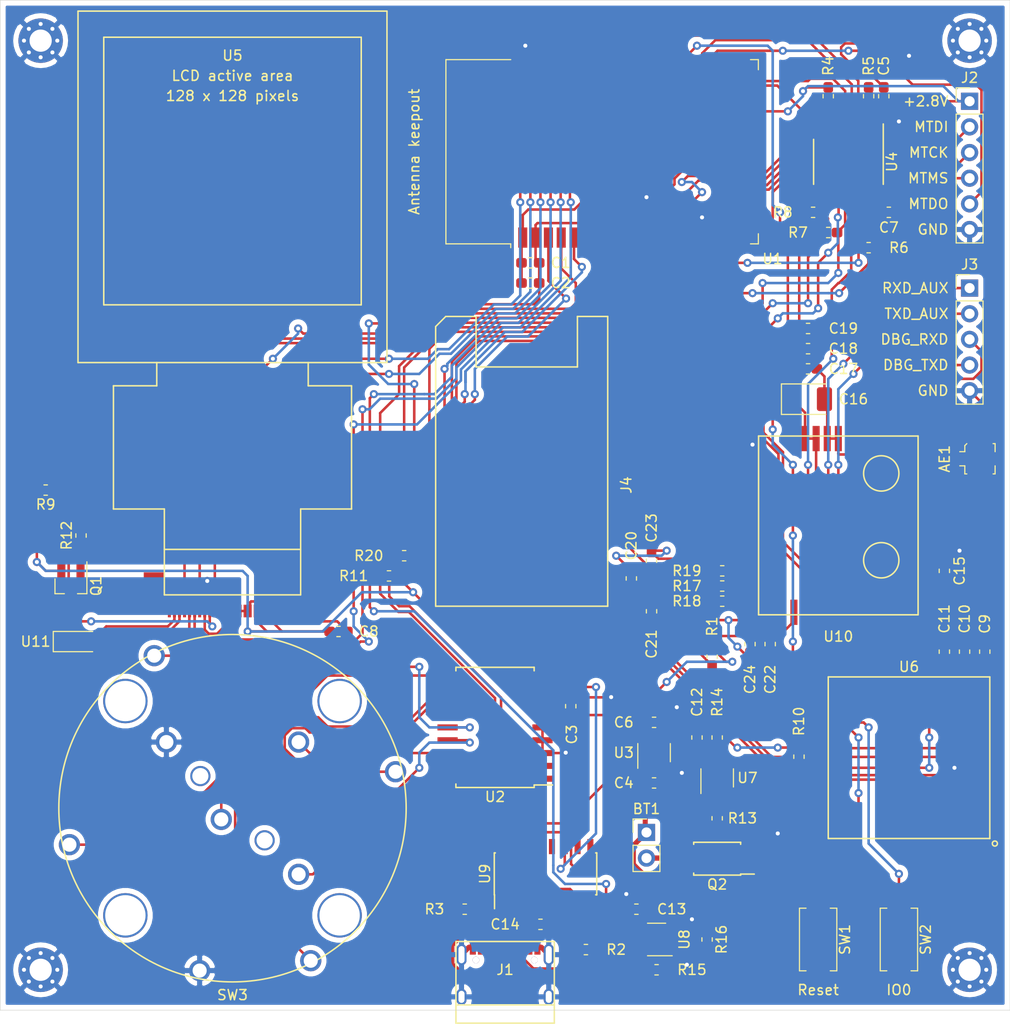
<source format=kicad_pcb>
(kicad_pcb (version 20171130) (host pcbnew "(5.1.0-0)")
  (layers (0 F.Cu signal) (31 B.Cu signal) (34 B.Paste user) (35 F.Paste user) (36 B.SilkS user) (37 F.SilkS user) (38 B.Mask user) (39 F.Mask user) (44 Edge.Cuts user))
  (net 0 "")
  (net 1 GND_OUT)
  (net 2 "Net-(AE1-Pad1)")
  (net 3 +BATT)
  (net 4 "/Battery protection/GND_IN")
  (net 5 VDD)
  (net 6 "Net-(C12-Pad2)")
  (net 7 VBUS)
  (net 8 "Net-(C14-Pad2)")
  (net 9 "Net-(C15-Pad1)")
  (net 10 "Net-(C20-Pad1)")
  (net 11 "Net-(C20-Pad2)")
  (net 12 "Net-(C21-Pad2)")
  (net 13 "Net-(C22-Pad2)")
  (net 14 "Net-(C23-Pad2)")
  (net 15 "Net-(J1-PadB8)")
  (net 16 "Net-(J1-PadB5)")
  (net 17 "Net-(J1-PadA8)")
  (net 18 "Net-(J1-PadA5)")
  (net 19 JTAG_MTDO)
  (net 20 JTAG_MTMS)
  (net 21 JTAG_MTCK)
  (net 22 JTAG_MTDI)
  (net 23 /Cellular/RXD_AUX)
  (net 24 /Cellular/TXD_AUX)
  (net 25 /Cellular/DBG_RXD)
  (net 26 /Cellular/DBG_TXD)
  (net 27 "Net-(J4-Pad6)")
  (net 28 "Net-(Q1-Pad1)")
  (net 29 "Net-(Q1-Pad3)")
  (net 30 "Net-(Q2-Pad1)")
  (net 31 "Net-(Q2-Pad4)")
  (net 32 "Net-(Q2-Pad5)")
  (net 33 "Net-(R1-Pad2)")
  (net 34 UART2_RX)
  (net 35 UART1_RX)
  (net 36 GPS_RXD)
  (net 37 GSM_PWRKEY)
  (net 38 GSM_RXD)
  (net 39 LCD_RESET)
  (net 40 GPS_RESET)
  (net 41 LCD_BL)
  (net 42 "Net-(R13-Pad2)")
  (net 43 "Net-(R15-Pad1)")
  (net 44 BATT_STAT)
  (net 45 "Net-(R17-Pad2)")
  (net 46 "Net-(R18-Pad2)")
  (net 47 "Net-(R19-Pad2)")
  (net 48 "Net-(SW2-Pad1)")
  (net 49 INPUT_A)
  (net 50 INPUT_S1)
  (net 51 INPUT_B)
  (net 52 INPUT_S5)
  (net 53 INPUT_S3)
  (net 54 INPUT_S2)
  (net 55 INPUT_S4)
  (net 56 LCD_TE)
  (net 57 GPS_PPS)
  (net 58 I2C_SCL)
  (net 59 I2C_SDA)
  (net 60 INPUT_INT)
  (net 61 "Net-(U1-Pad17)")
  (net 62 "Net-(U1-Pad18)")
  (net 63 "Net-(U1-Pad19)")
  (net 64 "Net-(U1-Pad20)")
  (net 65 "Net-(U1-Pad21)")
  (net 66 "Net-(U1-Pad22)")
  (net 67 GPIO2)
  (net 68 GPIO4)
  (net 69 "Net-(U1-Pad27)")
  (net 70 "Net-(U1-Pad28)")
  (net 71 UART1_TX)
  (net 72 UART2_TX)
  (net 73 LCD_~CS)
  (net 74 "Net-(U1-Pad32)")
  (net 75 LCD_SCL)
  (net 76 UART0_RX)
  (net 77 UART0_TX)
  (net 78 LCD_SDA)
  (net 79 LCD_DC)
  (net 80 "Net-(U2-Pad7)")
  (net 81 "Net-(U3-Pad4)")
  (net 82 "Net-(U4-Pad9)")
  (net 83 "Net-(U4-Pad10)")
  (net 84 "Net-(U4-Pad11)")
  (net 85 "Net-(U4-Pad12)")
  (net 86 GSM_TXD)
  (net 87 GPS_TXD)
  (net 88 "Net-(U7-Pad4)")
  (net 89 "Net-(U9-Pad5)")
  (net 90 "Net-(U9-Pad8)")
  (net 91 "Net-(U9-Pad9)")
  (net 92 "Net-(U9-Pad12)")
  (net 93 "Net-(U9-Pad13)")
  (net 94 "Net-(U9-Pad14)")
  (net 95 "Net-(U9-Pad15)")
  (net 96 "Net-(U10-Pad6)")
  (net 97 "Net-(U10-Pad5)")
  (net 98 "Net-(U10-Pad4)")
  (net 99 "Net-(U10-Pad3)")
  (net 100 "Net-(U10-Pad2)")
  (net 101 "Net-(U10-Pad8)")
  (net 102 "Net-(U10-Pad9)")
  (net 103 "Net-(U10-Pad15)")
  (net 104 "Net-(U10-Pad16)")
  (net 105 "Net-(U10-Pad19)")
  (net 106 "Net-(U10-Pad20)")
  (net 107 "Net-(U10-Pad21)")
  (net 108 "Net-(U10-Pad22)")
  (net 109 "Net-(U10-Pad23)")
  (net 110 "Net-(U10-Pad25)")
  (net 111 "Net-(U10-Pad26)")
  (net 112 "Net-(U10-Pad30)")
  (net 113 "Net-(U10-Pad31)")
  (net 114 "Net-(U10-Pad32)")
  (net 115 "Net-(U10-Pad33)")
  (net 116 "Net-(U10-Pad44)")
  (net 117 "Net-(U11-Pad2)")
  (net 118 USB_D+)
  (net 119 USB_D-)
  (module MountingHole:MountingHole_2.2mm_M2_Pad_Via (layer F.Cu) (at 146 54)
    (fp_text reference REF** hide)
    (fp_text value MountingHole_2.2mm_M2_Pad_Via hide)
    (pad 1 thru_hole circle (at 1.166726 -1.166726) (size 0.7 0.7) (drill 0.4) (layers *.Cu *.Mask) (net 1 GND_OUT))
    (pad 1 thru_hole circle (at 0 -1.65) (size 0.7 0.7) (drill 0.4) (layers *.Cu *.Mask) (net 1 GND_OUT))
    (pad 1 thru_hole circle (at -1.166726 -1.166726) (size 0.7 0.7) (drill 0.4) (layers *.Cu *.Mask) (net 1 GND_OUT))
    (pad 1 thru_hole circle (at -1.65 0) (size 0.7 0.7) (drill 0.4) (layers *.Cu *.Mask) (net 1 GND_OUT))
    (pad 1 thru_hole circle (at -1.166726 1.166726) (size 0.7 0.7) (drill 0.4) (layers *.Cu *.Mask) (net 1 GND_OUT))
    (pad 1 thru_hole circle (at 0 1.65) (size 0.7 0.7) (drill 0.4) (layers *.Cu *.Mask) (net 1 GND_OUT))
    (pad 1 thru_hole circle (at 1.166726 1.166726) (size 0.7 0.7) (drill 0.4) (layers *.Cu *.Mask) (net 1 GND_OUT))
    (pad 1 thru_hole circle (at 1.65 0) (size 0.7 0.7) (drill 0.4) (layers *.Cu *.Mask) (net 1 GND_OUT))
    (pad 1 thru_hole circle (at 0 0) (size 4.4 4.4) (drill 2.2) (layers *.Cu *.Mask) (net 1 GND_OUT))
  )
  (module MountingHole:MountingHole_2.2mm_M2_Pad_Via (layer F.Cu) (at 54 54)
    (fp_text reference REF** hide)
    (fp_text value MountingHole_2.2mm_M2_Pad_Via hide)
    (pad 1 thru_hole circle (at 1.166726 -1.166726) (size 0.7 0.7) (drill 0.4) (layers *.Cu *.Mask) (net 1 GND_OUT))
    (pad 1 thru_hole circle (at 0 -1.65) (size 0.7 0.7) (drill 0.4) (layers *.Cu *.Mask) (net 1 GND_OUT))
    (pad 1 thru_hole circle (at -1.166726 -1.166726) (size 0.7 0.7) (drill 0.4) (layers *.Cu *.Mask) (net 1 GND_OUT))
    (pad 1 thru_hole circle (at -1.65 0) (size 0.7 0.7) (drill 0.4) (layers *.Cu *.Mask) (net 1 GND_OUT))
    (pad 1 thru_hole circle (at -1.166726 1.166726) (size 0.7 0.7) (drill 0.4) (layers *.Cu *.Mask) (net 1 GND_OUT))
    (pad 1 thru_hole circle (at 0 1.65) (size 0.7 0.7) (drill 0.4) (layers *.Cu *.Mask) (net 1 GND_OUT))
    (pad 1 thru_hole circle (at 1.166726 1.166726) (size 0.7 0.7) (drill 0.4) (layers *.Cu *.Mask) (net 1 GND_OUT))
    (pad 1 thru_hole circle (at 1.65 0) (size 0.7 0.7) (drill 0.4) (layers *.Cu *.Mask) (net 1 GND_OUT))
    (pad 1 thru_hole circle (at 0 0) (size 4.4 4.4) (drill 2.2) (layers *.Cu *.Mask) (net 1 GND_OUT))
  )
  (module MountingHole:MountingHole_2.2mm_M2_Pad_Via (layer F.Cu) (at 54 146)
    (fp_text reference REF** hide)
    (fp_text value MountingHole_2.2mm_M2_Pad_Via hide)
    (pad 1 thru_hole circle (at 1.166726 -1.166726) (size 0.7 0.7) (drill 0.4) (layers *.Cu *.Mask) (net 1 GND_OUT))
    (pad 1 thru_hole circle (at 0 -1.65) (size 0.7 0.7) (drill 0.4) (layers *.Cu *.Mask) (net 1 GND_OUT))
    (pad 1 thru_hole circle (at -1.166726 -1.166726) (size 0.7 0.7) (drill 0.4) (layers *.Cu *.Mask) (net 1 GND_OUT))
    (pad 1 thru_hole circle (at -1.65 0) (size 0.7 0.7) (drill 0.4) (layers *.Cu *.Mask) (net 1 GND_OUT))
    (pad 1 thru_hole circle (at -1.166726 1.166726) (size 0.7 0.7) (drill 0.4) (layers *.Cu *.Mask) (net 1 GND_OUT))
    (pad 1 thru_hole circle (at 0 1.65) (size 0.7 0.7) (drill 0.4) (layers *.Cu *.Mask) (net 1 GND_OUT))
    (pad 1 thru_hole circle (at 1.166726 1.166726) (size 0.7 0.7) (drill 0.4) (layers *.Cu *.Mask) (net 1 GND_OUT))
    (pad 1 thru_hole circle (at 1.65 0) (size 0.7 0.7) (drill 0.4) (layers *.Cu *.Mask) (net 1 GND_OUT))
    (pad 1 thru_hole circle (at 0 0) (size 4.4 4.4) (drill 2.2) (layers *.Cu *.Mask) (net 1 GND_OUT))
  )
  (module MountingHole:MountingHole_2.2mm_M2_Pad_Via (layer F.Cu) (at 146 146)
    (fp_text reference REF** hide)
    (fp_text value MountingHole_2.2mm_M2_Pad_Via hide)
    (pad 1 thru_hole circle (at 1.166726 -1.166726) (size 0.7 0.7) (drill 0.4) (layers *.Cu *.Mask) (net 1 GND_OUT))
    (pad 1 thru_hole circle (at 0 -1.65) (size 0.7 0.7) (drill 0.4) (layers *.Cu *.Mask) (net 1 GND_OUT))
    (pad 1 thru_hole circle (at -1.166726 -1.166726) (size 0.7 0.7) (drill 0.4) (layers *.Cu *.Mask) (net 1 GND_OUT))
    (pad 1 thru_hole circle (at -1.65 0) (size 0.7 0.7) (drill 0.4) (layers *.Cu *.Mask) (net 1 GND_OUT))
    (pad 1 thru_hole circle (at -1.166726 1.166726) (size 0.7 0.7) (drill 0.4) (layers *.Cu *.Mask) (net 1 GND_OUT))
    (pad 1 thru_hole circle (at 0 1.65) (size 0.7 0.7) (drill 0.4) (layers *.Cu *.Mask) (net 1 GND_OUT))
    (pad 1 thru_hole circle (at 1.166726 1.166726) (size 0.7 0.7) (drill 0.4) (layers *.Cu *.Mask) (net 1 GND_OUT))
    (pad 1 thru_hole circle (at 1.65 0) (size 0.7 0.7) (drill 0.4) (layers *.Cu *.Mask) (net 1 GND_OUT))
    (pad 1 thru_hole circle (at 0 0) (size 4.4 4.4) (drill 2.2) (layers *.Cu *.Mask) (net 1 GND_OUT))
  )
  (module thingb:ESP32-WROVER (layer F.Cu) (at 110 65 90)
    (fp_text reference U1 (at -10.61 15.38 180) (layer F.SilkS) (effects (justify left)))
    (fp_text value ESP32-WROVER)
    (fp_text user "Antenna keepout" (at 0 -19 90) (layer F.SilkS))
    (pad 38 smd rect (at 8.5 -8.255 90) (size 2 0.9) (layers F.Cu F.Paste F.Mask) (net 1 GND_OUT))
    (pad 37 smd rect (at 8.5 -6.985 90) (size 2 0.9) (layers F.Cu F.Paste F.Mask) (net 79 LCD_DC))
    (pad 36 smd rect (at 8.5 -5.715 90) (size 2 0.9) (layers F.Cu F.Paste F.Mask) (net 78 LCD_SDA))
    (pad 35 smd rect (at 8.5 -4.445 90) (size 2 0.9) (layers F.Cu F.Paste F.Mask) (net 77 UART0_TX))
    (pad 34 smd rect (at 8.5 -3.175 90) (size 2 0.9) (layers F.Cu F.Paste F.Mask) (net 76 UART0_RX))
    (pad 33 smd rect (at 8.5 -1.905 90) (size 2 0.9) (layers F.Cu F.Paste F.Mask) (net 75 LCD_SCL))
    (pad 32 smd rect (at 8.5 -0.635 90) (size 2 0.9) (layers F.Cu F.Paste F.Mask) (net 74 "Net-(U1-Pad32)"))
    (pad 31 smd rect (at 8.5 0.635 90) (size 2 0.9) (layers F.Cu F.Paste F.Mask) (net 73 LCD_~CS))
    (pad 30 smd rect (at 8.5 1.905 90) (size 2 0.9) (layers F.Cu F.Paste F.Mask) (net 72 UART2_TX))
    (pad 29 smd rect (at 8.5 3.175 90) (size 2 0.9) (layers F.Cu F.Paste F.Mask) (net 71 UART1_TX))
    (pad 28 smd rect (at 8.5 4.445 90) (size 2 0.9) (layers F.Cu F.Paste F.Mask) (net 70 "Net-(U1-Pad28)"))
    (pad 27 smd rect (at 8.5 5.715 90) (size 2 0.9) (layers F.Cu F.Paste F.Mask) (net 69 "Net-(U1-Pad27)"))
    (pad 26 smd rect (at 8.5 6.985 90) (size 2 0.9) (layers F.Cu F.Paste F.Mask) (net 68 GPIO4))
    (pad 25 smd rect (at 8.5 8.255 90) (size 2 0.9) (layers F.Cu F.Paste F.Mask) (net 48 "Net-(SW2-Pad1)"))
    (pad 24 smd rect (at 8.509 9.525 270) (size 2 0.9) (layers F.Cu F.Paste F.Mask) (net 67 GPIO2))
    (pad 23 smd rect (at 8.509 10.795 270) (size 2 0.9) (layers F.Cu F.Paste F.Mask) (net 19 JTAG_MTDO))
    (pad 22 smd rect (at 8.509 12.065 270) (size 2 0.9) (layers F.Cu F.Paste F.Mask) (net 66 "Net-(U1-Pad22)"))
    (pad 21 smd rect (at 8.509 13.335 270) (size 2 0.9) (layers F.Cu F.Paste F.Mask) (net 65 "Net-(U1-Pad21)"))
    (pad 20 smd rect (at 8.509 14.605 270) (size 2 0.9) (layers F.Cu F.Paste F.Mask) (net 64 "Net-(U1-Pad20)"))
    (pad 19 smd rect (at -8.509 14.605 270) (size 2 0.9) (layers F.Cu F.Paste F.Mask) (net 63 "Net-(U1-Pad19)"))
    (pad 18 smd rect (at -8.509 13.335 270) (size 2 0.9) (layers F.Cu F.Paste F.Mask) (net 62 "Net-(U1-Pad18)"))
    (pad 17 smd rect (at -8.509 12.065 270) (size 2 0.9) (layers F.Cu F.Paste F.Mask) (net 61 "Net-(U1-Pad17)"))
    (pad 16 smd rect (at -8.509 10.795 270) (size 2 0.9) (layers F.Cu F.Paste F.Mask) (net 21 JTAG_MTCK))
    (pad 15 smd rect (at -8.509 9.525 270) (size 2 0.9) (layers F.Cu F.Paste F.Mask) (net 1 GND_OUT))
    (pad 14 smd rect (at -8.5 8.255 90) (size 2 0.9) (layers F.Cu F.Paste F.Mask) (net 22 JTAG_MTDI))
    (pad 13 smd rect (at -8.5 6.985 90) (size 2 0.9) (layers F.Cu F.Paste F.Mask) (net 20 JTAG_MTMS))
    (pad 12 smd rect (at -8.5 5.715 90) (size 2 0.9) (layers F.Cu F.Paste F.Mask) (net 60 INPUT_INT))
    (pad 11 smd rect (at -8.5 4.445 90) (size 2 0.9) (layers F.Cu F.Paste F.Mask) (net 59 I2C_SDA))
    (pad 10 smd rect (at -8.5 3.175 90) (size 2 0.9) (layers F.Cu F.Paste F.Mask) (net 58 I2C_SCL))
    (pad 9 smd rect (at -8.5 1.905 90) (size 2 0.9) (layers F.Cu F.Paste F.Mask) (net 41 LCD_BL))
    (pad 8 smd rect (at -8.5 0.635 90) (size 2 0.9) (layers F.Cu F.Paste F.Mask) (net 39 LCD_RESET))
    (pad 7 smd rect (at -8.5 -0.635 90) (size 2 0.9) (layers F.Cu F.Paste F.Mask) (net 34 UART2_RX))
    (pad 6 smd rect (at -8.5 -1.905 90) (size 2 0.9) (layers F.Cu F.Paste F.Mask) (net 35 UART1_RX))
    (pad 5 smd rect (at -8.5 -3.175 90) (size 2 0.9) (layers F.Cu F.Paste F.Mask) (net 57 GPS_PPS))
    (pad 4 smd rect (at -8.5 -4.445 90) (size 2 0.9) (layers F.Cu F.Paste F.Mask) (net 56 LCD_TE))
    (pad 3 smd rect (at -8.5 -5.715 90) (size 2 0.9) (layers F.Cu F.Paste F.Mask) (net 33 "Net-(R1-Pad2)"))
    (pad 2 smd rect (at -8.5 -6.985 90) (size 2 0.9) (layers F.Cu F.Paste F.Mask) (net 5 VDD))
    (pad 1 smd rect (at -8.5 -8.255 90) (size 2 0.9) (layers F.Cu F.Paste F.Mask) (net 1 GND_OUT))
    (pad 39 smd rect (at -1 -0.755 90) (size 5 5) (layers F.Cu F.Paste F.Mask))
  )
  (module thingb:U262-16XN-4BVC11 (layer F.Cu) (at 100 144.5)
    (fp_text reference J1 (at 0 1.5) (layer F.SilkS))
    (fp_text value USB_C_Receptacle_USB2.0)
    (pad "" thru_hole circle (at 2.89 0.53) (size 0.65 0.65) (drill 0.65) (layers *.Cu *.Mask))
    (pad "" thru_hole circle (at -2.89 0.53) (size 0.65 0.65) (drill 0.65) (layers *.Cu *.Mask))
    (pad A5 smd rect (at -1.25 -0.725) (size 0.3 1.45) (layers F.Cu F.Paste F.Mask) (net 18 "Net-(J1-PadA5)"))
    (pad B7 smd rect (at -0.75 -0.725) (size 0.3 1.45) (layers F.Cu F.Paste F.Mask) (net 119 USB_D-))
    (pad A6 smd rect (at -0.25 -0.725) (size 0.3 1.45) (layers F.Cu F.Paste F.Mask) (net 118 USB_D+))
    (pad A7 smd rect (at 0.25 -0.725) (size 0.3 1.45) (layers F.Cu F.Paste F.Mask) (net 119 USB_D-))
    (pad B6 smd rect (at 0.75 -0.725) (size 0.3 1.45) (layers F.Cu F.Paste F.Mask) (net 118 USB_D+))
    (pad A8 smd rect (at 1.25 -0.725) (size 0.3 1.45) (layers F.Cu F.Paste F.Mask) (net 17 "Net-(J1-PadA8)"))
    (pad B5 smd rect (at 1.75 -0.725) (size 0.3 1.45) (layers F.Cu F.Paste F.Mask) (net 16 "Net-(J1-PadB5)"))
    (pad B8 smd rect (at -1.75 -0.725) (size 0.3 1.45) (layers F.Cu F.Paste F.Mask) (net 15 "Net-(J1-PadB8)"))
    (pad B1 smd rect (at 3.2 -0.725) (size 0.6 1.45) (layers F.Cu F.Paste F.Mask) (net 1 GND_OUT))
    (pad B4 smd rect (at 2.4 -0.725) (size 0.6 1.45) (layers F.Cu F.Paste F.Mask) (net 7 VBUS))
    (pad A4 smd rect (at -2.4 -0.725) (size 0.6 1.45) (layers F.Cu F.Paste F.Mask) (net 7 VBUS))
    (pad A1 smd rect (at -3.2 -0.725) (size 0.6 1.45) (layers F.Cu F.Paste F.Mask) (net 1 GND_OUT))
    (pad S1 thru_hole oval (at -4.32 4.18) (size 1 1.6) (drill oval 0.6 1.2) (layers *.Cu *.Mask) (net 1 GND_OUT))
    (pad S1 thru_hole oval (at 4.32 4.18) (size 1 1.6) (drill oval 0.6 1.2) (layers *.Cu *.Mask) (net 1 GND_OUT))
    (pad S1 thru_hole oval (at 4.32 0) (size 1 2.1) (drill oval 0.6 1.7) (layers *.Cu *.Mask) (net 1 GND_OUT))
    (pad S1 thru_hole oval (at -4.32 0) (size 1 2.1) (drill oval 0.6 1.7) (layers *.Cu *.Mask) (net 1 GND_OUT))
  )
  (module Connector_Coaxial:U.FL_Molex_MCRF_73412-0110_Vertical (layer F.Cu) (at 147.025 95.4 270)
    (fp_text reference AE1 (at 0 3.5 270) (layer F.SilkS))
    (fp_text value Antenna_Shield hide)
    (pad 2 smd rect (at -1.475 0 270) (size 1.05 2.2) (layers F.Cu F.Paste F.Mask) (net 1 GND_OUT))
    (pad 2 smd rect (at 1.475 0 270) (size 1.05 2.2) (layers F.Cu F.Paste F.Mask) (net 1 GND_OUT))
    (pad 2 smd rect (at 0 -1.5 270) (size 1 1) (layers F.Cu F.Paste F.Mask) (net 1 GND_OUT))
    (pad 1 smd rect (at 0 1.5 270) (size 1 1) (layers F.Cu F.Paste F.Mask) (net 2 "Net-(AE1-Pad1)"))
  )
  (module Connector_PinHeader_2.54mm:PinHeader_1x02_P2.54mm_Vertical (layer F.Cu) (at 114 132.4)
    (fp_text reference BT1 (at 0 -2.33) (layer F.SilkS))
    (fp_text value Battery_Cell hide)
    (pad 1 thru_hole rect (at 0 0) (size 1.7 1.7) (drill 1) (layers *.Cu *.Mask) (net 3 +BATT))
    (pad 2 thru_hole oval (at 0 2.54) (size 1.7 1.7) (drill 1) (layers *.Cu *.Mask) (net 4 "/Battery protection/GND_IN"))
  )
  (module Capacitor_SMD:C_0603_1608Metric_Pad1.05x0.95mm_HandSolder (layer F.Cu) (at 102.5 76 180)
    (fp_text reference C1 (at -3 0 180) (layer F.SilkS))
    (fp_text value 22uF hide)
    (pad 2 smd roundrect (at 0.875 0 180) (size 1.05 0.95) (layers F.Cu F.Paste F.Mask) (net 1 GND_OUT))
    (pad 1 smd roundrect (at -0.875 0 180) (size 1.05 0.95) (layers F.Cu F.Paste F.Mask) (net 5 VDD))
  )
  (module Capacitor_SMD:C_0603_1608Metric_Pad1.05x0.95mm_HandSolder (layer F.Cu) (at 102.5 78 180)
    (fp_text reference C2 (at -3 0 180) (layer F.SilkS))
    (fp_text value 0.1uF hide)
    (pad 1 smd roundrect (at -0.875 0 180) (size 1.05 0.95) (layers F.Cu F.Paste F.Mask) (net 5 VDD))
    (pad 2 smd roundrect (at 0.875 0 180) (size 1.05 0.95) (layers F.Cu F.Paste F.Mask) (net 1 GND_OUT))
  )
  (module Capacitor_SMD:C_0603_1608Metric_Pad1.05x0.95mm_HandSolder (layer F.Cu) (at 106.5 119.9 90)
    (fp_text reference C3 (at -2.8 0.1 90) (layer F.SilkS))
    (fp_text value 0.1uF hide)
    (pad 2 smd roundrect (at 0.875 0 90) (size 1.05 0.95) (layers F.Cu F.Paste F.Mask) (net 1 GND_OUT))
    (pad 1 smd roundrect (at -0.875 0 90) (size 1.05 0.95) (layers F.Cu F.Paste F.Mask) (net 5 VDD))
  )
  (module Capacitor_SMD:C_0603_1608Metric_Pad1.05x0.95mm_HandSolder (layer F.Cu) (at 114.75 127.5)
    (fp_text reference C4 (at -3 0) (layer F.SilkS))
    (fp_text value 1uF hide)
    (pad 2 smd roundrect (at 0.875 0) (size 1.05 0.95) (layers F.Cu F.Paste F.Mask) (net 1 GND_OUT))
    (pad 1 smd roundrect (at -0.875 0) (size 1.05 0.95) (layers F.Cu F.Paste F.Mask) (net 3 +BATT))
  )
  (module Capacitor_SMD:C_0603_1608Metric_Pad1.05x0.95mm_HandSolder (layer F.Cu) (at 137.5 59.5 90)
    (fp_text reference C5 (at 3 0 90) (layer F.SilkS))
    (fp_text value 0.1uF hide)
    (pad 1 smd roundrect (at -0.875 0 90) (size 1.05 0.95) (layers F.Cu F.Paste F.Mask) (net 5 VDD))
    (pad 2 smd roundrect (at 0.875 0 90) (size 1.05 0.95) (layers F.Cu F.Paste F.Mask) (net 1 GND_OUT))
  )
  (module Capacitor_SMD:C_0603_1608Metric_Pad1.05x0.95mm_HandSolder (layer F.Cu) (at 114.75 121.5)
    (fp_text reference C6 (at -3 0) (layer F.SilkS))
    (fp_text value 4.7uF hide)
    (pad 1 smd roundrect (at -0.875 0) (size 1.05 0.95) (layers F.Cu F.Paste F.Mask) (net 5 VDD))
    (pad 2 smd roundrect (at 0.875 0) (size 1.05 0.95) (layers F.Cu F.Paste F.Mask) (net 1 GND_OUT))
  )
  (module Capacitor_SMD:C_0603_1608Metric_Pad1.05x0.95mm_HandSolder (layer F.Cu) (at 138 71)
    (fp_text reference C7 (at 0 1.5) (layer F.SilkS))
    (fp_text value 0.1uF hide)
    (pad 2 smd roundrect (at 0.875 0) (size 1.05 0.95) (layers F.Cu F.Paste F.Mask) (net 1 GND_OUT))
    (pad 1 smd roundrect (at -0.875 0) (size 1.05 0.95) (layers F.Cu F.Paste F.Mask) (net 3 +BATT))
  )
  (module Capacitor_SMD:C_0603_1608Metric_Pad1.05x0.95mm_HandSolder (layer F.Cu) (at 83.5 112.5)
    (fp_text reference C8 (at 3 0) (layer F.SilkS))
    (fp_text value 0.1uF hide)
    (pad 1 smd roundrect (at -0.875 0) (size 1.05 0.95) (layers F.Cu F.Paste F.Mask) (net 5 VDD))
    (pad 2 smd roundrect (at 0.875 0) (size 1.05 0.95) (layers F.Cu F.Paste F.Mask) (net 1 GND_OUT))
  )
  (module Capacitor_SMD:C_0603_1608Metric_Pad1.05x0.95mm_HandSolder (layer F.Cu) (at 147.5 114.5 90)
    (fp_text reference C9 (at 2.75 0 90) (layer F.SilkS))
    (fp_text value 10uF)
    (pad 2 smd roundrect (at 0.875 0 90) (size 1.05 0.95) (layers F.Cu F.Paste F.Mask) (net 1 GND_OUT))
    (pad 1 smd roundrect (at -0.875 0 90) (size 1.05 0.95) (layers F.Cu F.Paste F.Mask) (net 3 +BATT))
  )
  (module Capacitor_SMD:C_0603_1608Metric_Pad1.05x0.95mm_HandSolder (layer F.Cu) (at 145.5 114.5 90)
    (fp_text reference C10 (at 3.25 0 90) (layer F.SilkS))
    (fp_text value 0.1uF hide)
    (pad 2 smd roundrect (at 0.875 0 90) (size 1.05 0.95) (layers F.Cu F.Paste F.Mask) (net 1 GND_OUT))
    (pad 1 smd roundrect (at -0.875 0 90) (size 1.05 0.95) (layers F.Cu F.Paste F.Mask) (net 3 +BATT))
  )
  (module Capacitor_SMD:C_0603_1608Metric_Pad1.05x0.95mm_HandSolder (layer F.Cu) (at 143.5 114.5 90)
    (fp_text reference C11 (at 3.25 0 90) (layer F.SilkS))
    (fp_text value 0.1uF hide)
    (pad 2 smd roundrect (at 0.875 0 90) (size 1.05 0.95) (layers F.Cu F.Paste F.Mask) (net 1 GND_OUT))
    (pad 1 smd roundrect (at -0.875 0 90) (size 1.05 0.95) (layers F.Cu F.Paste F.Mask) (net 3 +BATT))
  )
  (module Capacitor_SMD:C_0603_1608Metric_Pad1.05x0.95mm_HandSolder (layer F.Cu) (at 119 123 90)
    (fp_text reference C12 (at 3.5 0 90) (layer F.SilkS))
    (fp_text value 0.1uF hide)
    (pad 1 smd roundrect (at -0.875 0 90) (size 1.05 0.95) (layers F.Cu F.Paste F.Mask) (net 4 "/Battery protection/GND_IN"))
    (pad 2 smd roundrect (at 0.875 0 90) (size 1.05 0.95) (layers F.Cu F.Paste F.Mask) (net 6 "Net-(C12-Pad2)"))
  )
  (module Capacitor_SMD:C_0603_1608Metric_Pad1.05x0.95mm_HandSolder (layer F.Cu) (at 113 140 180)
    (fp_text reference C13 (at -3.5 0 180) (layer F.SilkS))
    (fp_text value 10uF hide)
    (pad 1 smd roundrect (at -0.875 0 180) (size 1.05 0.95) (layers F.Cu F.Paste F.Mask) (net 7 VBUS))
    (pad 2 smd roundrect (at 0.875 0 180) (size 1.05 0.95) (layers F.Cu F.Paste F.Mask) (net 1 GND_OUT))
  )
  (module Capacitor_SMD:C_0603_1608Metric_Pad1.05x0.95mm_HandSolder (layer F.Cu) (at 103.5 141.5 180)
    (fp_text reference C14 (at 3.5 0 180) (layer F.SilkS))
    (fp_text value 1uF)
    (pad 1 smd roundrect (at -0.875 0 180) (size 1.05 0.95) (layers F.Cu F.Paste F.Mask) (net 1 GND_OUT))
    (pad 2 smd roundrect (at 0.875 0 180) (size 1.05 0.95) (layers F.Cu F.Paste F.Mask) (net 8 "Net-(C14-Pad2)"))
  )
  (module Capacitor_SMD:C_0603_1608Metric_Pad1.05x0.95mm_HandSolder (layer F.Cu) (at 143.5 106.5 90)
    (fp_text reference C15 (at 0 1.5 90) (layer F.SilkS))
    (fp_text value 4.7uF)
    (pad 2 smd roundrect (at 0.875 0 90) (size 1.05 0.95) (layers F.Cu F.Paste F.Mask) (net 1 GND_OUT))
    (pad 1 smd roundrect (at -0.875 0 90) (size 1.05 0.95) (layers F.Cu F.Paste F.Mask) (net 9 "Net-(C15-Pad1)"))
  )
  (module Capacitor_Tantalum_SMD:CP_EIA-3528-15_AVX-H_Pad1.50x2.35mm_HandSolder (layer F.Cu) (at 130 89.5)
    (fp_text reference C16 (at 4.5 0) (layer F.SilkS))
    (fp_text value 100uF)
    (pad 1 smd roundrect (at -1.625 0) (size 1.5 2.35) (layers F.Cu F.Paste F.Mask) (roundrect_rratio 0.166667) (net 3 +BATT))
    (pad 2 smd roundrect (at 1.625 0) (size 1.5 2.35) (layers F.Cu F.Paste F.Mask) (roundrect_rratio 0.166667) (net 1 GND_OUT))
  )
  (module Capacitor_SMD:C_0603_1608Metric_Pad1.05x0.95mm_HandSolder (layer F.Cu) (at 130 86.5)
    (fp_text reference C17 (at 3.5 0) (layer F.SilkS))
    (fp_text value 0.1uF)
    (pad 1 smd roundrect (at -0.875 0) (size 1.05 0.95) (layers F.Cu F.Paste F.Mask) (net 3 +BATT))
    (pad 2 smd roundrect (at 0.875 0) (size 1.05 0.95) (layers F.Cu F.Paste F.Mask) (net 1 GND_OUT))
  )
  (module Capacitor_SMD:C_0603_1608Metric_Pad1.05x0.95mm_HandSolder (layer F.Cu) (at 130 84.5)
    (fp_text reference C18 (at 3.5 0) (layer F.SilkS))
    (fp_text value 10pF)
    (pad 2 smd roundrect (at 0.875 0) (size 1.05 0.95) (layers F.Cu F.Paste F.Mask) (net 1 GND_OUT))
    (pad 1 smd roundrect (at -0.875 0) (size 1.05 0.95) (layers F.Cu F.Paste F.Mask) (net 3 +BATT))
  )
  (module Capacitor_SMD:C_0603_1608Metric_Pad1.05x0.95mm_HandSolder (layer F.Cu) (at 130 82.5)
    (fp_text reference C19 (at 3.5 0) (layer F.SilkS))
    (fp_text value 33pF)
    (pad 1 smd roundrect (at -0.875 0) (size 1.05 0.95) (layers F.Cu F.Paste F.Mask) (net 3 +BATT))
    (pad 2 smd roundrect (at 0.875 0) (size 1.05 0.95) (layers F.Cu F.Paste F.Mask) (net 1 GND_OUT))
  )
  (module Capacitor_SMD:C_0603_1608Metric_Pad1.05x0.95mm_HandSolder (layer F.Cu) (at 112.5 107.25 270)
    (fp_text reference C20 (at -3.25 0 270) (layer F.SilkS))
    (fp_text value 33pF hide)
    (pad 1 smd roundrect (at -0.875 0 270) (size 1.05 0.95) (layers F.Cu F.Paste F.Mask) (net 10 "Net-(C20-Pad1)"))
    (pad 2 smd roundrect (at 0.875 0 270) (size 1.05 0.95) (layers F.Cu F.Paste F.Mask) (net 11 "Net-(C20-Pad2)"))
  )
  (module Capacitor_SMD:C_0603_1608Metric_Pad1.05x0.95mm_HandSolder (layer F.Cu) (at 114.5 110.5 90)
    (fp_text reference C21 (at -3.25 0 90) (layer F.SilkS))
    (fp_text value 33pF hide)
    (pad 2 smd roundrect (at 0.875 0 90) (size 1.05 0.95) (layers F.Cu F.Paste F.Mask) (net 12 "Net-(C21-Pad2)"))
    (pad 1 smd roundrect (at -0.875 0 90) (size 1.05 0.95) (layers F.Cu F.Paste F.Mask) (net 10 "Net-(C20-Pad1)"))
  )
  (module Capacitor_SMD:C_0603_1608Metric_Pad1.05x0.95mm_HandSolder (layer F.Cu) (at 126.25 113.75 90)
    (fp_text reference C22 (at -3.5 0 90) (layer F.SilkS))
    (fp_text value 33pF)
    (pad 2 smd roundrect (at 0.875 0 90) (size 1.05 0.95) (layers F.Cu F.Paste F.Mask) (net 13 "Net-(C22-Pad2)"))
    (pad 1 smd roundrect (at -0.875 0 90) (size 1.05 0.95) (layers F.Cu F.Paste F.Mask) (net 10 "Net-(C20-Pad1)"))
  )
  (module Capacitor_SMD:C_0603_1608Metric_Pad1.05x0.95mm_HandSolder (layer F.Cu) (at 114.5 105.5 270)
    (fp_text reference C23 (at -3.25 0 270) (layer F.SilkS))
    (fp_text value 33pF hide)
    (pad 1 smd roundrect (at -0.875 0 270) (size 1.05 0.95) (layers F.Cu F.Paste F.Mask) (net 10 "Net-(C20-Pad1)"))
    (pad 2 smd roundrect (at 0.875 0 270) (size 1.05 0.95) (layers F.Cu F.Paste F.Mask) (net 14 "Net-(C23-Pad2)"))
  )
  (module Capacitor_SMD:C_0603_1608Metric_Pad1.05x0.95mm_HandSolder (layer F.Cu) (at 124.25 113.75 270)
    (fp_text reference C24 (at 3.5 0 270) (layer F.SilkS))
    (fp_text value 0.1uF hide)
    (pad 1 smd roundrect (at -0.875 0 270) (size 1.05 0.95) (layers F.Cu F.Paste F.Mask) (net 13 "Net-(C22-Pad2)"))
    (pad 2 smd roundrect (at 0.875 0 270) (size 1.05 0.95) (layers F.Cu F.Paste F.Mask) (net 10 "Net-(C20-Pad1)"))
  )
  (module thingb:7112S0815X19LF (layer F.Cu) (at 103 98 90)
    (fp_text reference J4 (at 0 9 90) (layer F.SilkS))
    (fp_text value SIM_Card)
    (pad 2 smd rect (at -12.695 0 90) (size 1.39 1.35) (layers F.Cu F.Paste F.Mask) (net 11 "Net-(C20-Pad2)"))
    (pad 1 smd rect (at -12.695 2.54 90) (size 1.39 1.35) (layers F.Cu F.Paste F.Mask) (net 13 "Net-(C22-Pad2)"))
    (pad 3 smd rect (at -12.695 -2.54 90) (size 1.39 1.35) (layers F.Cu F.Paste F.Mask) (net 12 "Net-(C21-Pad2)"))
    (pad 7 smd rect (at 12.695 -2.54 90) (size 1.39 1.35) (layers F.Cu F.Paste F.Mask) (net 14 "Net-(C23-Pad2)"))
    (pad 5 smd rect (at 12.695 2.54 90) (size 1.39 1.35) (layers F.Cu F.Paste F.Mask) (net 10 "Net-(C20-Pad1)"))
    (pad 6 smd rect (at 12.695 0 90) (size 1.39 1.35) (layers F.Cu F.Paste F.Mask) (net 27 "Net-(J4-Pad6)"))
  )
  (module Package_TO_SOT_SMD:SOT-23_Handsoldering (layer F.Cu) (at 57 108 270)
    (fp_text reference Q1 (at 0 -2.5 270) (layer F.SilkS))
    (fp_text value S9015)
    (pad 1 smd rect (at -1.5 -0.95 270) (size 1.9 0.8) (layers F.Cu F.Paste F.Mask) (net 28 "Net-(Q1-Pad1)"))
    (pad 2 smd rect (at -1.5 0.95 270) (size 1.9 0.8) (layers F.Cu F.Paste F.Mask) (net 5 VDD))
    (pad 3 smd rect (at 1.5 0 270) (size 1.9 0.8) (layers F.Cu F.Paste F.Mask) (net 29 "Net-(Q1-Pad3)"))
  )
  (module Package_SO:TSSOP-8_4.4x3mm_P0.65mm (layer F.Cu) (at 121 135 180)
    (fp_text reference Q2 (at 0 -2.55 180) (layer F.SilkS))
    (fp_text value RU8205G)
    (pad 1 smd rect (at -2.95 -0.975 180) (size 1.45 0.45) (layers F.Cu F.Paste F.Mask) (net 30 "Net-(Q2-Pad1)"))
    (pad 2 smd rect (at -2.95 -0.325 180) (size 1.45 0.45) (layers F.Cu F.Paste F.Mask) (net 1 GND_OUT))
    (pad 3 smd rect (at -2.95 0.325 180) (size 1.45 0.45) (layers F.Cu F.Paste F.Mask) (net 1 GND_OUT))
    (pad 4 smd rect (at -2.95 0.975 180) (size 1.45 0.45) (layers F.Cu F.Paste F.Mask) (net 31 "Net-(Q2-Pad4)"))
    (pad 5 smd rect (at 2.95 0.975 180) (size 1.45 0.45) (layers F.Cu F.Paste F.Mask) (net 32 "Net-(Q2-Pad5)"))
    (pad 6 smd rect (at 2.95 0.325 180) (size 1.45 0.45) (layers F.Cu F.Paste F.Mask) (net 4 "/Battery protection/GND_IN"))
    (pad 7 smd rect (at 2.95 -0.325 180) (size 1.45 0.45) (layers F.Cu F.Paste F.Mask) (net 4 "/Battery protection/GND_IN"))
    (pad 8 smd rect (at 2.95 -0.975 180) (size 1.45 0.45) (layers F.Cu F.Paste F.Mask) (net 30 "Net-(Q2-Pad1)"))
  )
  (module Resistor_SMD:R_0603_1608Metric_Pad1.05x0.95mm_HandSolder (layer F.Cu) (at 120.5 115 270)
    (fp_text reference R1 (at -3 0 270) (layer F.SilkS))
    (fp_text value 10k)
    (pad 1 smd roundrect (at -0.875 0 270) (size 1.05 0.95) (layers F.Cu F.Paste F.Mask) (net 5 VDD))
    (pad 2 smd roundrect (at 0.875 0 270) (size 1.05 0.95) (layers F.Cu F.Paste F.Mask) (net 33 "Net-(R1-Pad2)"))
  )
  (module Resistor_SMD:R_0603_1608Metric_Pad1.05x0.95mm_HandSolder (layer F.Cu) (at 108 144)
    (fp_text reference R2 (at 3 0) (layer F.SilkS))
    (fp_text value 5.1k)
    (pad 2 smd roundrect (at 0.875 0) (size 1.05 0.95) (layers F.Cu F.Paste F.Mask) (net 1 GND_OUT))
    (pad 1 smd roundrect (at -0.875 0) (size 1.05 0.95) (layers F.Cu F.Paste F.Mask) (net 16 "Net-(J1-PadB5)"))
  )
  (module Resistor_SMD:R_0603_1608Metric_Pad1.05x0.95mm_HandSolder (layer F.Cu) (at 96 140 180)
    (fp_text reference R3 (at 3 0 180) (layer F.SilkS))
    (fp_text value 5.1k)
    (pad 1 smd roundrect (at -0.875 0 180) (size 1.05 0.95) (layers F.Cu F.Paste F.Mask) (net 18 "Net-(J1-PadA5)"))
    (pad 2 smd roundrect (at 0.875 0 180) (size 1.05 0.95) (layers F.Cu F.Paste F.Mask) (net 1 GND_OUT))
  )
  (module Resistor_SMD:R_0603_1608Metric_Pad1.05x0.95mm_HandSolder (layer F.Cu) (at 132 59.5 270)
    (fp_text reference R4 (at -3 0 270) (layer F.SilkS))
    (fp_text value 10k hide)
    (pad 2 smd roundrect (at 0.875 0 270) (size 1.05 0.95) (layers F.Cu F.Paste F.Mask) (net 34 UART2_RX))
    (pad 1 smd roundrect (at -0.875 0 270) (size 1.05 0.95) (layers F.Cu F.Paste F.Mask) (net 5 VDD))
  )
  (module Resistor_SMD:R_0603_1608Metric_Pad1.05x0.95mm_HandSolder (layer F.Cu) (at 136 59.5 270)
    (fp_text reference R5 (at -3 0 270) (layer F.SilkS))
    (fp_text value 10k hide)
    (pad 2 smd roundrect (at 0.875 0 270) (size 1.05 0.95) (layers F.Cu F.Paste F.Mask) (net 35 UART1_RX))
    (pad 1 smd roundrect (at -0.875 0 270) (size 1.05 0.95) (layers F.Cu F.Paste F.Mask) (net 5 VDD))
  )
  (module Resistor_SMD:R_0603_1608Metric_Pad1.05x0.95mm_HandSolder (layer F.Cu) (at 136 74.5 180)
    (fp_text reference R6 (at -3 0) (layer F.SilkS))
    (fp_text value 10k hide)
    (pad 1 smd roundrect (at -0.875 0 180) (size 1.05 0.95) (layers F.Cu F.Paste F.Mask) (net 3 +BATT))
    (pad 2 smd roundrect (at 0.875 0 180) (size 1.05 0.95) (layers F.Cu F.Paste F.Mask) (net 36 GPS_RXD))
  )
  (module Resistor_SMD:R_0603_1608Metric_Pad1.05x0.95mm_HandSolder (layer F.Cu) (at 132 73 180)
    (fp_text reference R7 (at 3 0 180) (layer F.SilkS))
    (fp_text value 10k hide)
    (pad 1 smd roundrect (at -0.875 0 180) (size 1.05 0.95) (layers F.Cu F.Paste F.Mask) (net 37 GSM_PWRKEY))
    (pad 2 smd roundrect (at 0.875 0 180) (size 1.05 0.95) (layers F.Cu F.Paste F.Mask) (net 3 +BATT))
  )
  (module Resistor_SMD:R_0603_1608Metric_Pad1.05x0.95mm_HandSolder (layer F.Cu) (at 130.5 71 180)
    (fp_text reference R8 (at 3 0 180) (layer F.SilkS))
    (fp_text value 10k hide)
    (pad 1 smd roundrect (at -0.875 0 180) (size 1.05 0.95) (layers F.Cu F.Paste F.Mask) (net 38 GSM_RXD))
    (pad 2 smd roundrect (at 0.875 0 180) (size 1.05 0.95) (layers F.Cu F.Paste F.Mask) (net 3 +BATT))
  )
  (module Resistor_SMD:R_0603_1608Metric_Pad1.05x0.95mm_HandSolder (layer F.Cu) (at 54.5 98.5 180)
    (fp_text reference R9 (at 0 -1.43 180) (layer F.SilkS))
    (fp_text value 10k)
    (pad 2 smd roundrect (at 0.875 0 180) (size 1.05 0.95) (layers F.Cu F.Paste F.Mask) (net 5 VDD))
    (pad 1 smd roundrect (at -0.875 0 180) (size 1.05 0.95) (layers F.Cu F.Paste F.Mask) (net 39 LCD_RESET))
  )
  (module Resistor_SMD:R_0603_1608Metric_Pad1.05x0.95mm_HandSolder (layer F.Cu) (at 129.1 124.9 90)
    (fp_text reference R10 (at 3.5 0 90) (layer F.SilkS))
    (fp_text value 10k hide)
    (pad 2 smd roundrect (at 0.875 0 90) (size 1.05 0.95) (layers F.Cu F.Paste F.Mask) (net 3 +BATT))
    (pad 1 smd roundrect (at -0.875 0 90) (size 1.05 0.95) (layers F.Cu F.Paste F.Mask) (net 40 GPS_RESET))
  )
  (module Resistor_SMD:R_0603_1608Metric_Pad1.05x0.95mm_HandSolder (layer F.Cu) (at 58 103 90)
    (fp_text reference R12 (at 0 -1.43 90) (layer F.SilkS))
    (fp_text value 1k)
    (pad 1 smd roundrect (at -0.875 0 90) (size 1.05 0.95) (layers F.Cu F.Paste F.Mask) (net 28 "Net-(Q1-Pad1)"))
    (pad 2 smd roundrect (at 0.875 0 90) (size 1.05 0.95) (layers F.Cu F.Paste F.Mask) (net 41 LCD_BL))
  )
  (module Resistor_SMD:R_0603_1608Metric_Pad1.05x0.95mm_HandSolder (layer F.Cu) (at 121 131 90)
    (fp_text reference R13 (at 0 2.5 180) (layer F.SilkS))
    (fp_text value 1k)
    (pad 2 smd roundrect (at 0.875 0 90) (size 1.05 0.95) (layers F.Cu F.Paste F.Mask) (net 42 "Net-(R13-Pad2)"))
    (pad 1 smd roundrect (at -0.875 0 90) (size 1.05 0.95) (layers F.Cu F.Paste F.Mask) (net 1 GND_OUT))
  )
  (module Resistor_SMD:R_0603_1608Metric_Pad1.05x0.95mm_HandSolder (layer F.Cu) (at 121 123 90)
    (fp_text reference R14 (at 3.5 0 90) (layer F.SilkS))
    (fp_text value 100)
    (pad 1 smd roundrect (at -0.875 0 90) (size 1.05 0.95) (layers F.Cu F.Paste F.Mask) (net 6 "Net-(C12-Pad2)"))
    (pad 2 smd roundrect (at 0.875 0 90) (size 1.05 0.95) (layers F.Cu F.Paste F.Mask) (net 3 +BATT))
  )
  (module Resistor_SMD:R_0603_1608Metric_Pad1.05x0.95mm_HandSolder (layer F.Cu) (at 115 146)
    (fp_text reference R15 (at 3.5 0) (layer F.SilkS))
    (fp_text value 2k)
    (pad 1 smd roundrect (at -0.875 0) (size 1.05 0.95) (layers F.Cu F.Paste F.Mask) (net 43 "Net-(R15-Pad1)"))
    (pad 2 smd roundrect (at 0.875 0) (size 1.05 0.95) (layers F.Cu F.Paste F.Mask) (net 1 GND_OUT))
  )
  (module Resistor_SMD:R_0603_1608Metric_Pad1.05x0.95mm_HandSolder (layer F.Cu) (at 120 143 270)
    (fp_text reference R16 (at 0 -1.43 270) (layer F.SilkS))
    (fp_text value 10k hide)
    (pad 1 smd roundrect (at -0.875 0 270) (size 1.05 0.95) (layers F.Cu F.Paste F.Mask) (net 7 VBUS))
    (pad 2 smd roundrect (at 0.875 0 270) (size 1.05 0.95) (layers F.Cu F.Paste F.Mask) (net 44 BATT_STAT))
  )
  (module Resistor_SMD:R_0603_1608Metric_Pad1.05x0.95mm_HandSolder (layer F.Cu) (at 121.5 108)
    (fp_text reference R17 (at -3.5 0) (layer F.SilkS))
    (fp_text value 22 hide)
    (pad 1 smd roundrect (at -0.875 0) (size 1.05 0.95) (layers F.Cu F.Paste F.Mask) (net 11 "Net-(C20-Pad2)"))
    (pad 2 smd roundrect (at 0.875 0) (size 1.05 0.95) (layers F.Cu F.Paste F.Mask) (net 45 "Net-(R17-Pad2)"))
  )
  (module Resistor_SMD:R_0603_1608Metric_Pad1.05x0.95mm_HandSolder (layer F.Cu) (at 121.5 109.5)
    (fp_text reference R18 (at -3.5 0) (layer F.SilkS))
    (fp_text value 22 hide)
    (pad 2 smd roundrect (at 0.875 0) (size 1.05 0.95) (layers F.Cu F.Paste F.Mask) (net 46 "Net-(R18-Pad2)"))
    (pad 1 smd roundrect (at -0.875 0) (size 1.05 0.95) (layers F.Cu F.Paste F.Mask) (net 12 "Net-(C21-Pad2)"))
  )
  (module Resistor_SMD:R_0603_1608Metric_Pad1.05x0.95mm_HandSolder (layer F.Cu) (at 121.5 106.5)
    (fp_text reference R19 (at -3.5 0) (layer F.SilkS))
    (fp_text value 22 hide)
    (pad 2 smd roundrect (at 0.875 0) (size 1.05 0.95) (layers F.Cu F.Paste F.Mask) (net 47 "Net-(R19-Pad2)"))
    (pad 1 smd roundrect (at -0.875 0) (size 1.05 0.95) (layers F.Cu F.Paste F.Mask) (net 14 "Net-(C23-Pad2)"))
  )
  (module thingb:TSWB-3N-CB (layer F.Cu) (at 73 130)
    (fp_text reference SW3 (at 0 18.5) (layer F.SilkS))
    (fp_text value TSWB-3N-CB)
    (pad "" thru_hole circle (at -3.182 -3.182 45) (size 2 2) (drill 1.6) (layers *.Cu *.Mask))
    (pad CA thru_hole circle (at -6.547 -6.547 45) (size 2.1 2.1) (drill 1.4) (layers *.Cu *.Mask) (net 1 GND_OUT))
    (pad "" thru_hole circle (at 3.182 3.182 45) (size 2 2) (drill 1.6) (layers *.Cu *.Mask))
    (pad A thru_hole circle (at 6.547 6.547 45) (size 2.1 2.1) (drill 1.4) (layers *.Cu *.Mask) (net 49 INPUT_A))
    (pad S1 thru_hole circle (at -1.11 1.11 45) (size 2.1 2.1) (drill 1.4) (layers *.Cu *.Mask) (net 50 INPUT_S1))
    (pad B thru_hole circle (at 6.548 -6.548 45) (size 2.1 2.1) (drill 1.4) (layers *.Cu *.Mask) (net 51 INPUT_B))
    (pad S5 thru_hole circle (at -16.15 3.61 45) (size 2.1 2.1) (drill 1.4) (layers *.Cu *.Mask) (net 52 INPUT_S5))
    (pad S3 thru_hole circle (at 16.15 -3.61 45) (size 2.1 2.1) (drill 1.4) (layers *.Cu *.Mask) (net 53 INPUT_S3))
    (pad S2 thru_hole circle (at 7.75 15.102 45) (size 2.1 2.1) (drill 1.4) (layers *.Cu *.Mask) (net 54 INPUT_S2))
    (pad S4 thru_hole circle (at -7.75 -15.102 45) (size 2.1 2.1) (drill 1.4) (layers *.Cu *.Mask) (net 55 INPUT_S4))
    (pad "" thru_hole circle (at 10.61 10.61 45) (size 4.4 4.4) (drill 4) (layers *.Cu *.Mask))
    (pad "" thru_hole circle (at -10.61 -10.61 45) (size 4.4 4.4) (drill 4) (layers *.Cu *.Mask))
    (pad "" thru_hole circle (at -10.61 10.61 45) (size 4.4 4.4) (drill 4) (layers *.Cu *.Mask))
    (pad "" thru_hole circle (at 10.61 -10.61 45) (size 4.4 4.4) (drill 4) (layers *.Cu *.Mask))
    (pad CB thru_hole circle (at -3.254 16.079 45) (size 2.1 2.1) (drill 1.4) (layers *.Cu *.Mask) (net 1 GND_OUT))
  )
  (module Package_SO:SOIC-18W_7.5x11.6mm_P1.27mm (layer F.Cu) (at 99 122 180)
    (fp_text reference U2 (at 0 -6.875 180) (layer F.SilkS))
    (fp_text value MCP23008_SO)
    (pad 1 smd rect (at -4.7 -5.08 180) (size 2 0.6) (layers F.Cu F.Paste F.Mask) (net 58 I2C_SCL))
    (pad 2 smd rect (at -4.7 -3.81 180) (size 2 0.6) (layers F.Cu F.Paste F.Mask) (net 59 I2C_SDA))
    (pad 3 smd rect (at -4.7 -2.54 180) (size 2 0.6) (layers F.Cu F.Paste F.Mask) (net 1 GND_OUT))
    (pad 4 smd rect (at -4.7 -1.27 180) (size 2 0.6) (layers F.Cu F.Paste F.Mask) (net 1 GND_OUT))
    (pad 5 smd rect (at -4.7 0 180) (size 2 0.6) (layers F.Cu F.Paste F.Mask) (net 1 GND_OUT))
    (pad 6 smd rect (at -4.7 1.27 180) (size 2 0.6) (layers F.Cu F.Paste F.Mask) (net 5 VDD))
    (pad 7 smd rect (at -4.7 2.54 180) (size 2 0.6) (layers F.Cu F.Paste F.Mask) (net 80 "Net-(U2-Pad7)"))
    (pad 8 smd rect (at -4.7 3.81 180) (size 2 0.6) (layers F.Cu F.Paste F.Mask) (net 60 INPUT_INT))
    (pad 9 smd rect (at -4.7 5.08 180) (size 2 0.6) (layers F.Cu F.Paste F.Mask) (net 1 GND_OUT))
    (pad 10 smd rect (at 4.7 5.08 180) (size 2 0.6) (layers F.Cu F.Paste F.Mask) (net 50 INPUT_S1))
    (pad 11 smd rect (at 4.7 3.81 180) (size 2 0.6) (layers F.Cu F.Paste F.Mask) (net 54 INPUT_S2))
    (pad 12 smd rect (at 4.7 2.54 180) (size 2 0.6) (layers F.Cu F.Paste F.Mask) (net 53 INPUT_S3))
    (pad 13 smd rect (at 4.7 1.27 180) (size 2 0.6) (layers F.Cu F.Paste F.Mask) (net 55 INPUT_S4))
    (pad 14 smd rect (at 4.7 0 180) (size 2 0.6) (layers F.Cu F.Paste F.Mask) (net 52 INPUT_S5))
    (pad 15 smd rect (at 4.7 -1.27 180) (size 2 0.6) (layers F.Cu F.Paste F.Mask) (net 49 INPUT_A))
    (pad 16 smd rect (at 4.7 -2.54 180) (size 2 0.6) (layers F.Cu F.Paste F.Mask) (net 51 INPUT_B))
    (pad 17 smd rect (at 4.7 -3.81 180) (size 2 0.6) (layers F.Cu F.Paste F.Mask) (net 44 BATT_STAT))
    (pad 18 smd rect (at 4.7 -5.08 180) (size 2 0.6) (layers F.Cu F.Paste F.Mask) (net 5 VDD))
  )
  (module Package_TO_SOT_SMD:SOT-23-5 (layer F.Cu) (at 114.75 124.5 90)
    (fp_text reference U3 (at 0 -3 180) (layer F.SilkS))
    (fp_text value XC6222B281MR-G hide)
    (pad 5 smd rect (at 1.1 -0.95 90) (size 1.06 0.65) (layers F.Cu F.Paste F.Mask) (net 5 VDD))
    (pad 4 smd rect (at 1.1 0.95 90) (size 1.06 0.65) (layers F.Cu F.Paste F.Mask) (net 81 "Net-(U3-Pad4)"))
    (pad 3 smd rect (at -1.1 0.95 90) (size 1.06 0.65) (layers F.Cu F.Paste F.Mask) (net 3 +BATT))
    (pad 2 smd rect (at -1.1 0 90) (size 1.06 0.65) (layers F.Cu F.Paste F.Mask) (net 1 GND_OUT))
    (pad 1 smd rect (at -1.1 -0.95 90) (size 1.06 0.65) (layers F.Cu F.Paste F.Mask) (net 3 +BATT))
  )
  (module Package_SO:TSSOP-20_4.4x6.5mm_P0.65mm (layer F.Cu) (at 134 66 270)
    (fp_text reference U4 (at 0 -4.3 270) (layer F.SilkS))
    (fp_text value NVT2008)
    (pad 1 smd rect (at -2.95 -2.925 270) (size 1.45 0.45) (layers F.Cu F.Paste F.Mask) (net 1 GND_OUT))
    (pad 2 smd rect (at -2.95 -2.275 270) (size 1.45 0.45) (layers F.Cu F.Paste F.Mask) (net 5 VDD))
    (pad 3 smd rect (at -2.95 -1.625 270) (size 1.45 0.45) (layers F.Cu F.Paste F.Mask) (net 35 UART1_RX))
    (pad 4 smd rect (at -2.95 -0.975 270) (size 1.45 0.45) (layers F.Cu F.Paste F.Mask) (net 71 UART1_TX))
    (pad 5 smd rect (at -2.95 -0.325 270) (size 1.45 0.45) (layers F.Cu F.Paste F.Mask) (net 67 GPIO2))
    (pad 6 smd rect (at -2.95 0.325 270) (size 1.45 0.45) (layers F.Cu F.Paste F.Mask) (net 68 GPIO4))
    (pad 7 smd rect (at -2.95 0.975 270) (size 1.45 0.45) (layers F.Cu F.Paste F.Mask) (net 34 UART2_RX))
    (pad 8 smd rect (at -2.95 1.625 270) (size 1.45 0.45) (layers F.Cu F.Paste F.Mask) (net 72 UART2_TX))
    (pad 9 smd rect (at -2.95 2.275 270) (size 1.45 0.45) (layers F.Cu F.Paste F.Mask) (net 82 "Net-(U4-Pad9)"))
    (pad 10 smd rect (at -2.95 2.925 270) (size 1.45 0.45) (layers F.Cu F.Paste F.Mask) (net 83 "Net-(U4-Pad10)"))
    (pad 11 smd rect (at 2.95 2.925 270) (size 1.45 0.45) (layers F.Cu F.Paste F.Mask) (net 84 "Net-(U4-Pad11)"))
    (pad 12 smd rect (at 2.95 2.275 270) (size 1.45 0.45) (layers F.Cu F.Paste F.Mask) (net 85 "Net-(U4-Pad12)"))
    (pad 13 smd rect (at 2.95 1.625 270) (size 1.45 0.45) (layers F.Cu F.Paste F.Mask) (net 38 GSM_RXD))
    (pad 14 smd rect (at 2.95 0.975 270) (size 1.45 0.45) (layers F.Cu F.Paste F.Mask) (net 86 GSM_TXD))
    (pad 15 smd rect (at 2.95 0.325 270) (size 1.45 0.45) (layers F.Cu F.Paste F.Mask) (net 37 GSM_PWRKEY))
    (pad 16 smd rect (at 2.95 -0.325 270) (size 1.45 0.45) (layers F.Cu F.Paste F.Mask) (net 40 GPS_RESET))
    (pad 17 smd rect (at 2.95 -0.975 270) (size 1.45 0.45) (layers F.Cu F.Paste F.Mask) (net 36 GPS_RXD))
    (pad 18 smd rect (at 2.95 -1.625 270) (size 1.45 0.45) (layers F.Cu F.Paste F.Mask) (net 87 GPS_TXD))
    (pad 19 smd rect (at 2.95 -2.275 270) (size 1.45 0.45) (layers F.Cu F.Paste F.Mask) (net 3 +BATT))
    (pad 20 smd rect (at 2.95 -2.925 270) (size 1.45 0.45) (layers F.Cu F.Paste F.Mask) (net 3 +BATT))
  )
  (module thingb:ER-TFT1.44-1 (layer F.Cu) (at 73 68.475001)
    (fp_text reference U5 (at 0 -13) (layer F.SilkS))
    (fp_text value ER-TFT1.44-1)
    (fp_text user "LCD active area" (at 0 -11) (layer F.SilkS))
    (fp_text user "128 x 128 pixels" (at 0 -9) (layer F.SilkS))
    (pad "" smd rect (at 7.79 39.675) (size 2 3) (layers F.Cu F.Paste F.Mask))
    (pad "" smd rect (at -7.79 39.675) (size 2 3) (layers F.Cu F.Paste F.Mask))
    (pad 1 smd rect (at -6.25 42) (size 0.3 1.25) (layers F.Cu F.Paste F.Mask) (net 29 "Net-(Q1-Pad3)"))
    (pad 2 smd rect (at -5.75 42) (size 0.3 1.25) (layers F.Cu F.Paste F.Mask) (net 117 "Net-(U11-Pad2)"))
    (pad 3 smd rect (at -5.25 42) (size 0.3 1.25) (layers F.Cu F.Paste F.Mask) (net 1 GND_OUT))
    (pad 4 smd rect (at -4.75 42) (size 0.3 1.25) (layers F.Cu F.Paste F.Mask) (net 56 LCD_TE))
    (pad 5 smd rect (at -4.25 42) (size 0.3 1.25) (layers F.Cu F.Paste F.Mask) (net 73 LCD_~CS))
    (pad 6 smd rect (at -3.75 42) (size 0.3 1.25) (layers F.Cu F.Paste F.Mask) (net 75 LCD_SCL))
    (pad 7 smd rect (at -3.25 42) (size 0.3 1.25) (layers F.Cu F.Paste F.Mask) (net 79 LCD_DC))
    (pad 8 smd rect (at -2.75 42) (size 0.3 1.25) (layers F.Cu F.Paste F.Mask) (net 1 GND_OUT))
    (pad 9 smd rect (at -2.25 42) (size 0.3 1.25) (layers F.Cu F.Paste F.Mask) (net 39 LCD_RESET))
    (pad 10 smd rect (at -1.75 42) (size 0.3 1.25) (layers F.Cu F.Paste F.Mask) (net 78 LCD_SDA))
    (pad 11 smd rect (at -1.25 42) (size 0.3 1.25) (layers F.Cu F.Paste F.Mask) (net 1 GND_OUT))
    (pad 12 smd rect (at -0.75 42) (size 0.3 1.25) (layers F.Cu F.Paste F.Mask) (net 1 GND_OUT))
    (pad 13 smd rect (at -0.25 42) (size 0.3 1.25) (layers F.Cu F.Paste F.Mask) (net 1 GND_OUT))
    (pad 14 smd rect (at 0.25 42) (size 0.3 1.25) (layers F.Cu F.Paste F.Mask) (net 1 GND_OUT))
    (pad 15 smd rect (at 0.75 42) (size 0.3 1.25) (layers F.Cu F.Paste F.Mask) (net 1 GND_OUT))
    (pad 16 smd rect (at 1.25 42) (size 0.3 1.25) (layers F.Cu F.Paste F.Mask) (net 1 GND_OUT))
    (pad 17 smd rect (at 1.75 42) (size 0.3 1.25) (layers F.Cu F.Paste F.Mask) (net 1 GND_OUT))
    (pad 18 smd rect (at 2.25 42) (size 0.3 1.25) (layers F.Cu F.Paste F.Mask) (net 5 VDD))
    (pad 19 smd rect (at 2.75 42) (size 0.3 1.25) (layers F.Cu F.Paste F.Mask) (net 1 GND_OUT))
    (pad 20 smd rect (at 3.25 42) (size 0.3 1.25) (layers F.Cu F.Paste F.Mask) (net 5 VDD))
    (pad 21 smd rect (at 3.75 42) (size 0.3 1.25) (layers F.Cu F.Paste F.Mask) (net 5 VDD))
    (pad 22 smd rect (at 4.25 42) (size 0.3 1.25) (layers F.Cu F.Paste F.Mask) (net 1 GND_OUT))
    (pad 23 smd rect (at 4.75 42) (size 0.3 1.25) (layers F.Cu F.Paste F.Mask))
    (pad 24 smd rect (at 5.25 42) (size 0.3 1.25) (layers F.Cu F.Paste F.Mask))
    (pad 25 smd rect (at 5.75 42) (size 0.3 1.25) (layers F.Cu F.Paste F.Mask))
    (pad 26 smd rect (at 6.25 42) (size 0.3 1.25) (layers F.Cu F.Paste F.Mask))
  )
  (module thingb:L80-R (layer F.Cu) (at 140 125)
    (fp_text reference U6 (at 0 -9) (layer F.SilkS))
    (fp_text value L80-R)
    (pad 1 smd rect (at 7.75 5.85) (size 2.5 1) (layers F.Cu F.Paste F.Mask) (net 36 GPS_RXD))
    (pad 2 smd rect (at 7.75 3.31) (size 2.5 1) (layers F.Cu F.Paste F.Mask) (net 87 GPS_TXD))
    (pad 3 smd rect (at 7.75 0.77) (size 2.5 1) (layers F.Cu F.Paste F.Mask) (net 1 GND_OUT))
    (pad 4 smd rect (at 7.75 -1.77) (size 2.5 1) (layers F.Cu F.Paste F.Mask) (net 3 +BATT))
    (pad 5 smd rect (at 7.75 -4.31) (size 2.5 1) (layers F.Cu F.Paste F.Mask) (net 3 +BATT))
    (pad 6 smd rect (at 7.75 -6.85) (size 2.5 1) (layers F.Cu F.Paste F.Mask) (net 57 GPS_PPS))
    (pad 7 smd rect (at -7.75 -6.85) (size 2.5 1) (layers F.Cu F.Paste F.Mask))
    (pad 8 smd rect (at -7.75 -4.31) (size 2.5 1) (layers F.Cu F.Paste F.Mask))
    (pad 9 smd rect (at -7.75 -1.77) (size 2.5 1) (layers F.Cu F.Paste F.Mask))
    (pad 10 smd rect (at -7.75 0.77) (size 2.5 1) (layers F.Cu F.Paste F.Mask) (net 40 GPS_RESET))
    (pad 11 smd rect (at -7.75 3.31) (size 2.5 1) (layers F.Cu F.Paste F.Mask))
    (pad 12 smd rect (at -7.75 5.85) (size 2.5 1) (layers F.Cu F.Paste F.Mask) (net 1 GND_OUT))
  )
  (module Package_TO_SOT_SMD:SOT-23-6 (layer F.Cu) (at 121 127 90)
    (fp_text reference U7 (at 0 3 180) (layer F.SilkS))
    (fp_text value DW01A)
    (pad 1 smd rect (at -1.1 -0.95 90) (size 1.06 0.65) (layers F.Cu F.Paste F.Mask) (net 32 "Net-(Q2-Pad5)"))
    (pad 2 smd rect (at -1.1 0 90) (size 1.06 0.65) (layers F.Cu F.Paste F.Mask) (net 42 "Net-(R13-Pad2)"))
    (pad 3 smd rect (at -1.1 0.95 90) (size 1.06 0.65) (layers F.Cu F.Paste F.Mask) (net 31 "Net-(Q2-Pad4)"))
    (pad 4 smd rect (at 1.1 0.95 90) (size 1.06 0.65) (layers F.Cu F.Paste F.Mask) (net 88 "Net-(U7-Pad4)"))
    (pad 6 smd rect (at 1.1 -0.95 90) (size 1.06 0.65) (layers F.Cu F.Paste F.Mask) (net 4 "/Battery protection/GND_IN"))
    (pad 5 smd rect (at 1.1 0 90) (size 1.06 0.65) (layers F.Cu F.Paste F.Mask) (net 6 "Net-(C12-Pad2)"))
  )
  (module Package_TO_SOT_SMD:SOT-23-5 (layer F.Cu) (at 115 143 180)
    (fp_text reference U8 (at -2.75 0 270) (layer F.SilkS))
    (fp_text value MCP73831-2-OT hide)
    (pad 1 smd rect (at -1.1 -0.95 180) (size 1.06 0.65) (layers F.Cu F.Paste F.Mask) (net 44 BATT_STAT))
    (pad 2 smd rect (at -1.1 0 180) (size 1.06 0.65) (layers F.Cu F.Paste F.Mask) (net 1 GND_OUT))
    (pad 3 smd rect (at -1.1 0.95 180) (size 1.06 0.65) (layers F.Cu F.Paste F.Mask) (net 3 +BATT))
    (pad 4 smd rect (at 1.1 0.95 180) (size 1.06 0.65) (layers F.Cu F.Paste F.Mask) (net 7 VBUS))
    (pad 5 smd rect (at 1.1 -0.95 180) (size 1.06 0.65) (layers F.Cu F.Paste F.Mask) (net 43 "Net-(R15-Pad1)"))
  )
  (module Package_SO:SOIC-16_3.9x9.9mm_P1.27mm (layer F.Cu) (at 104 136.5 90)
    (fp_text reference U9 (at 0 -6 90) (layer F.SilkS))
    (fp_text value HT42B534)
    (pad 1 smd rect (at -2.7 -4.445 90) (size 1.5 0.6) (layers F.Cu F.Paste F.Mask) (net 118 USB_D+))
    (pad 2 smd rect (at -2.7 -3.175 90) (size 1.5 0.6) (layers F.Cu F.Paste F.Mask) (net 119 USB_D-))
    (pad 3 smd rect (at -2.7 -1.905 90) (size 1.5 0.6) (layers F.Cu F.Paste F.Mask) (net 8 "Net-(C14-Pad2)"))
    (pad 4 smd rect (at -2.7 -0.635 90) (size 1.5 0.6) (layers F.Cu F.Paste F.Mask) (net 1 GND_OUT))
    (pad 5 smd rect (at -2.7 0.635 90) (size 1.5 0.6) (layers F.Cu F.Paste F.Mask) (net 89 "Net-(U9-Pad5)"))
    (pad 6 smd rect (at -2.7 1.905 90) (size 1.5 0.6) (layers F.Cu F.Paste F.Mask) (net 76 UART0_RX))
    (pad 7 smd rect (at -2.7 3.175 90) (size 1.5 0.6) (layers F.Cu F.Paste F.Mask) (net 118 USB_D+))
    (pad 8 smd rect (at -2.7 4.445 90) (size 1.5 0.6) (layers F.Cu F.Paste F.Mask) (net 90 "Net-(U9-Pad8)"))
    (pad 9 smd rect (at 2.7 4.445 90) (size 1.5 0.6) (layers F.Cu F.Paste F.Mask) (net 91 "Net-(U9-Pad9)"))
    (pad 10 smd rect (at 2.7 3.175 90) (size 1.5 0.6) (layers F.Cu F.Paste F.Mask) (net 5 VDD))
    (pad 11 smd rect (at 2.7 1.905 90) (size 1.5 0.6) (layers F.Cu F.Paste F.Mask) (net 77 UART0_TX))
    (pad 12 smd rect (at 2.7 0.635 90) (size 1.5 0.6) (layers F.Cu F.Paste F.Mask) (net 92 "Net-(U9-Pad12)"))
    (pad 13 smd rect (at 2.7 -0.635 90) (size 1.5 0.6) (layers F.Cu F.Paste F.Mask) (net 93 "Net-(U9-Pad13)"))
    (pad 14 smd rect (at 2.7 -1.905 90) (size 1.5 0.6) (layers F.Cu F.Paste F.Mask) (net 94 "Net-(U9-Pad14)"))
    (pad 15 smd rect (at 2.7 -3.175 90) (size 1.5 0.6) (layers F.Cu F.Paste F.Mask) (net 95 "Net-(U9-Pad15)"))
    (pad 16 smd rect (at 2.7 -4.445 90) (size 1.5 0.6) (layers F.Cu F.Paste F.Mask) (net 7 VBUS))
  )
  (module thingb:M26 (layer F.Cu) (at 133 102)
    (fp_text reference U10 (at 0 11) (layer F.SilkS))
    (fp_text value M26 hide)
    (pad 7 smd rect (at -7.65 0 90) (size 0.7 2.5) (layers F.Cu F.Paste F.Mask) (net 37 GSM_PWRKEY))
    (pad 6 smd rect (at -7.65 -1.1 90) (size 0.7 2.5) (layers F.Cu F.Paste F.Mask) (net 96 "Net-(U10-Pad6)"))
    (pad 5 smd rect (at -7.65 -2.2 90) (size 0.7 2.5) (layers F.Cu F.Paste F.Mask) (net 97 "Net-(U10-Pad5)"))
    (pad 4 smd rect (at -7.65 -3.3 90) (size 0.7 2.5) (layers F.Cu F.Paste F.Mask) (net 98 "Net-(U10-Pad4)"))
    (pad 3 smd rect (at -7.65 -4.4 90) (size 0.7 2.5) (layers F.Cu F.Paste F.Mask) (net 99 "Net-(U10-Pad3)"))
    (pad 2 smd rect (at -7.65 -5.5 90) (size 0.7 2.5) (layers F.Cu F.Paste F.Mask) (net 100 "Net-(U10-Pad2)"))
    (pad 1 smd rect (at -7.65 -6.6 90) (size 0.7 2.5) (layers F.Cu F.Paste F.Mask) (net 1 GND_OUT))
    (pad 8 smd rect (at -7.65 1.1 90) (size 0.7 2.5) (layers F.Cu F.Paste F.Mask) (net 101 "Net-(U10-Pad8)"))
    (pad 9 smd rect (at -7.65 2.2 90) (size 0.7 2.5) (layers F.Cu F.Paste F.Mask) (net 102 "Net-(U10-Pad9)"))
    (pad 10 smd rect (at -7.65 3.3 90) (size 0.7 2.5) (layers F.Cu F.Paste F.Mask) (net 10 "Net-(C20-Pad1)"))
    (pad 11 smd rect (at -7.65 4.4 90) (size 0.7 2.5) (layers F.Cu F.Paste F.Mask) (net 47 "Net-(R19-Pad2)"))
    (pad 12 smd rect (at -7.65 5.5 90) (size 0.7 2.5) (layers F.Cu F.Paste F.Mask) (net 45 "Net-(R17-Pad2)"))
    (pad 13 smd rect (at -7.65 6.6 90) (size 0.7 2.5) (layers F.Cu F.Paste F.Mask) (net 46 "Net-(R18-Pad2)"))
    (pad 14 smd rect (at -4.4 8.6 180) (size 0.7 2.5) (layers F.Cu F.Paste F.Mask) (net 13 "Net-(C22-Pad2)"))
    (pad 15 smd rect (at -3.3 8.6 180) (size 0.7 2.5) (layers F.Cu F.Paste F.Mask) (net 103 "Net-(U10-Pad15)"))
    (pad 16 smd rect (at -2.2 8.6 180) (size 0.7 2.5) (layers F.Cu F.Paste F.Mask) (net 104 "Net-(U10-Pad16)"))
    (pad 17 smd rect (at -1.1 8.6 180) (size 0.7 2.5) (layers F.Cu F.Paste F.Mask) (net 38 GSM_RXD))
    (pad 18 smd rect (at 0 8.6 180) (size 0.7 2.5) (layers F.Cu F.Paste F.Mask) (net 86 GSM_TXD))
    (pad 19 smd rect (at 1.1 8.6 180) (size 0.7 2.5) (layers F.Cu F.Paste F.Mask) (net 105 "Net-(U10-Pad19)"))
    (pad 20 smd rect (at 2.2 8.6 180) (size 0.7 2.5) (layers F.Cu F.Paste F.Mask) (net 106 "Net-(U10-Pad20)"))
    (pad 21 smd rect (at 3.3 8.6 180) (size 0.7 2.5) (layers F.Cu F.Paste F.Mask) (net 107 "Net-(U10-Pad21)"))
    (pad 22 smd rect (at 4.4 8.6 180) (size 0.7 2.5) (layers F.Cu F.Paste F.Mask) (net 108 "Net-(U10-Pad22)"))
    (pad 23 smd rect (at 7.65 6.6 90) (size 0.7 2.5) (layers F.Cu F.Paste F.Mask) (net 109 "Net-(U10-Pad23)"))
    (pad 24 smd rect (at 7.65 5.5 90) (size 0.7 2.5) (layers F.Cu F.Paste F.Mask) (net 9 "Net-(C15-Pad1)"))
    (pad 25 smd rect (at 7.65 4.4 90) (size 0.7 2.5) (layers F.Cu F.Paste F.Mask) (net 110 "Net-(U10-Pad25)"))
    (pad 26 smd rect (at 7.65 3.3 90) (size 0.7 2.5) (layers F.Cu F.Paste F.Mask) (net 111 "Net-(U10-Pad26)"))
    (pad 27 smd rect (at 7.65 2.2 90) (size 0.7 2.5) (layers F.Cu F.Paste F.Mask) (net 1 GND_OUT))
    (pad 28 smd rect (at 7.65 1.1 90) (size 0.7 2.5) (layers F.Cu F.Paste F.Mask) (net 23 /Cellular/RXD_AUX))
    (pad 29 smd rect (at 7.65 0 90) (size 0.7 2.5) (layers F.Cu F.Paste F.Mask) (net 24 /Cellular/TXD_AUX))
    (pad 30 smd rect (at 7.65 -1.1 90) (size 0.7 2.5) (layers F.Cu F.Paste F.Mask) (net 112 "Net-(U10-Pad30)"))
    (pad 31 smd rect (at 7.65 -2.2 90) (size 0.7 2.5) (layers F.Cu F.Paste F.Mask) (net 113 "Net-(U10-Pad31)"))
    (pad 32 smd rect (at 7.65 -3.3 90) (size 0.7 2.5) (layers F.Cu F.Paste F.Mask) (net 114 "Net-(U10-Pad32)"))
    (pad 33 smd rect (at 7.65 -4.4 90) (size 0.7 2.5) (layers F.Cu F.Paste F.Mask) (net 115 "Net-(U10-Pad33)"))
    (pad 34 smd rect (at 7.65 -5.5 90) (size 0.7 2.5) (layers F.Cu F.Paste F.Mask) (net 1 GND_OUT))
    (pad 35 smd rect (at 7.65 -6.6 90) (size 0.7 2.5) (layers F.Cu F.Paste F.Mask) (net 2 "Net-(AE1-Pad1)"))
    (pad 36 smd rect (at 4.4 -8.6 180) (size 0.7 2.5) (layers F.Cu F.Paste F.Mask) (net 1 GND_OUT))
    (pad 37 smd rect (at 3.3 -8.6 180) (size 0.7 2.5) (layers F.Cu F.Paste F.Mask) (net 1 GND_OUT))
    (pad 38 smd rect (at 2.2 -8.6 180) (size 0.7 2.5) (layers F.Cu F.Paste F.Mask) (net 25 /Cellular/DBG_RXD))
    (pad 39 smd rect (at 1.1 -8.6 180) (size 0.7 2.5) (layers F.Cu F.Paste F.Mask) (net 26 /Cellular/DBG_TXD))
    (pad 40 smd rect (at 0 -8.6 180) (size 0.7 2.5) (layers F.Cu F.Paste F.Mask) (net 1 GND_OUT))
    (pad 41 smd rect (at -1.1 -8.6 180) (size 0.7 2.5) (layers F.Cu F.Paste F.Mask) (net 1 GND_OUT))
    (pad 42 smd rect (at -2.2 -8.6 180) (size 0.7 2.5) (layers F.Cu F.Paste F.Mask) (net 3 +BATT))
    (pad 43 smd rect (at -3.3 -8.6 180) (size 0.7 2.5) (layers F.Cu F.Paste F.Mask) (net 3 +BATT))
    (pad 44 smd rect (at -4.4 -8.6 180) (size 0.7 2.5) (layers F.Cu F.Paste F.Mask) (net 116 "Net-(U10-Pad44)"))
  )
  (module Diode_SMD:D_SOD-123 (layer F.Cu) (at 57.5 113.5)
    (fp_text reference U11 (at -4 0) (layer F.SilkS))
    (fp_text value NSI45015WT1G)
    (pad 1 smd rect (at -1.65 0) (size 0.9 1.2) (layers F.Cu F.Paste F.Mask) (net 1 GND_OUT))
    (pad 2 smd rect (at 1.65 0) (size 0.9 1.2) (layers F.Cu F.Paste F.Mask) (net 117 "Net-(U11-Pad2)"))
  )
  (module Button_Switch_SMD:SW_SPST_EVQPE1 (layer F.Cu) (at 131 143 270)
    (fp_text reference SW1 (at 0 -2.65 270) (layer F.SilkS))
    (fp_text value SW_Push)
    (pad 2 smd rect (at 2.7 0 270) (size 2 1.6) (layers F.Cu F.Paste F.Mask) (net 1 GND_OUT))
    (pad 1 smd rect (at -2.7 0 270) (size 2 1.6) (layers F.Cu F.Paste F.Mask) (net 33 "Net-(R1-Pad2)"))
  )
  (module Button_Switch_SMD:SW_SPST_EVQPE1 (layer F.Cu) (at 139 143 270)
    (fp_text reference SW2 (at 0 -2.65 270) (layer F.SilkS))
    (fp_text value SW_Push)
    (pad 1 smd rect (at -2.7 0 270) (size 2 1.6) (layers F.Cu F.Paste F.Mask) (net 48 "Net-(SW2-Pad1)"))
    (pad 2 smd rect (at 2.7 0 270) (size 2 1.6) (layers F.Cu F.Paste F.Mask) (net 1 GND_OUT))
  )
  (module Connector_PinHeader_2.54mm:PinHeader_1x06_P2.54mm_Vertical (layer F.Cu) (at 146 60)
    (fp_text reference J2 (at 0 -2.33) (layer F.SilkS))
    (fp_text value Conn_01x06 hide)
    (pad 1 thru_hole rect (at 0 0) (size 1.7 1.7) (drill 1) (layers *.Cu *.Mask) (net 5 VDD))
    (pad 2 thru_hole oval (at 0 2.54) (size 1.7 1.7) (drill 1) (layers *.Cu *.Mask) (net 22 JTAG_MTDI))
    (pad 3 thru_hole oval (at 0 5.08) (size 1.7 1.7) (drill 1) (layers *.Cu *.Mask) (net 21 JTAG_MTCK))
    (pad 4 thru_hole oval (at 0 7.62) (size 1.7 1.7) (drill 1) (layers *.Cu *.Mask) (net 20 JTAG_MTMS))
    (pad 5 thru_hole oval (at 0 10.16) (size 1.7 1.7) (drill 1) (layers *.Cu *.Mask) (net 19 JTAG_MTDO))
    (pad 6 thru_hole oval (at 0 12.7) (size 1.7 1.7) (drill 1) (layers *.Cu *.Mask) (net 1 GND_OUT))
  )
  (module Connector_PinHeader_2.54mm:PinHeader_1x05_P2.54mm_Vertical (layer F.Cu) (at 146 78.5)
    (fp_text reference J3 (at 0 -2.33) (layer F.SilkS))
    (fp_text value Conn_01x05 hide)
    (pad 1 thru_hole rect (at 0 0) (size 1.7 1.7) (drill 1) (layers *.Cu *.Mask) (net 23 /Cellular/RXD_AUX))
    (pad 2 thru_hole oval (at 0 2.54) (size 1.7 1.7) (drill 1) (layers *.Cu *.Mask) (net 24 /Cellular/TXD_AUX))
    (pad 3 thru_hole oval (at 0 5.08) (size 1.7 1.7) (drill 1) (layers *.Cu *.Mask) (net 25 /Cellular/DBG_RXD))
    (pad 4 thru_hole oval (at 0 7.62) (size 1.7 1.7) (drill 1) (layers *.Cu *.Mask) (net 26 /Cellular/DBG_TXD))
    (pad 5 thru_hole oval (at 0 10.16) (size 1.7 1.7) (drill 1) (layers *.Cu *.Mask) (net 1 GND_OUT))
  )
  (module Resistor_SMD:R_0603_1608Metric_Pad1.05x0.95mm_HandSolder (layer F.Cu) (at 88.5 107 180)
    (fp_text reference R11 (at 3.5 0 180) (layer F.SilkS))
    (fp_text value 10k hide)
    (pad 1 smd roundrect (at -0.875 0 180) (size 1.05 0.95) (layers F.Cu F.Paste F.Mask) (net 5 VDD))
    (pad 2 smd roundrect (at 0.875 0 180) (size 1.05 0.95) (layers F.Cu F.Paste F.Mask) (net 58 I2C_SCL))
  )
  (module Resistor_SMD:R_0603_1608Metric_Pad1.05x0.95mm_HandSolder (layer F.Cu) (at 90 105 180)
    (fp_text reference R20 (at 3.5 0 180) (layer F.SilkS))
    (fp_text value 10k hide)
    (pad 2 smd roundrect (at 0.875 0 180) (size 1.05 0.95) (layers F.Cu F.Paste F.Mask) (net 59 I2C_SDA))
    (pad 1 smd roundrect (at -0.875 0 180) (size 1.05 0.95) (layers F.Cu F.Paste F.Mask) (net 5 VDD))
  )
  (gr_text DBG_TXD (at 144 86.12) (layer F.SilkS) (effects (font (size 1 1)) (justify right)))
  (gr_text GND (at 144 72.7) (layer F.SilkS) (effects (font (size 1 1)) (justify right)))
  (gr_text MTDO (at 144 70.16) (layer F.SilkS) (effects (font (size 1 1)) (justify right)))
  (gr_text GND (at 144 88.66) (layer F.SilkS) (effects (font (size 1 1)) (justify right)))
  (gr_text TXD_AUX (at 144 81.04) (layer F.SilkS) (effects (font (size 1 1)) (justify right)))
  (gr_text RXD_AUX (at 144 78.5) (layer F.SilkS) (effects (font (size 1 1)) (justify right)))
  (gr_text DBG_RXD (at 144 83.58) (layer F.SilkS) (effects (font (size 1 1)) (justify right)))
  (gr_text MTMS (at 144 67.62) (layer F.SilkS) (effects (font (size 1 1)) (justify right)))
  (gr_text MTCK (at 144 65.08) (layer F.SilkS) (effects (font (size 1 1)) (justify right)))
  (gr_text MTDI (at 144 62.54) (layer F.SilkS) (effects (font (size 1 1)) (justify right)))
  (gr_text +2.8V (at 144 60) (layer F.SilkS) (effects (font (size 1 1)) (justify right)))
  (gr_text IO0 (at 139 148) (layer F.SilkS) (effects (font (size 1 1))))
  (gr_text Reset (at 131 148) (layer F.SilkS) (effects (font (size 1 1))))
  (gr_line (start 150 50) (end 150 150) (layer Edge.Cuts) (width 0.05))
  (gr_line (start 50 150) (end 150 150) (layer Edge.Cuts) (width 0.05))
  (gr_line (start 50 50) (end 50 150) (layer Edge.Cuts) (width 0.05))
  (gr_line (start 50 50) (end 150 50) (layer Edge.Cuts) (width 0.05))
  (segment (start 147.5 113.625) (end 145.5 113.625) (width 0.25) (layer F.Cu) (net 1))
  (segment (start 143.5 113.625) (end 145.5 113.625) (width 0.25) (layer F.Cu) (net 1))
  (segment (start 114.75 126.625) (end 115.625 127.5) (width 0.5) (layer F.Cu) (net 1))
  (segment (start 114.75 125.6) (end 114.75 126.625) (width 0.5) (layer F.Cu) (net 1))
  (segment (start 122 135) (end 121 134) (width 0.5) (layer F.Cu) (net 1))
  (segment (start 121 131.875) (end 121 134) (width 0.5) (layer F.Cu) (net 1))
  (segment (start 122 135) (end 124 135) (width 0.5) (layer F.Cu) (net 1))
  (segment (start 103.7 124.54) (end 103.7 123.27) (width 0.25) (layer F.Cu) (net 1))
  (segment (start 103.7 123.27) (end 103.7 122) (width 0.25) (layer F.Cu) (net 1))
  (segment (start 131.9 93.4) (end 133 93.4) (width 0.25) (layer F.Cu) (net 1))
  (segment (start 136.3 93.4) (end 137.4 93.4) (width 0.25) (layer F.Cu) (net 1))
  (segment (start 131.625 87.25) (end 130.875 86.5) (width 0.25) (layer F.Cu) (net 1))
  (segment (start 131.625 89.5) (end 131.625 87.25) (width 0.25) (layer F.Cu) (net 1))
  (segment (start 130.875 86.5) (end 130.875 84.5) (width 0.25) (layer F.Cu) (net 1))
  (segment (start 130.875 84.5) (end 130.875 82.5) (width 0.25) (layer F.Cu) (net 1))
  (via (at 106 124.5) (size 0.8) (drill 0.4) (layers F.Cu B.Cu) (net 1))
  (segment (start 105.96 124.54) (end 106 124.5) (width 0.25) (layer F.Cu) (net 1))
  (segment (start 103.7 124.54) (end 105.96 124.54) (width 0.25) (layer F.Cu) (net 1))
  (segment (start 96.405 143.775) (end 95.68 144.5) (width 0.5) (layer F.Cu) (net 1))
  (segment (start 96.8 143.775) (end 96.405 143.775) (width 0.5) (layer F.Cu) (net 1))
  (segment (start 103.595 143.775) (end 104.32 144.5) (width 0.5) (layer F.Cu) (net 1))
  (segment (start 103.2 143.775) (end 103.595 143.775) (width 0.5) (layer F.Cu) (net 1))
  (segment (start 103.365 140.49) (end 104.375 141.5) (width 0.25) (layer F.Cu) (net 1))
  (segment (start 103.365 139.2) (end 103.365 140.49) (width 0.25) (layer F.Cu) (net 1))
  (segment (start 140.575 72.7) (end 138.875 71) (width 0.25) (layer F.Cu) (net 1))
  (segment (start 146 72.7) (end 140.575 72.7) (width 0.25) (layer F.Cu) (net 1))
  (segment (start 124 135) (end 125.5 135) (width 0.5) (layer F.Cu) (net 1))
  (segment (start 125.5 135) (end 126 135) (width 0.5) (layer F.Cu) (net 1))
  (via (at 127 132.5) (size 0.8) (drill 0.4) (layers F.Cu B.Cu) (net 1))
  (segment (start 127 134) (end 127 132.5) (width 0.5) (layer F.Cu) (net 1))
  (segment (start 126 135) (end 127 134) (width 0.5) (layer F.Cu) (net 1))
  (segment (start 128.65 130.85) (end 127 132.5) (width 0.25) (layer F.Cu) (net 1))
  (segment (start 132.25 130.85) (end 128.65 130.85) (width 0.25) (layer F.Cu) (net 1))
  (segment (start 139 145.7) (end 131 145.7) (width 0.25) (layer F.Cu) (net 1))
  (segment (start 117.5 146) (end 118 145.5) (width 0.25) (layer F.Cu) (net 1))
  (via (at 118 145.5) (size 0.8) (drill 0.4) (layers F.Cu B.Cu) (net 1))
  (segment (start 115.875 146) (end 117.5 146) (width 0.25) (layer F.Cu) (net 1))
  (segment (start 108.375928 143.500928) (end 108.875 144) (width 0.25) (layer F.Cu) (net 1))
  (segment (start 108.07499 143.19999) (end 108.375928 143.500928) (width 0.25) (layer F.Cu) (net 1))
  (segment (start 106.6045 143.19999) (end 108.07499 143.19999) (width 0.25) (layer F.Cu) (net 1))
  (segment (start 105.30449 144.5) (end 106.6045 143.19999) (width 0.25) (layer F.Cu) (net 1))
  (segment (start 104.32 144.5) (end 105.30449 144.5) (width 0.25) (layer F.Cu) (net 1))
  (segment (start 94 140) (end 95.125 140) (width 0.25) (layer F.Cu) (net 1))
  (segment (start 93 141) (end 94 140) (width 0.25) (layer F.Cu) (net 1))
  (segment (start 93 148) (end 93 141) (width 0.25) (layer F.Cu) (net 1))
  (segment (start 93.68 148.68) (end 93 148) (width 0.25) (layer F.Cu) (net 1))
  (segment (start 95.68 148.68) (end 93.68 148.68) (width 0.25) (layer F.Cu) (net 1))
  (segment (start 110.625 141.5) (end 112.125 140) (width 0.25) (layer F.Cu) (net 1))
  (segment (start 104.375 141.5) (end 110.625 141.5) (width 0.25) (layer F.Cu) (net 1))
  (via (at 112 138.5) (size 0.8) (drill 0.4) (layers F.Cu B.Cu) (net 1))
  (segment (start 112.125 138.625) (end 112 138.5) (width 0.25) (layer F.Cu) (net 1))
  (segment (start 112.125 140) (end 112.125 138.625) (width 0.25) (layer F.Cu) (net 1))
  (via (at 118.5 141) (size 0.8) (drill 0.4) (layers F.Cu B.Cu) (net 1))
  (segment (start 118.5 141.38) (end 118.5 141) (width 0.25) (layer F.Cu) (net 1))
  (segment (start 116.88 143) (end 118.5 141.38) (width 0.25) (layer F.Cu) (net 1))
  (segment (start 116.1 143) (end 116.88 143) (width 0.25) (layer F.Cu) (net 1))
  (segment (start 119.065685 141) (end 118.5 141) (width 0.25) (layer F.Cu) (net 1))
  (segment (start 125.25 141) (end 119.065685 141) (width 0.25) (layer F.Cu) (net 1))
  (segment (start 129.95 145.7) (end 125.25 141) (width 0.25) (layer F.Cu) (net 1))
  (segment (start 131 145.7) (end 129.95 145.7) (width 0.25) (layer F.Cu) (net 1))
  (via (at 117.5 126.5) (size 0.8) (drill 0.4) (layers F.Cu B.Cu) (net 1))
  (segment (start 116.5 127.5) (end 117.5 126.5) (width 0.5) (layer F.Cu) (net 1))
  (segment (start 115.625 127.5) (end 116.5 127.5) (width 0.5) (layer F.Cu) (net 1))
  (via (at 117 120) (size 0.8) (drill 0.4) (layers F.Cu B.Cu) (net 1))
  (segment (start 115.625 121.375) (end 117 120) (width 0.25) (layer F.Cu) (net 1))
  (segment (start 115.625 121.5) (end 115.625 121.375) (width 0.25) (layer F.Cu) (net 1))
  (segment (start 136.3 92.5) (end 136.3 93.4) (width 0.25) (layer F.Cu) (net 1))
  (segment (start 140.14 88.66) (end 136.3 92.5) (width 0.25) (layer F.Cu) (net 1))
  (segment (start 146 88.66) (end 140.14 88.66) (width 0.25) (layer F.Cu) (net 1))
  (segment (start 131.9 89.775) (end 131.625 89.5) (width 0.25) (layer F.Cu) (net 1))
  (segment (start 131.9 93.4) (end 131.9 89.775) (width 0.25) (layer F.Cu) (net 1))
  (segment (start 142.075 104.2) (end 140.65 104.2) (width 0.25) (layer F.Cu) (net 1))
  (segment (start 143.5 105.625) (end 142.075 104.2) (width 0.25) (layer F.Cu) (net 1))
  (segment (start 147.5 106.5) (end 146.625 105.625) (width 0.25) (layer F.Cu) (net 1))
  (segment (start 146.625 105.625) (end 143.5 105.625) (width 0.25) (layer F.Cu) (net 1))
  (segment (start 147.5 113.625) (end 147.5 106.5) (width 0.25) (layer F.Cu) (net 1))
  (segment (start 101.625 78) (end 101.625 76) (width 0.25) (layer F.Cu) (net 1))
  (segment (start 101.625 73.62) (end 101.745 73.5) (width 0.25) (layer F.Cu) (net 1))
  (segment (start 101.625 76) (end 101.625 73.62) (width 0.25) (layer F.Cu) (net 1))
  (via (at 139 62) (size 0.8) (drill 0.4) (layers F.Cu B.Cu) (net 1))
  (segment (start 137.95 63.05) (end 139 62) (width 0.25) (layer F.Cu) (net 1))
  (segment (start 136.925 63.05) (end 137.95 63.05) (width 0.25) (layer F.Cu) (net 1))
  (segment (start 119.525 71.525) (end 119.5 71.5) (width 0.25) (layer F.Cu) (net 1))
  (via (at 119.5 71.5) (size 0.8) (drill 0.4) (layers F.Cu B.Cu) (net 1))
  (segment (start 119.525 73.509) (end 119.525 71.525) (width 0.25) (layer F.Cu) (net 1))
  (via (at 102 54.5) (size 0.8) (drill 0.4) (layers F.Cu B.Cu) (net 1))
  (segment (start 101.745 54.755) (end 102 54.5) (width 0.25) (layer F.Cu) (net 1))
  (segment (start 101.745 56.5) (end 101.745 54.755) (width 0.25) (layer F.Cu) (net 1))
  (via (at 140 55.5) (size 0.8) (drill 0.4) (layers F.Cu B.Cu) (net 1))
  (segment (start 138.774999 54.274999) (end 140 55.5) (width 0.25) (layer F.Cu) (net 1))
  (segment (start 137.5 58.625) (end 136.375 57.5) (width 0.25) (layer F.Cu) (net 1))
  (segment (start 135.426998 57.5) (end 133.274999 55.348001) (width 0.25) (layer F.Cu) (net 1))
  (segment (start 133.651999 54.274999) (end 138.774999 54.274999) (width 0.25) (layer F.Cu) (net 1))
  (segment (start 133.274999 54.651999) (end 133.651999 54.274999) (width 0.25) (layer F.Cu) (net 1))
  (segment (start 133.274999 55.348001) (end 133.274999 54.651999) (width 0.25) (layer F.Cu) (net 1))
  (segment (start 136.375 57.5) (end 135.426998 57.5) (width 0.25) (layer F.Cu) (net 1))
  (segment (start 104.395 116.92) (end 103.7 116.92) (width 0.25) (layer F.Cu) (net 1))
  (segment (start 106.5 119.025) (end 104.395 116.92) (width 0.25) (layer F.Cu) (net 1))
  (segment (start 74.75 110.475001) (end 71.75 110.475001) (width 0.25) (layer F.Cu) (net 1))
  (segment (start 77.25 111.213591) (end 77.536409 111.5) (width 0.25) (layer F.Cu) (net 1))
  (segment (start 77.25 110.475001) (end 77.25 111.213591) (width 0.25) (layer F.Cu) (net 1))
  (segment (start 83.375 111.5) (end 84.375 112.5) (width 0.25) (layer F.Cu) (net 1))
  (segment (start 77.536409 111.5) (end 83.375 111.5) (width 0.25) (layer F.Cu) (net 1))
  (segment (start 77.25 109.600001) (end 77.25 110.475001) (width 0.25) (layer F.Cu) (net 1))
  (segment (start 77.174999 109.525) (end 77.25 109.600001) (width 0.25) (layer F.Cu) (net 1))
  (segment (start 75.75 109.614999) (end 75.839999 109.525) (width 0.25) (layer F.Cu) (net 1))
  (segment (start 75.75 110.475001) (end 75.75 109.614999) (width 0.25) (layer F.Cu) (net 1))
  (via (at 70.5 107.5) (size 0.8) (drill 0.4) (layers F.Cu B.Cu) (net 1))
  (segment (start 70.25 107.75) (end 70.5 107.5) (width 0.25) (layer F.Cu) (net 1))
  (segment (start 70.25 110.475001) (end 70.25 107.75) (width 0.25) (layer F.Cu) (net 1))
  (via (at 114 69.5) (size 0.8) (drill 0.4) (layers F.Cu B.Cu) (net 1))
  (segment (start 59.860001 114.425001) (end 60 114.285002) (width 0.25) (layer F.Cu) (net 1))
  (segment (start 55.925001 114.425001) (end 59.860001 114.425001) (width 0.25) (layer F.Cu) (net 1))
  (segment (start 55.85 114.35) (end 55.925001 114.425001) (width 0.25) (layer F.Cu) (net 1))
  (segment (start 60 114.285002) (end 60 113.13641) (width 0.25) (layer F.Cu) (net 1))
  (segment (start 55.85 113.5) (end 55.85 114.35) (width 0.25) (layer F.Cu) (net 1))
  (segment (start 67.75 111.350001) (end 67.75 110.475001) (width 0.25) (layer F.Cu) (net 1))
  (segment (start 67.75 111.486411) (end 67.75 111.350001) (width 0.25) (layer F.Cu) (net 1))
  (segment (start 66.786402 112.450009) (end 67.75 111.486411) (width 0.25) (layer F.Cu) (net 1))
  (segment (start 60.6864 112.45001) (end 66.786402 112.450009) (width 0.25) (layer F.Cu) (net 1))
  (segment (start 60 113.13641) (end 60.6864 112.45001) (width 0.25) (layer F.Cu) (net 1))
  (segment (start 55.85 121.256) (end 55.85 113.5) (width 0.25) (layer F.Cu) (net 1))
  (segment (start 58.047 123.453) (end 55.85 121.256) (width 0.25) (layer F.Cu) (net 1))
  (segment (start 66.453 123.453) (end 58.047 123.453) (width 0.25) (layer F.Cu) (net 1))
  (segment (start 72.25 111.350001) (end 72.25 110.475001) (width 0.25) (layer F.Cu) (net 1))
  (segment (start 72.25 111.950001) (end 72.25 111.350001) (width 0.25) (layer F.Cu) (net 1))
  (segment (start 71.475 112.725001) (end 72.25 111.950001) (width 0.25) (layer F.Cu) (net 1))
  (segment (start 70.651999 112.725001) (end 71.475 112.725001) (width 0.25) (layer F.Cu) (net 1))
  (segment (start 70.25 112.323002) (end 70.651999 112.725001) (width 0.25) (layer F.Cu) (net 1))
  (segment (start 70.25 110.475001) (end 70.25 112.323002) (width 0.25) (layer F.Cu) (net 1))
  (via (at 124.5 94) (size 0.8) (drill 0.4) (layers F.Cu B.Cu) (net 1))
  (segment (start 125.35 94.85) (end 124.5 94) (width 0.25) (layer F.Cu) (net 1))
  (segment (start 125.35 95.4) (end 125.35 94.85) (width 0.25) (layer F.Cu) (net 1))
  (segment (start 136.3 94.9) (end 136.3 93.4) (width 0.25) (layer F.Cu) (net 1))
  (segment (start 136.224999 94.975001) (end 136.3 94.9) (width 0.25) (layer F.Cu) (net 1))
  (segment (start 133.075001 94.975001) (end 136.224999 94.975001) (width 0.25) (layer F.Cu) (net 1))
  (segment (start 133 94.9) (end 133.075001 94.975001) (width 0.25) (layer F.Cu) (net 1))
  (segment (start 133 93.4) (end 133 94.9) (width 0.25) (layer F.Cu) (net 1))
  (via (at 144.5 126) (size 0.8) (drill 0.4) (layers F.Cu B.Cu) (net 1))
  (segment (start 144.73 125.77) (end 144.5 126) (width 0.25) (layer F.Cu) (net 1))
  (segment (start 147.75 125.77) (end 144.73 125.77) (width 0.25) (layer F.Cu) (net 1))
  (segment (start 101.745 71.255) (end 101.745 73.5) (width 0.25) (layer F.Cu) (net 1))
  (segment (start 101.755 71.255) (end 101.745 71.255) (width 0.25) (layer F.Cu) (net 1))
  (segment (start 102.284999 70.725001) (end 101.755 71.255) (width 0.25) (layer F.Cu) (net 1))
  (segment (start 106.848013 70.725001) (end 102.284999 70.725001) (width 0.25) (layer F.Cu) (net 1))
  (segment (start 108.073014 69.5) (end 106.848013 70.725001) (width 0.25) (layer F.Cu) (net 1))
  (segment (start 114 69.5) (end 108.073014 69.5) (width 0.25) (layer F.Cu) (net 1))
  (via (at 110.5 119) (size 0.8) (drill 0.4) (layers F.Cu B.Cu) (net 1))
  (segment (start 110.475 119.025) (end 110.5 119) (width 0.25) (layer F.Cu) (net 1))
  (segment (start 106.5 119.025) (end 110.475 119.025) (width 0.25) (layer F.Cu) (net 1))
  (segment (start 74.839999 109.525) (end 76.025 109.525) (width 0.25) (layer F.Cu) (net 1))
  (segment (start 74.75 110.475001) (end 74.75 109.614999) (width 0.25) (layer F.Cu) (net 1))
  (segment (start 76.025 109.525) (end 77.174999 109.525) (width 0.25) (layer F.Cu) (net 1))
  (segment (start 74.75 109.614999) (end 74.839999 109.525) (width 0.25) (layer F.Cu) (net 1))
  (segment (start 75.839999 109.525) (end 76.025 109.525) (width 0.25) (layer F.Cu) (net 1))
  (segment (start 138.4 93.4) (end 137.4 93.4) (width 0.25) (layer F.Cu) (net 1))
  (segment (start 139 95.935002) (end 139 94) (width 0.25) (layer F.Cu) (net 1))
  (segment (start 139.564998 96.5) (end 139 95.935002) (width 0.25) (layer F.Cu) (net 1))
  (segment (start 139 94) (end 138.4 93.4) (width 0.25) (layer F.Cu) (net 1))
  (segment (start 140.65 96.5) (end 139.564998 96.5) (width 0.25) (layer F.Cu) (net 1))
  (segment (start 148.375 96.875) (end 147.025 96.875) (width 0.25) (layer F.Cu) (net 1))
  (segment (start 148.525 96.725) (end 148.375 96.875) (width 0.25) (layer F.Cu) (net 1))
  (segment (start 148.525 95.4) (end 148.525 96.725) (width 0.25) (layer F.Cu) (net 1))
  (segment (start 148.525 95.4) (end 148.525 94.025) (width 0.25) (layer F.Cu) (net 1))
  (segment (start 148.425 93.925) (end 147.025 93.925) (width 0.25) (layer F.Cu) (net 1))
  (segment (start 148.525 94.025) (end 148.425 93.925) (width 0.25) (layer F.Cu) (net 1))
  (segment (start 147.025 89.685) (end 146 88.66) (width 0.25) (layer F.Cu) (net 1))
  (segment (start 147.025 93.925) (end 147.025 89.685) (width 0.25) (layer F.Cu) (net 1))
  (segment (start 143.875 105.625) (end 145 104.5) (width 0.25) (layer F.Cu) (net 1))
  (via (at 145 104.5) (size 0.8) (drill 0.4) (layers F.Cu B.Cu) (net 1))
  (segment (start 143.5 105.625) (end 143.875 105.625) (width 0.25) (layer F.Cu) (net 1))
  (segment (start 123.95 135.325) (end 123.95 134.675) (width 0.25) (layer F.Cu) (net 1))
  (segment (start 140.65 95.4) (end 142.9 95.4) (width 0.25) (layer F.Cu) (net 2))
  (segment (start 142.9 95.4) (end 143.4 95.4) (width 0.25) (layer F.Cu) (net 2))
  (segment (start 143.4 95.4) (end 143.52 95.4) (width 2.915) (layer F.Cu) (net 2))
  (segment (start 145.7 95.4) (end 143.4 95.4) (width 0.25) (layer F.Cu) (net 2))
  (segment (start 147.5 115.375) (end 145.5 115.375) (width 0.25) (layer F.Cu) (net 3))
  (segment (start 145.5 115.375) (end 143.5 115.375) (width 0.25) (layer F.Cu) (net 3))
  (segment (start 113.875 125.675) (end 113.8 125.6) (width 0.5) (layer F.Cu) (net 3))
  (segment (start 113.875 127.5) (end 113.875 125.675) (width 0.5) (layer F.Cu) (net 3))
  (segment (start 113.875 132.275) (end 114 132.4) (width 0.5) (layer F.Cu) (net 3))
  (segment (start 113.875 127.5) (end 113.875 132.275) (width 0.5) (layer F.Cu) (net 3))
  (segment (start 115.7 124.7) (end 115.7 125.6) (width 0.5) (layer F.Cu) (net 3))
  (segment (start 115.619999 124.619999) (end 115.7 124.7) (width 0.5) (layer F.Cu) (net 3))
  (segment (start 114.064999 124.619999) (end 115.619999 124.619999) (width 0.5) (layer F.Cu) (net 3))
  (segment (start 113.8 124.884998) (end 114.064999 124.619999) (width 0.5) (layer F.Cu) (net 3))
  (segment (start 113.8 125.6) (end 113.8 124.884998) (width 0.5) (layer F.Cu) (net 3))
  (segment (start 112.699999 133.700001) (end 114 132.4) (width 0.5) (layer F.Cu) (net 3))
  (segment (start 112.699999 135.564001) (end 112.699999 133.700001) (width 0.5) (layer F.Cu) (net 3))
  (segment (start 116.1 138.964002) (end 112.699999 135.564001) (width 0.5) (layer F.Cu) (net 3))
  (segment (start 116.1 142.05) (end 116.1 138.964002) (width 0.5) (layer F.Cu) (net 3))
  (segment (start 120.500928 121.625928) (end 121 122.125) (width 0.25) (layer F.Cu) (net 3))
  (segment (start 120.14999 121.27499) (end 120.500928 121.625928) (width 0.25) (layer F.Cu) (net 3))
  (segment (start 117.27499 121.27499) (end 120.14999 121.27499) (width 0.25) (layer F.Cu) (net 3))
  (segment (start 117 124.875) (end 117 121.54998) (width 0.25) (layer F.Cu) (net 3))
  (segment (start 116.275 125.6) (end 117 124.875) (width 0.25) (layer F.Cu) (net 3))
  (segment (start 117 121.54998) (end 117.27499 121.27499) (width 0.25) (layer F.Cu) (net 3))
  (segment (start 115.7 125.6) (end 116.275 125.6) (width 0.25) (layer F.Cu) (net 3))
  (segment (start 147.75 121.44) (end 147.75 123.23) (width 0.25) (layer F.Cu) (net 3))
  (segment (start 147.75 120.69) (end 147.75 121.44) (width 0.25) (layer F.Cu) (net 3))
  (segment (start 146.25 123.23) (end 147.75 123.23) (width 0.25) (layer F.Cu) (net 3))
  (segment (start 145.424999 124.055001) (end 146.25 123.23) (width 0.25) (layer F.Cu) (net 3))
  (segment (start 130.739999 124.055001) (end 145.424999 124.055001) (width 0.25) (layer F.Cu) (net 3))
  (segment (start 130.709998 124.025) (end 130.739999 124.055001) (width 0.25) (layer F.Cu) (net 3))
  (segment (start 129.1 124.025) (end 130.709998 124.025) (width 0.25) (layer F.Cu) (net 3))
  (segment (start 143.5 116) (end 143.5 115.375) (width 0.25) (layer F.Cu) (net 3))
  (segment (start 143.5 117.19) (end 143.5 116) (width 0.25) (layer F.Cu) (net 3))
  (segment (start 147 120.69) (end 143.5 117.19) (width 0.25) (layer F.Cu) (net 3))
  (segment (start 147.75 120.69) (end 147 120.69) (width 0.25) (layer F.Cu) (net 3))
  (segment (start 130.8 93.4) (end 129.7 93.4) (width 0.25) (layer F.Cu) (net 3))
  (segment (start 129.7 90.825) (end 128.375 89.5) (width 0.25) (layer F.Cu) (net 3))
  (segment (start 129.7 93.4) (end 129.7 90.825) (width 0.25) (layer F.Cu) (net 3))
  (segment (start 128.375 87.25) (end 129.125 86.5) (width 0.25) (layer F.Cu) (net 3))
  (segment (start 128.375 89.5) (end 128.375 87.25) (width 0.25) (layer F.Cu) (net 3))
  (segment (start 129.125 86.5) (end 129.125 84.5) (width 0.25) (layer F.Cu) (net 3))
  (segment (start 129.125 82.5) (end 129.125 84.5) (width 0.25) (layer F.Cu) (net 3))
  (segment (start 129.125 71.5) (end 129.625 71) (width 0.25) (layer F.Cu) (net 3))
  (segment (start 129.125 82.5) (end 129.125 71.5) (width 0.25) (layer F.Cu) (net 3))
  (segment (start 129.625 71.5) (end 129.625 71) (width 0.25) (layer F.Cu) (net 3))
  (segment (start 131.125 73) (end 129.625 71.5) (width 0.25) (layer F.Cu) (net 3))
  (segment (start 137.125 69.15) (end 136.925 68.95) (width 0.25) (layer F.Cu) (net 3))
  (segment (start 137.125 71) (end 137.125 69.15) (width 0.25) (layer F.Cu) (net 3))
  (segment (start 136.275 68.95) (end 136.925 68.95) (width 0.25) (layer F.Cu) (net 3))
  (segment (start 136.925 68.45) (end 136.925 68.95) (width 0.25) (layer F.Cu) (net 3))
  (segment (start 136.374999 67.899999) (end 136.925 68.45) (width 0.25) (layer F.Cu) (net 3))
  (segment (start 130.589999 67.899999) (end 136.374999 67.899999) (width 0.25) (layer F.Cu) (net 3))
  (segment (start 129.625 68.864998) (end 130.589999 67.899999) (width 0.25) (layer F.Cu) (net 3))
  (segment (start 129.625 71) (end 129.625 68.864998) (width 0.25) (layer F.Cu) (net 3))
  (segment (start 136.875 71.25) (end 137.125 71) (width 0.25) (layer F.Cu) (net 3))
  (segment (start 136.875 74.5) (end 136.875 71.25) (width 0.25) (layer F.Cu) (net 3))
  (via (at 123 124) (size 0.8) (drill 0.4) (layers F.Cu B.Cu) (net 3))
  (segment (start 122.875 124) (end 123 124) (width 0.25) (layer F.Cu) (net 3))
  (segment (start 121 122.125) (end 122.875 124) (width 0.25) (layer F.Cu) (net 3))
  (via (at 127 124) (size 0.8) (drill 0.4) (layers F.Cu B.Cu) (net 3))
  (segment (start 123 124) (end 127 124) (width 0.25) (layer B.Cu) (net 3))
  (segment (start 129.075 124) (end 129.1 124.025) (width 0.25) (layer F.Cu) (net 3))
  (segment (start 127 124) (end 129.075 124) (width 0.25) (layer F.Cu) (net 3))
  (segment (start 142.5625 112.697502) (end 142.5625 114.4375) (width 0.25) (layer F.Cu) (net 3))
  (segment (start 142.5625 114.4375) (end 143.5 115.375) (width 0.25) (layer F.Cu) (net 3))
  (segment (start 137.864998 108) (end 142.5625 112.697502) (width 0.25) (layer F.Cu) (net 3))
  (segment (start 134.5 108) (end 137.864998 108) (width 0.25) (layer F.Cu) (net 3))
  (segment (start 130.8 104.3) (end 134.5 108) (width 0.25) (layer F.Cu) (net 3))
  (segment (start 130.8 93.4) (end 130.8 104.3) (width 0.25) (layer F.Cu) (net 3))
  (segment (start 117.810001 134.94) (end 118.05 134.700001) (width 0.5) (layer F.Cu) (net 4))
  (segment (start 114 134.94) (end 117.810001 134.94) (width 0.5) (layer F.Cu) (net 4))
  (segment (start 117.690001 134.94) (end 118.05 135.299999) (width 0.5) (layer F.Cu) (net 4))
  (segment (start 120.05 126.105) (end 120.05 125.9) (width 0.5) (layer F.Cu) (net 4))
  (segment (start 118.5775 127.5775) (end 120.05 126.105) (width 0.5) (layer F.Cu) (net 4))
  (segment (start 119 127.155) (end 118.5775 127.5775) (width 0.5) (layer F.Cu) (net 4))
  (segment (start 119 123.875) (end 119 127.155) (width 0.5) (layer F.Cu) (net 4))
  (segment (start 116.874999 129.280001) (end 116.874999 134.125001) (width 0.5) (layer F.Cu) (net 4))
  (segment (start 116.874999 134.125001) (end 116.06 134.94) (width 0.5) (layer F.Cu) (net 4))
  (segment (start 117.8275 128.3275) (end 116.874999 129.280001) (width 0.5) (layer F.Cu) (net 4))
  (segment (start 116.06 134.94) (end 117.690001 134.94) (width 0.5) (layer F.Cu) (net 4))
  (segment (start 114 134.94) (end 116.06 134.94) (width 0.5) (layer F.Cu) (net 4))
  (segment (start 117.8275 128.3275) (end 118.5775 127.5775) (width 0.5) (layer F.Cu) (net 4))
  (segment (start 106.455 120.73) (end 106.5 120.775) (width 0.25) (layer F.Cu) (net 5))
  (segment (start 103.7 120.73) (end 106.455 120.73) (width 0.25) (layer F.Cu) (net 5))
  (segment (start 113.8 121.575) (end 113.875 121.5) (width 0.25) (layer F.Cu) (net 5))
  (segment (start 113.8 123.4) (end 113.8 121.575) (width 0.25) (layer F.Cu) (net 5))
  (segment (start 113.15 120.775) (end 113.875 121.5) (width 0.25) (layer F.Cu) (net 5))
  (segment (start 106.5 120.775) (end 113.15 120.775) (width 0.25) (layer F.Cu) (net 5))
  (segment (start 113.8 123.605) (end 107.175 130.23) (width 0.25) (layer F.Cu) (net 5))
  (segment (start 113.8 123.4) (end 113.8 123.605) (width 0.25) (layer F.Cu) (net 5))
  (segment (start 136 58.875) (end 137.5 60.375) (width 0.25) (layer F.Cu) (net 5))
  (segment (start 136 58.625) (end 136 58.875) (width 0.25) (layer F.Cu) (net 5))
  (segment (start 136.275 61.6) (end 137.5 60.375) (width 0.25) (layer F.Cu) (net 5))
  (segment (start 136.275 63.05) (end 136.275 61.6) (width 0.25) (layer F.Cu) (net 5))
  (segment (start 137.875 60) (end 137.5 60.375) (width 0.25) (layer F.Cu) (net 5))
  (segment (start 146 60) (end 137.875 60) (width 0.25) (layer F.Cu) (net 5))
  (segment (start 94.3 127.08) (end 94.3 129.8) (width 0.25) (layer F.Cu) (net 5))
  (segment (start 94.3 129.8) (end 96 131.5) (width 0.25) (layer F.Cu) (net 5))
  (segment (start 106.5 131.5) (end 107.175 132.175) (width 0.25) (layer F.Cu) (net 5))
  (segment (start 96 131.5) (end 106.5 131.5) (width 0.25) (layer F.Cu) (net 5))
  (segment (start 107.175 132.175) (end 107.175 133.3) (width 0.25) (layer F.Cu) (net 5))
  (segment (start 107.175 130.23) (end 107.175 132.175) (width 0.25) (layer F.Cu) (net 5))
  (segment (start 89.375 106.5) (end 89.375 107) (width 0.25) (layer F.Cu) (net 5))
  (segment (start 90.875 105) (end 89.375 106.5) (width 0.25) (layer F.Cu) (net 5))
  (segment (start 89.375 107.105) (end 89.375 107) (width 0.25) (layer F.Cu) (net 5))
  (segment (start 103.7 120.73) (end 103 120.73) (width 0.25) (layer F.Cu) (net 5))
  (segment (start 103.015 75.64) (end 103.375 76) (width 0.25) (layer F.Cu) (net 5))
  (segment (start 103.015 73.5) (end 103.015 75.64) (width 0.25) (layer F.Cu) (net 5))
  (segment (start 103.375 76) (end 103.375 78) (width 0.25) (layer F.Cu) (net 5))
  (via (at 129.5 59) (size 0.8) (drill 0.4) (layers F.Cu B.Cu) (net 5))
  (segment (start 129.875 58.625) (end 129.5 59) (width 0.25) (layer F.Cu) (net 5))
  (segment (start 132 58.625) (end 129.875 58.625) (width 0.25) (layer F.Cu) (net 5))
  (segment (start 130 58.5) (end 129.5 59) (width 0.25) (layer B.Cu) (net 5))
  (segment (start 143.4 58.5) (end 130 58.5) (width 0.25) (layer B.Cu) (net 5))
  (segment (start 144.9 60) (end 143.4 58.5) (width 0.25) (layer B.Cu) (net 5))
  (segment (start 146 60) (end 144.9 60) (width 0.25) (layer B.Cu) (net 5))
  (segment (start 76.75 110.475001) (end 76.25 110.475001) (width 0.25) (layer F.Cu) (net 5))
  (segment (start 76.75 111.350001) (end 76.75 110.475001) (width 0.25) (layer F.Cu) (net 5))
  (segment (start 77.899999 112.5) (end 76.75 111.350001) (width 0.25) (layer F.Cu) (net 5))
  (segment (start 82.625 112.5) (end 77.899999 112.5) (width 0.25) (layer F.Cu) (net 5))
  (segment (start 76.399999 112.5) (end 77.899999 112.5) (width 0.25) (layer F.Cu) (net 5))
  (segment (start 75.25 111.350001) (end 76.399999 112.5) (width 0.25) (layer F.Cu) (net 5))
  (segment (start 75.25 110.475001) (end 75.25 111.350001) (width 0.25) (layer F.Cu) (net 5))
  (segment (start 53.625 98.5) (end 53.625 105.625) (width 0.25) (layer F.Cu) (net 5))
  (segment (start 54.5 106.5) (end 56.05 106.5) (width 0.25) (layer F.Cu) (net 5))
  (segment (start 53.625 105.625) (end 54.5 106.5) (width 0.25) (layer F.Cu) (net 5))
  (via (at 116 117.5) (size 0.8) (drill 0.4) (layers F.Cu B.Cu) (net 5))
  (segment (start 113.875 119.625) (end 116 117.5) (width 0.25) (layer F.Cu) (net 5))
  (segment (start 113.875 121.5) (end 113.875 119.625) (width 0.25) (layer F.Cu) (net 5))
  (via (at 122.5 115.5) (size 0.8) (drill 0.4) (layers F.Cu B.Cu) (net 5))
  (segment (start 118 115.5) (end 122.5 115.5) (width 0.25) (layer B.Cu) (net 5))
  (segment (start 116 117.5) (end 118 115.5) (width 0.25) (layer B.Cu) (net 5))
  (segment (start 121.875 115.5) (end 120.5 114.125) (width 0.25) (layer F.Cu) (net 5))
  (segment (start 122.5 115.5) (end 121.875 115.5) (width 0.25) (layer F.Cu) (net 5))
  (via (at 74.5 112.5) (size 0.8) (drill 0.4) (layers F.Cu B.Cu) (net 5))
  (segment (start 76.399999 112.5) (end 74.5 112.5) (width 0.25) (layer F.Cu) (net 5))
  (segment (start 90.885 108.615) (end 89.375 107.105) (width 0.25) (layer F.Cu) (net 5))
  (via (at 90.885 108.615) (size 0.8) (drill 0.4) (layers F.Cu B.Cu) (net 5))
  (segment (start 103 120.73) (end 90.885 108.615) (width 0.25) (layer F.Cu) (net 5))
  (segment (start 85.811998 108.615) (end 90.885 108.615) (width 0.25) (layer B.Cu) (net 5))
  (segment (start 81.926998 112.5) (end 85.811998 108.615) (width 0.25) (layer B.Cu) (net 5))
  (segment (start 74.5 112.5) (end 81.926998 112.5) (width 0.25) (layer B.Cu) (net 5))
  (segment (start 74.5 107) (end 74 106.5) (width 0.25) (layer B.Cu) (net 5))
  (segment (start 54.5 106.5) (end 53.625 105.625) (width 0.25) (layer B.Cu) (net 5))
  (segment (start 74 106.5) (end 54.5 106.5) (width 0.25) (layer B.Cu) (net 5))
  (segment (start 74.5 112.5) (end 74.5 107) (width 0.25) (layer B.Cu) (net 5))
  (via (at 53.625 105.625) (size 0.8) (drill 0.4) (layers F.Cu B.Cu) (net 5))
  (via (at 128 61) (size 0.8) (drill 0.4) (layers F.Cu B.Cu) (net 5))
  (segment (start 123.426998 61) (end 128 61) (width 0.25) (layer F.Cu) (net 5))
  (segment (start 116.774999 67.651999) (end 123.426998 61) (width 0.25) (layer F.Cu) (net 5))
  (segment (start 113.95001 71.04999) (end 116.774999 68.225001) (width 0.25) (layer F.Cu) (net 5))
  (segment (start 103.015 73.5) (end 103.015 72.25) (width 0.25) (layer F.Cu) (net 5))
  (segment (start 107.644991 72.063599) (end 108.6586 71.04999) (width 0.25) (layer F.Cu) (net 5))
  (segment (start 116.774999 68.225001) (end 116.774999 67.651999) (width 0.25) (layer F.Cu) (net 5))
  (segment (start 103.201401 72.063599) (end 107.644991 72.063599) (width 0.25) (layer F.Cu) (net 5))
  (segment (start 108.6586 71.04999) (end 113.95001 71.04999) (width 0.25) (layer F.Cu) (net 5))
  (segment (start 103.015 72.25) (end 103.201401 72.063599) (width 0.25) (layer F.Cu) (net 5))
  (segment (start 129.5 59.5) (end 129.5 59) (width 0.25) (layer B.Cu) (net 5))
  (segment (start 128 61) (end 129.5 59.5) (width 0.25) (layer B.Cu) (net 5))
  (segment (start 103.375 78) (end 103.375 79.625) (width 0.25) (layer F.Cu) (net 5))
  (segment (start 103.375 79.625) (end 102.900018 80.099982) (width 0.25) (layer F.Cu) (net 5))
  (segment (start 102.900018 80.099982) (end 95.599982 80.099982) (width 0.25) (layer F.Cu) (net 5))
  (via (at 86.5 82) (size 0.8) (drill 0.4) (layers F.Cu B.Cu) (net 5))
  (segment (start 87.72718 82) (end 86.5 82) (width 0.25) (layer F.Cu) (net 5))
  (segment (start 89.627198 80.099982) (end 87.72718 82) (width 0.25) (layer F.Cu) (net 5))
  (segment (start 95.599982 80.099982) (end 89.627198 80.099982) (width 0.25) (layer F.Cu) (net 5))
  (via (at 91 88) (size 0.8) (drill 0.4) (layers F.Cu B.Cu) (net 5))
  (segment (start 88.426998 88) (end 91 88) (width 0.25) (layer B.Cu) (net 5))
  (segment (start 86.5 86.073002) (end 88.426998 88) (width 0.25) (layer B.Cu) (net 5))
  (segment (start 86.5 82) (end 86.5 86.073002) (width 0.25) (layer B.Cu) (net 5))
  (segment (start 91 104.875) (end 90.875 105) (width 0.25) (layer F.Cu) (net 5))
  (segment (start 91 88) (end 91 104.875) (width 0.25) (layer F.Cu) (net 5))
  (segment (start 120.75 123.875) (end 121 123.875) (width 0.25) (layer F.Cu) (net 6))
  (segment (start 119 122.125) (end 120.75 123.875) (width 0.25) (layer F.Cu) (net 6))
  (segment (start 121 123.875) (end 121 125.9) (width 0.25) (layer F.Cu) (net 6))
  (segment (start 112.87 142.05) (end 113.9 142.05) (width 0.5) (layer F.Cu) (net 7))
  (segment (start 112.020001 142.899999) (end 112.87 142.05) (width 0.5) (layer F.Cu) (net 7))
  (segment (start 108.46998 146.45002) (end 112.020001 142.899999) (width 0.5) (layer F.Cu) (net 7))
  (segment (start 95.736503 146.45002) (end 108.46998 146.45002) (width 0.5) (layer F.Cu) (net 7))
  (segment (start 94.72999 145.443507) (end 95.736503 146.45002) (width 0.5) (layer F.Cu) (net 7))
  (segment (start 94.72999 143.556493) (end 94.72999 145.443507) (width 0.5) (layer F.Cu) (net 7))
  (segment (start 113.9 140.025) (end 113.875 140) (width 0.5) (layer F.Cu) (net 7))
  (segment (start 113.9 142.05) (end 113.9 140.025) (width 0.5) (layer F.Cu) (net 7))
  (segment (start 108.81997 146.80001) (end 108.46998 146.45002) (width 0.25) (layer F.Cu) (net 7))
  (segment (start 118.3955 146.80001) (end 108.81997 146.80001) (width 0.25) (layer F.Cu) (net 7))
  (segment (start 121 144.19551) (end 118.3955 146.80001) (width 0.25) (layer F.Cu) (net 7))
  (segment (start 121 143.125) (end 121 144.19551) (width 0.25) (layer F.Cu) (net 7))
  (segment (start 120 142.125) (end 121 143.125) (width 0.25) (layer F.Cu) (net 7))
  (segment (start 95.686484 142.599999) (end 94.72999 143.556493) (width 0.5) (layer F.Cu) (net 7))
  (segment (start 97.6 142.739998) (end 97.460001 142.599999) (width 0.5) (layer F.Cu) (net 7))
  (segment (start 97.6 143.775) (end 97.6 142.739998) (width 0.5) (layer F.Cu) (net 7))
  (segment (start 111.720001 142.599999) (end 112.020001 142.899999) (width 0.5) (layer F.Cu) (net 7))
  (segment (start 102.539999 142.599999) (end 111.720001 142.599999) (width 0.5) (layer F.Cu) (net 7))
  (segment (start 102.4 142.739998) (end 102.539999 142.599999) (width 0.5) (layer F.Cu) (net 7))
  (segment (start 102.4 143.775) (end 102.4 142.739998) (width 0.5) (layer F.Cu) (net 7))
  (segment (start 96.900001 142.599999) (end 95.686484 142.599999) (width 0.5) (layer F.Cu) (net 7))
  (segment (start 97.460001 142.599999) (end 96.900001 142.599999) (width 0.5) (layer F.Cu) (net 7))
  (segment (start 99.005 133.8) (end 99.555 133.8) (width 0.25) (layer F.Cu) (net 7))
  (segment (start 97.7 133.8) (end 99.005 133.8) (width 0.25) (layer F.Cu) (net 7))
  (segment (start 97 134.5) (end 97.7 133.8) (width 0.25) (layer F.Cu) (net 7))
  (segment (start 96.02499 135.52499) (end 97 134.54998) (width 0.25) (layer F.Cu) (net 7))
  (segment (start 97 134.54998) (end 97 134.5) (width 0.25) (layer F.Cu) (net 7))
  (segment (start 96.02499 141.724988) (end 96.02499 135.52499) (width 0.25) (layer F.Cu) (net 7))
  (segment (start 96.900001 142.599999) (end 96.02499 141.724988) (width 0.25) (layer F.Cu) (net 7))
  (segment (start 102.125 139.73) (end 102.095 139.7) (width 0.25) (layer F.Cu) (net 8))
  (segment (start 102.095 140.97) (end 102.625 141.5) (width 0.25) (layer F.Cu) (net 8))
  (segment (start 102.095 139.2) (end 102.095 140.97) (width 0.25) (layer F.Cu) (net 8))
  (segment (start 143.375 107.5) (end 143.5 107.375) (width 0.25) (layer F.Cu) (net 9))
  (segment (start 140.65 107.5) (end 143.375 107.5) (width 0.25) (layer F.Cu) (net 9))
  (segment (start 105.54 95.665) (end 114.5 104.625) (width 0.25) (layer F.Cu) (net 10))
  (segment (start 105.54 85.305) (end 105.54 95.665) (width 0.25) (layer F.Cu) (net 10))
  (segment (start 115.175 105.3) (end 125.35 105.3) (width 0.25) (layer F.Cu) (net 10))
  (segment (start 114.5 104.625) (end 115.175 105.3) (width 0.25) (layer F.Cu) (net 10))
  (segment (start 124.25 114.625) (end 126.25 114.625) (width 0.25) (layer F.Cu) (net 10))
  (segment (start 126.85 105.3) (end 125.35 105.3) (width 0.25) (layer F.Cu) (net 10))
  (segment (start 126.925001 105.375001) (end 126.85 105.3) (width 0.25) (layer F.Cu) (net 10))
  (segment (start 126.925001 109.210001) (end 126.925001 105.375001) (width 0.25) (layer F.Cu) (net 10))
  (segment (start 124.760002 111.375) (end 126.925001 109.210001) (width 0.25) (layer F.Cu) (net 10))
  (via (at 111 105) (size 0.8) (drill 0.4) (layers F.Cu B.Cu) (net 10))
  (segment (start 112.375 106.375) (end 111 105) (width 0.25) (layer F.Cu) (net 10))
  (segment (start 112.5 106.375) (end 112.375 106.375) (width 0.25) (layer F.Cu) (net 10))
  (via (at 116 104.5) (size 0.8) (drill 0.4) (layers F.Cu B.Cu) (net 10))
  (segment (start 115.5 105) (end 116 104.5) (width 0.25) (layer B.Cu) (net 10))
  (segment (start 111 105) (end 115.5 105) (width 0.25) (layer B.Cu) (net 10))
  (segment (start 114.625 104.5) (end 114.5 104.625) (width 0.25) (layer F.Cu) (net 10))
  (segment (start 116 104.5) (end 114.625 104.5) (width 0.25) (layer F.Cu) (net 10))
  (segment (start 123.625 114.625) (end 123 114) (width 0.25) (layer F.Cu) (net 10))
  (via (at 123 114) (size 0.8) (drill 0.4) (layers F.Cu B.Cu) (net 10))
  (segment (start 124.25 114.625) (end 123.625 114.625) (width 0.25) (layer F.Cu) (net 10))
  (via (at 122.125 111.375) (size 0.8) (drill 0.4) (layers F.Cu B.Cu) (net 10))
  (segment (start 122.125 113.125) (end 122.125 111.375) (width 0.25) (layer B.Cu) (net 10))
  (segment (start 123 114) (end 122.125 113.125) (width 0.25) (layer B.Cu) (net 10))
  (segment (start 122.125 111.375) (end 124.760002 111.375) (width 0.25) (layer F.Cu) (net 10))
  (segment (start 114.5 111.375) (end 122.125 111.375) (width 0.25) (layer F.Cu) (net 10))
  (segment (start 112.625 108) (end 112.5 108.125) (width 0.25) (layer F.Cu) (net 11))
  (segment (start 120.625 108) (end 112.625 108) (width 0.25) (layer F.Cu) (net 11))
  (segment (start 112.5 108.125) (end 103.875 108.125) (width 0.25) (layer F.Cu) (net 11))
  (segment (start 103 109) (end 103 110.695) (width 0.25) (layer F.Cu) (net 11))
  (segment (start 103.875 108.125) (end 103 109) (width 0.25) (layer F.Cu) (net 11))
  (segment (start 114.625 109.5) (end 114.5 109.625) (width 0.25) (layer F.Cu) (net 12))
  (segment (start 120.625 109.5) (end 114.625 109.5) (width 0.25) (layer F.Cu) (net 12))
  (segment (start 101 112.5) (end 100.46 111.96) (width 0.25) (layer F.Cu) (net 12))
  (segment (start 100.46 111.96) (end 100.46 110.695) (width 0.25) (layer F.Cu) (net 12))
  (segment (start 107.5 112.5) (end 101 112.5) (width 0.25) (layer F.Cu) (net 12))
  (segment (start 110.375 109.625) (end 107.5 112.5) (width 0.25) (layer F.Cu) (net 12))
  (segment (start 114.5 109.625) (end 110.375 109.625) (width 0.25) (layer F.Cu) (net 12))
  (segment (start 127.225 112.875) (end 126.825 112.875) (width 0.25) (layer F.Cu) (net 13))
  (segment (start 126.825 112.875) (end 126.25 112.875) (width 0.25) (layer F.Cu) (net 13))
  (segment (start 128.6 111.5) (end 127.225 112.875) (width 0.25) (layer F.Cu) (net 13))
  (segment (start 128.6 110.6) (end 128.6 111.5) (width 0.25) (layer F.Cu) (net 13))
  (segment (start 126.25 112.875) (end 124.25 112.875) (width 0.25) (layer F.Cu) (net 13))
  (segment (start 123.675 112.875) (end 124.25 112.875) (width 0.25) (layer F.Cu) (net 13))
  (segment (start 104.539999 111.715001) (end 102.064999 111.715001) (width 0.25) (layer F.Cu) (net 13))
  (segment (start 99.325001 111.461411) (end 100.813599 112.950009) (width 0.25) (layer F.Cu) (net 13))
  (segment (start 99.325001 109.874997) (end 99.325001 111.461411) (width 0.25) (layer F.Cu) (net 13))
  (segment (start 102.064999 111.715001) (end 101.75 111.400002) (width 0.25) (layer F.Cu) (net 13))
  (segment (start 101.395001 109.674999) (end 99.524999 109.674999) (width 0.25) (layer F.Cu) (net 13))
  (segment (start 99.524999 109.674999) (end 99.325001 109.874997) (width 0.25) (layer F.Cu) (net 13))
  (segment (start 105.54 110.715) (end 104.539999 111.715001) (width 0.25) (layer F.Cu) (net 13))
  (segment (start 101.75 110.029998) (end 101.395001 109.674999) (width 0.25) (layer F.Cu) (net 13))
  (segment (start 123.599991 112.950009) (end 123.675 112.875) (width 0.25) (layer F.Cu) (net 13))
  (segment (start 101.75 111.400002) (end 101.75 110.029998) (width 0.25) (layer F.Cu) (net 13))
  (segment (start 100.813599 112.950009) (end 123.599991 112.950009) (width 0.25) (layer F.Cu) (net 13))
  (segment (start 105.54 110.695) (end 105.54 110.715) (width 0.25) (layer F.Cu) (net 13))
  (segment (start 114.625 106.5) (end 114.5 106.375) (width 0.25) (layer F.Cu) (net 14))
  (segment (start 120.625 106.5) (end 114.625 106.5) (width 0.25) (layer F.Cu) (net 14))
  (segment (start 100.46 92.335) (end 100.46 85.305) (width 0.25) (layer F.Cu) (net 14))
  (segment (start 114.5 106.375) (end 100.46 92.335) (width 0.25) (layer F.Cu) (net 14))
  (segment (start 101.774999 143.949999) (end 101.75 143.925) (width 0.25) (layer F.Cu) (net 16))
  (segment (start 101.774999 144.847001) (end 101.774999 143.949999) (width 0.25) (layer F.Cu) (net 16))
  (segment (start 102.803008 145.87501) (end 101.774999 144.847001) (width 0.25) (layer F.Cu) (net 16))
  (segment (start 105.24999 145.87501) (end 102.803008 145.87501) (width 0.25) (layer F.Cu) (net 16))
  (segment (start 107.125 144) (end 105.24999 145.87501) (width 0.25) (layer F.Cu) (net 16))
  (segment (start 98.75 141.875) (end 98.75 143.925) (width 0.25) (layer F.Cu) (net 18))
  (segment (start 96.875 140) (end 98.75 141.875) (width 0.25) (layer F.Cu) (net 18))
  (via (at 134 55) (size 0.8) (drill 0.4) (layers F.Cu B.Cu) (net 19))
  (via (at 127.5 55) (size 0.8) (drill 0.4) (layers F.Cu B.Cu) (net 19))
  (segment (start 134 55) (end 127.5 55) (width 0.25) (layer B.Cu) (net 19))
  (segment (start 120.795 55.241) (end 120.795 56.491) (width 0.25) (layer F.Cu) (net 19))
  (segment (start 121.036 55) (end 120.795 55.241) (width 0.25) (layer F.Cu) (net 19))
  (segment (start 127.5 55) (end 121.036 55) (width 0.25) (layer F.Cu) (net 19))
  (segment (start 147.175001 58.889999) (end 147.175001 68.984999) (width 0.25) (layer F.Cu) (net 19))
  (segment (start 146.642501 58.357499) (end 147.175001 58.889999) (width 0.25) (layer F.Cu) (net 19))
  (segment (start 140.357499 58.357499) (end 146.642501 58.357499) (width 0.25) (layer F.Cu) (net 19))
  (segment (start 147.175001 68.984999) (end 146 70.16) (width 0.25) (layer F.Cu) (net 19))
  (segment (start 137 55) (end 140.357499 58.357499) (width 0.25) (layer F.Cu) (net 19))
  (segment (start 134 55) (end 137 55) (width 0.25) (layer F.Cu) (net 19))
  (segment (start 125.315001 74.834001) (end 126.5 73.649002) (width 0.25) (layer F.Cu) (net 20))
  (segment (start 117.553999 74.834001) (end 125.315001 74.834001) (width 0.25) (layer F.Cu) (net 20))
  (segment (start 116.985 74.265002) (end 117.553999 74.834001) (width 0.25) (layer F.Cu) (net 20))
  (segment (start 116.985 73.5) (end 116.985 74.265002) (width 0.25) (layer F.Cu) (net 20))
  (segment (start 126.5 69) (end 128.050011 67.449989) (width 0.25) (layer F.Cu) (net 20))
  (segment (start 126.5 73.649002) (end 126.5 69) (width 0.25) (layer F.Cu) (net 20))
  (segment (start 128.050011 67.449989) (end 137.449989 67.449989) (width 0.25) (layer F.Cu) (net 20))
  (segment (start 137.62 67.62) (end 146 67.62) (width 0.25) (layer F.Cu) (net 20))
  (segment (start 137.449989 67.449989) (end 137.62 67.62) (width 0.25) (layer F.Cu) (net 20))
  (segment (start 145.150001 65.929999) (end 146 65.08) (width 0.25) (layer F.Cu) (net 21))
  (segment (start 144.080021 66.999979) (end 145.150001 65.929999) (width 0.25) (layer F.Cu) (net 21))
  (segment (start 127.863611 66.999979) (end 144.080021 66.999979) (width 0.25) (layer F.Cu) (net 21))
  (segment (start 126.11359 68.75) (end 127.863611 66.999979) (width 0.25) (layer F.Cu) (net 21))
  (segment (start 120.795 73.509) (end 120.795 71.205) (width 0.25) (layer F.Cu) (net 21))
  (segment (start 123.25 68.75) (end 126.11359 68.75) (width 0.25) (layer F.Cu) (net 21))
  (segment (start 120.795 71.205) (end 123.25 68.75) (width 0.25) (layer F.Cu) (net 21))
  (segment (start 118.255 72.25) (end 118.255 73.5) (width 0.25) (layer F.Cu) (net 22))
  (segment (start 118.255 71.671998) (end 118.255 72.25) (width 0.25) (layer F.Cu) (net 22))
  (segment (start 121.627008 68.29999) (end 118.255 71.671998) (width 0.25) (layer F.Cu) (net 22))
  (segment (start 125.92719 68.29999) (end 121.627008 68.29999) (width 0.25) (layer F.Cu) (net 22))
  (segment (start 127.72718 66.5) (end 125.92719 68.29999) (width 0.25) (layer F.Cu) (net 22))
  (segment (start 142.04 66.5) (end 127.72718 66.5) (width 0.25) (layer F.Cu) (net 22))
  (segment (start 146 62.54) (end 142.04 66.5) (width 0.25) (layer F.Cu) (net 22))
  (segment (start 140.65 103.1) (end 134.6 103.1) (width 0.25) (layer F.Cu) (net 23))
  (via (at 132 96) (size 0.8) (drill 0.4) (layers F.Cu B.Cu) (net 23))
  (segment (start 132 100.5) (end 132 96) (width 0.25) (layer F.Cu) (net 23))
  (segment (start 134.6 103.1) (end 132 100.5) (width 0.25) (layer F.Cu) (net 23))
  (via (at 133.5 86) (size 0.8) (drill 0.4) (layers F.Cu B.Cu) (net 23))
  (segment (start 132 87.5) (end 133.5 86) (width 0.25) (layer B.Cu) (net 23))
  (segment (start 132 96) (end 132 87.5) (width 0.25) (layer B.Cu) (net 23))
  (segment (start 141 78.5) (end 146 78.5) (width 0.25) (layer F.Cu) (net 23))
  (segment (start 133.5 86) (end 141 78.5) (width 0.25) (layer F.Cu) (net 23))
  (via (at 134.5 87) (size 0.8) (drill 0.4) (layers F.Cu B.Cu) (net 24))
  (segment (start 140.46 81.04) (end 134.5 87) (width 0.25) (layer F.Cu) (net 24))
  (segment (start 146 81.04) (end 140.46 81.04) (width 0.25) (layer F.Cu) (net 24))
  (via (at 133 96) (size 0.8) (drill 0.4) (layers F.Cu B.Cu) (net 24))
  (segment (start 133 88.5) (end 133 96) (width 0.25) (layer B.Cu) (net 24))
  (segment (start 134.5 87) (end 133 88.5) (width 0.25) (layer B.Cu) (net 24))
  (segment (start 133 96) (end 133 100) (width 0.25) (layer F.Cu) (net 24))
  (segment (start 135 102) (end 140.65 102) (width 0.25) (layer F.Cu) (net 24))
  (segment (start 133 100) (end 135 102) (width 0.25) (layer F.Cu) (net 24))
  (segment (start 146.849999 84.429999) (end 146 83.58) (width 0.25) (layer F.Cu) (net 25))
  (segment (start 147.175001 84.755001) (end 146.849999 84.429999) (width 0.25) (layer F.Cu) (net 25))
  (segment (start 147.175001 86.684001) (end 147.175001 84.755001) (width 0.25) (layer F.Cu) (net 25))
  (segment (start 146.374003 87.484999) (end 147.175001 86.684001) (width 0.25) (layer F.Cu) (net 25))
  (segment (start 139.615001 87.484999) (end 146.374003 87.484999) (width 0.25) (layer F.Cu) (net 25))
  (segment (start 135.2 91.9) (end 139.615001 87.484999) (width 0.25) (layer F.Cu) (net 25))
  (segment (start 135.2 93.4) (end 135.2 91.9) (width 0.25) (layer F.Cu) (net 25))
  (segment (start 144.797919 86.12) (end 146 86.12) (width 0.25) (layer F.Cu) (net 26))
  (segment (start 139.88 86.12) (end 144.797919 86.12) (width 0.25) (layer F.Cu) (net 26))
  (segment (start 134.1 91.9) (end 139.88 86.12) (width 0.25) (layer F.Cu) (net 26))
  (segment (start 134.1 93.4) (end 134.1 91.9) (width 0.25) (layer F.Cu) (net 26))
  (segment (start 57.95 103.925) (end 58 103.875) (width 0.25) (layer F.Cu) (net 28))
  (segment (start 57.95 106.5) (end 57.95 103.925) (width 0.25) (layer F.Cu) (net 28))
  (segment (start 66.75 110.475001) (end 57.975001 110.475001) (width 0.25) (layer F.Cu) (net 29))
  (segment (start 57.975001 110.475001) (end 57 109.5) (width 0.25) (layer F.Cu) (net 29))
  (segment (start 118.05 135.975) (end 123.95 135.975) (width 0.25) (layer F.Cu) (net 30))
  (segment (start 122.525 128.1) (end 121.95 128.1) (width 0.25) (layer F.Cu) (net 31))
  (segment (start 123.95 129.525) (end 122.525 128.1) (width 0.25) (layer F.Cu) (net 31))
  (segment (start 123.95 134.025) (end 123.95 129.525) (width 0.25) (layer F.Cu) (net 31))
  (segment (start 119.475 128.1) (end 120.05 128.1) (width 0.25) (layer F.Cu) (net 32))
  (segment (start 118.05 129.525) (end 119.475 128.1) (width 0.25) (layer F.Cu) (net 32))
  (segment (start 118.05 134.025) (end 118.05 129.525) (width 0.25) (layer F.Cu) (net 32))
  (via (at 106.035473 79.535473) (size 0.8) (drill 0.4) (layers F.Cu B.Cu) (net 33))
  (segment (start 104.285 77.785) (end 106.035473 79.535473) (width 0.25) (layer F.Cu) (net 33))
  (segment (start 104.285 73.5) (end 104.285 77.785) (width 0.25) (layer F.Cu) (net 33))
  (segment (start 102.270906 83.30004) (end 100.19996 83.30004) (width 0.25) (layer B.Cu) (net 33))
  (segment (start 106.035473 79.535473) (end 102.270906 83.30004) (width 0.25) (layer B.Cu) (net 33))
  (segment (start 100.19996 83.30004) (end 99.5 84) (width 0.25) (layer B.Cu) (net 33))
  (via (at 97 89) (size 0.8) (drill 0.4) (layers F.Cu B.Cu) (net 33))
  (segment (start 97 86.5) (end 97 89) (width 0.25) (layer B.Cu) (net 33))
  (segment (start 99.5 84) (end 97 86.5) (width 0.25) (layer B.Cu) (net 33))
  (segment (start 118.125 113.5) (end 118.5625 113.9375) (width 0.25) (layer F.Cu) (net 33))
  (segment (start 100.40923 113.5) (end 118.125 113.5) (width 0.25) (layer F.Cu) (net 33))
  (segment (start 96.075031 109.165801) (end 100.40923 113.5) (width 0.25) (layer F.Cu) (net 33))
  (segment (start 118.5625 113.9375) (end 120.5 115.875) (width 0.25) (layer F.Cu) (net 33))
  (segment (start 97 89.565685) (end 96.075031 90.490654) (width 0.25) (layer F.Cu) (net 33))
  (segment (start 96.075031 90.490654) (end 96.075031 109.165801) (width 0.25) (layer F.Cu) (net 33))
  (segment (start 97 89) (end 97 89.565685) (width 0.25) (layer F.Cu) (net 33))
  (via (at 135 128.5) (size 0.8) (drill 0.4) (layers F.Cu B.Cu) (net 33))
  (segment (start 135 135.05) (end 135 128.5) (width 0.25) (layer F.Cu) (net 33))
  (segment (start 131 139.05) (end 135 135.05) (width 0.25) (layer F.Cu) (net 33))
  (segment (start 131 140.3) (end 131 139.05) (width 0.25) (layer F.Cu) (net 33))
  (via (at 135 123) (size 0.8) (drill 0.4) (layers F.Cu B.Cu) (net 33))
  (segment (start 135 128.5) (end 135 123) (width 0.25) (layer B.Cu) (net 33))
  (segment (start 133.965011 121.965011) (end 134.600001 122.600001) (width 0.25) (layer F.Cu) (net 33))
  (segment (start 126.590011 121.965011) (end 133.965011 121.965011) (width 0.25) (layer F.Cu) (net 33))
  (segment (start 134.600001 122.600001) (end 135 123) (width 0.25) (layer F.Cu) (net 33))
  (segment (start 120.5 115.875) (end 126.590011 121.965011) (width 0.25) (layer F.Cu) (net 33))
  (segment (start 133.025 61.4) (end 132 60.375) (width 0.25) (layer F.Cu) (net 34))
  (segment (start 133.025 63.05) (end 133.025 61.4) (width 0.25) (layer F.Cu) (net 34))
  (segment (start 133.025 63.05) (end 133.025 64.975) (width 0.25) (layer F.Cu) (net 34))
  (segment (start 133.025 64.975) (end 132.5 65.5) (width 0.25) (layer F.Cu) (net 34))
  (segment (start 132.5 65.5) (end 127.5 65.5) (width 0.25) (layer F.Cu) (net 34))
  (segment (start 127.45001 65.54999) (end 127.313599 65.549991) (width 0.25) (layer F.Cu) (net 34))
  (segment (start 127.5 65.5) (end 127.45001 65.54999) (width 0.25) (layer F.Cu) (net 34))
  (segment (start 125.46362 67.39997) (end 119.463619 67.399971) (width 0.25) (layer F.Cu) (net 34))
  (segment (start 127.313599 65.549991) (end 125.46362 67.39997) (width 0.25) (layer F.Cu) (net 34))
  (via (at 117.5 68) (size 0.8) (drill 0.4) (layers F.Cu B.Cu) (net 34))
  (segment (start 118.100029 67.399971) (end 117.5 68) (width 0.25) (layer F.Cu) (net 34))
  (segment (start 119.463619 67.399971) (end 118.100029 67.399971) (width 0.25) (layer F.Cu) (net 34))
  (via (at 119.5 69) (size 0.8) (drill 0.4) (layers F.Cu B.Cu) (net 34))
  (segment (start 118.5 68) (end 119.5 69) (width 0.25) (layer B.Cu) (net 34))
  (segment (start 117.5 68) (end 118.5 68) (width 0.25) (layer B.Cu) (net 34))
  (segment (start 109.615 72) (end 109.365 72.25) (width 0.25) (layer F.Cu) (net 34))
  (segment (start 116.5 72) (end 109.615 72) (width 0.25) (layer F.Cu) (net 34))
  (segment (start 109.365 72.25) (end 109.365 73.5) (width 0.25) (layer F.Cu) (net 34))
  (segment (start 119.5 69) (end 116.5 72) (width 0.25) (layer F.Cu) (net 34))
  (segment (start 135.625 61.61359) (end 135.625 62.075) (width 0.25) (layer F.Cu) (net 35))
  (segment (start 135.625 62.075) (end 135.625 63.05) (width 0.25) (layer F.Cu) (net 35))
  (segment (start 136 61.23859) (end 135.625 61.61359) (width 0.25) (layer F.Cu) (net 35))
  (segment (start 136 60.375) (end 136 61.23859) (width 0.25) (layer F.Cu) (net 35))
  (segment (start 135.625 65.375) (end 135.625 63.05) (width 0.25) (layer F.Cu) (net 35))
  (segment (start 127.5 66) (end 135 66) (width 0.25) (layer F.Cu) (net 35))
  (segment (start 125.65002 67.84998) (end 127.5 66) (width 0.25) (layer F.Cu) (net 35))
  (segment (start 135 66) (end 135.625 65.375) (width 0.25) (layer F.Cu) (net 35))
  (segment (start 119.15002 67.84998) (end 125.65002 67.84998) (width 0.25) (layer F.Cu) (net 35))
  (segment (start 108.095 73.5) (end 108.095 72.25) (width 0.25) (layer F.Cu) (net 35))
  (segment (start 108.845 71.5) (end 115.5 71.5) (width 0.25) (layer F.Cu) (net 35))
  (segment (start 108.095 72.25) (end 108.845 71.5) (width 0.25) (layer F.Cu) (net 35))
  (segment (start 115.5 71.5) (end 119.15002 67.84998) (width 0.25) (layer F.Cu) (net 35))
  (segment (start 135 68.975) (end 134.975 68.95) (width 0.25) (layer F.Cu) (net 36))
  (segment (start 134.975 74.35) (end 135.125 74.5) (width 0.25) (layer F.Cu) (net 36))
  (segment (start 134.975 68.95) (end 134.975 74.35) (width 0.25) (layer F.Cu) (net 36))
  (via (at 135 76) (size 0.8) (drill 0.4) (layers F.Cu B.Cu) (net 36))
  (segment (start 135 74.625) (end 135.125 74.5) (width 0.25) (layer F.Cu) (net 36))
  (segment (start 135 76) (end 135 74.625) (width 0.25) (layer F.Cu) (net 36))
  (via (at 124 76) (size 0.8) (drill 0.4) (layers F.Cu B.Cu) (net 36))
  (segment (start 124 76) (end 135 76) (width 0.25) (layer B.Cu) (net 36))
  (segment (start 111.990997 83.281823) (end 119.27282 76) (width 0.25) (layer F.Cu) (net 36))
  (segment (start 97.218176 83.281824) (end 111.990997 83.281823) (width 0.25) (layer F.Cu) (net 36))
  (segment (start 94.774999 85.725001) (end 97.218176 83.281824) (width 0.25) (layer F.Cu) (net 36))
  (segment (start 94.725001 109.725001) (end 94.725001 85.725001) (width 0.25) (layer F.Cu) (net 36))
  (segment (start 100 115) (end 94.725001 109.725001) (width 0.25) (layer F.Cu) (net 36))
  (segment (start 94.725001 85.725001) (end 94.774999 85.725001) (width 0.25) (layer F.Cu) (net 36))
  (segment (start 115.19551 115) (end 100 115) (width 0.25) (layer F.Cu) (net 36))
  (segment (start 119.27282 76) (end 124 76) (width 0.25) (layer F.Cu) (net 36))
  (segment (start 126.847755 126.652245) (end 115.19551 115) (width 0.25) (layer F.Cu) (net 36))
  (segment (start 147 130.85) (end 147.75 130.85) (width 0.25) (layer F.Cu) (net 36))
  (segment (start 143.325011 127.175011) (end 147 130.85) (width 0.25) (layer F.Cu) (net 36))
  (segment (start 127.370521 127.175011) (end 143.325011 127.175011) (width 0.25) (layer F.Cu) (net 36))
  (segment (start 126.847755 126.652245) (end 127.370521 127.175011) (width 0.25) (layer F.Cu) (net 36))
  (segment (start 123.85 102) (end 123.5 101.65) (width 0.25) (layer F.Cu) (net 37))
  (segment (start 125.35 102) (end 123.85 102) (width 0.25) (layer F.Cu) (net 37))
  (segment (start 123.5 101.65) (end 123.5 82) (width 0.25) (layer F.Cu) (net 37))
  (via (at 133 77) (size 0.8) (drill 0.4) (layers F.Cu B.Cu) (net 37))
  (segment (start 132 78) (end 133 77) (width 0.25) (layer B.Cu) (net 37))
  (segment (start 133 73.125) (end 132.875 73) (width 0.25) (layer F.Cu) (net 37))
  (segment (start 133 77) (end 133 73.125) (width 0.25) (layer F.Cu) (net 37))
  (segment (start 133.675 72.2) (end 133.675 68.95) (width 0.25) (layer F.Cu) (net 37))
  (segment (start 132.875 73) (end 133.675 72.2) (width 0.25) (layer F.Cu) (net 37))
  (via (at 125.5 78) (size 0.8) (drill 0.4) (layers F.Cu B.Cu) (net 37))
  (segment (start 125.5 80) (end 125.5 78) (width 0.25) (layer F.Cu) (net 37))
  (segment (start 123.5 82) (end 125.5 80) (width 0.25) (layer F.Cu) (net 37))
  (segment (start 125.5 78) (end 132 78) (width 0.25) (layer B.Cu) (net 37))
  (segment (start 132.375 70) (end 131.375 71) (width 0.25) (layer F.Cu) (net 38))
  (segment (start 132.375 68.95) (end 132.375 70) (width 0.25) (layer F.Cu) (net 38))
  (via (at 130 80) (size 0.8) (drill 0.4) (layers F.Cu B.Cu) (net 38))
  (segment (start 130 75.44551) (end 130 80) (width 0.25) (layer F.Cu) (net 38))
  (segment (start 131.97501 73.4705) (end 130 75.44551) (width 0.25) (layer F.Cu) (net 38))
  (segment (start 131.97501 71.60001) (end 131.97501 73.4705) (width 0.25) (layer F.Cu) (net 38))
  (segment (start 131.375 71) (end 131.97501 71.60001) (width 0.25) (layer F.Cu) (net 38))
  (segment (start 130 80) (end 128 80) (width 0.25) (layer B.Cu) (net 38))
  (via (at 126.5 80) (size 0.8) (drill 0.4) (layers F.Cu B.Cu) (net 38))
  (segment (start 128 80) (end 126.5 80) (width 0.25) (layer B.Cu) (net 38))
  (segment (start 127.067501 94.932499) (end 125.135002 93) (width 0.25) (layer F.Cu) (net 38))
  (segment (start 131.9 110.6) (end 131.9 108.9) (width 0.25) (layer F.Cu) (net 38))
  (segment (start 131.9 108.9) (end 127.067501 104.067501) (width 0.25) (layer F.Cu) (net 38))
  (segment (start 127.067501 104.067501) (end 127.067501 94.932499) (width 0.25) (layer F.Cu) (net 38))
  (segment (start 125.135002 93) (end 125.135002 81.364998) (width 0.25) (layer F.Cu) (net 38))
  (segment (start 125.135002 81.364998) (end 126.5 80) (width 0.25) (layer F.Cu) (net 38))
  (segment (start 70.375 83.5) (end 55.375 98.5) (width 0.25) (layer F.Cu) (net 39))
  (segment (start 87.5 83.5) (end 70.375 83.5) (width 0.25) (layer F.Cu) (net 39))
  (segment (start 110.635 78.865) (end 108.5 81) (width 0.25) (layer F.Cu) (net 39))
  (segment (start 90 81) (end 87.5 83.5) (width 0.25) (layer F.Cu) (net 39))
  (segment (start 108.5 81) (end 90 81) (width 0.25) (layer F.Cu) (net 39))
  (segment (start 110.635 73.5) (end 110.635 78.865) (width 0.25) (layer F.Cu) (net 39))
  (via (at 71 112) (size 0.8) (drill 0.4) (layers F.Cu B.Cu) (net 39))
  (segment (start 70.75 111.75) (end 71 112) (width 0.25) (layer F.Cu) (net 39))
  (segment (start 70.75 110.475001) (end 70.75 111.75) (width 0.25) (layer F.Cu) (net 39))
  (via (at 59 111.5) (size 0.8) (drill 0.4) (layers F.Cu B.Cu) (net 39))
  (segment (start 70.5 111.5) (end 59 111.5) (width 0.25) (layer B.Cu) (net 39))
  (segment (start 71 112) (end 70.5 111.5) (width 0.25) (layer B.Cu) (net 39))
  (segment (start 57 111.5) (end 59 111.5) (width 0.25) (layer F.Cu) (net 39))
  (segment (start 56.274999 110.774999) (end 57 111.5) (width 0.25) (layer F.Cu) (net 39))
  (segment (start 56.274999 108.210003) (end 56.274999 110.774999) (width 0.25) (layer F.Cu) (net 39))
  (segment (start 56.775001 104.724999) (end 56.775001 107.710001) (width 0.25) (layer F.Cu) (net 39))
  (segment (start 56.775001 107.710001) (end 56.274999 108.210003) (width 0.25) (layer F.Cu) (net 39))
  (segment (start 55.375 103.324998) (end 56.775001 104.724999) (width 0.25) (layer F.Cu) (net 39))
  (segment (start 55.375 98.5) (end 55.375 103.324998) (width 0.25) (layer F.Cu) (net 39))
  (segment (start 132.245 125.775) (end 132.25 125.77) (width 0.25) (layer F.Cu) (net 40))
  (segment (start 129.1 125.775) (end 132.245 125.775) (width 0.25) (layer F.Cu) (net 40))
  (segment (start 134.27499 76.798012) (end 133.073002 78) (width 0.25) (layer F.Cu) (net 40))
  (segment (start 134.27499 69.97501) (end 134.27499 76.798012) (width 0.25) (layer F.Cu) (net 40))
  (segment (start 134.325 69.925) (end 134.27499 69.97501) (width 0.25) (layer F.Cu) (net 40))
  (segment (start 134.325 68.95) (end 134.325 69.925) (width 0.25) (layer F.Cu) (net 40))
  (segment (start 133 78) (end 132.348001 78.651999) (width 0.25) (layer F.Cu) (net 40))
  (segment (start 132.348001 78.651999) (end 132.348001 82.348001) (width 0.25) (layer F.Cu) (net 40))
  (segment (start 133.073002 78) (end 133 78) (width 0.25) (layer F.Cu) (net 40))
  (via (at 132.5 85.5) (size 0.8) (drill 0.4) (layers F.Cu B.Cu) (net 40))
  (segment (start 132.348001 85.348001) (end 132.5 85.5) (width 0.25) (layer F.Cu) (net 40))
  (segment (start 132.348001 82.348001) (end 132.348001 85.348001) (width 0.25) (layer F.Cu) (net 40))
  (via (at 130 96) (size 0.8) (drill 0.4) (layers F.Cu B.Cu) (net 40))
  (segment (start 130 88) (end 130 96) (width 0.25) (layer B.Cu) (net 40))
  (segment (start 132.5 85.5) (end 130 88) (width 0.25) (layer B.Cu) (net 40))
  (via (at 142 123) (size 0.8) (drill 0.4) (layers F.Cu B.Cu) (net 40))
  (via (at 142 126) (size 0.8) (drill 0.4) (layers F.Cu B.Cu) (net 40))
  (segment (start 142 123) (end 142 126) (width 0.25) (layer B.Cu) (net 40))
  (segment (start 132.48 126) (end 132.25 125.77) (width 0.25) (layer F.Cu) (net 40))
  (segment (start 142 126) (end 132.48 126) (width 0.25) (layer F.Cu) (net 40))
  (segment (start 130 104.13641) (end 130 96) (width 0.25) (layer F.Cu) (net 40))
  (segment (start 134.3136 108.45001) (end 130 104.13641) (width 0.25) (layer F.Cu) (net 40))
  (segment (start 137.678598 108.45001) (end 134.3136 108.45001) (width 0.25) (layer F.Cu) (net 40))
  (segment (start 142 112.771412) (end 137.678598 108.45001) (width 0.25) (layer F.Cu) (net 40))
  (segment (start 142 123) (end 142 112.771412) (width 0.25) (layer F.Cu) (net 40))
  (segment (start 58 99.875) (end 58 102.125) (width 0.25) (layer F.Cu) (net 41))
  (segment (start 87.6864 83.95001) (end 73.92499 83.95001) (width 0.25) (layer F.Cu) (net 41))
  (segment (start 110.54999 81.45001) (end 90.1864 81.45001) (width 0.25) (layer F.Cu) (net 41))
  (segment (start 73.92499 83.95001) (end 58 99.875) (width 0.25) (layer F.Cu) (net 41))
  (segment (start 90.1864 81.45001) (end 87.6864 83.95001) (width 0.25) (layer F.Cu) (net 41))
  (segment (start 111.905 80.095) (end 110.54999 81.45001) (width 0.25) (layer F.Cu) (net 41))
  (segment (start 111.905 73.5) (end 111.905 80.095) (width 0.25) (layer F.Cu) (net 41))
  (segment (start 121 130.125) (end 121 128.1) (width 0.25) (layer F.Cu) (net 42))
  (segment (start 114.125 144.175) (end 113.9 143.95) (width 0.25) (layer F.Cu) (net 43))
  (segment (start 114.125 146) (end 114.125 144.175) (width 0.25) (layer F.Cu) (net 43))
  (segment (start 116.175 143.875) (end 116.1 143.95) (width 0.25) (layer F.Cu) (net 44))
  (segment (start 120 143.875) (end 116.175 143.875) (width 0.25) (layer F.Cu) (net 44))
  (segment (start 115.32 143.95) (end 116.1 143.95) (width 0.25) (layer F.Cu) (net 44))
  (segment (start 114.755001 143.385001) (end 115.32 143.95) (width 0.25) (layer F.Cu) (net 44))
  (segment (start 114.755001 139.559491) (end 114.755001 143.385001) (width 0.25) (layer F.Cu) (net 44))
  (segment (start 92.5 126.91) (end 92.5 129.5) (width 0.25) (layer F.Cu) (net 44))
  (segment (start 111.19551 136) (end 114.755001 139.559491) (width 0.25) (layer F.Cu) (net 44))
  (segment (start 107 136) (end 111.19551 136) (width 0.25) (layer F.Cu) (net 44))
  (segment (start 94.3 125.81) (end 93.6 125.81) (width 0.25) (layer F.Cu) (net 44))
  (segment (start 106.530001 135.530001) (end 107 136) (width 0.25) (layer F.Cu) (net 44))
  (segment (start 92.5 129.5) (end 95.379999 132.379999) (width 0.25) (layer F.Cu) (net 44))
  (segment (start 106.530001 132.789999) (end 106.530001 135.530001) (width 0.25) (layer F.Cu) (net 44))
  (segment (start 93.6 125.81) (end 92.5 126.91) (width 0.25) (layer F.Cu) (net 44))
  (segment (start 95.379999 132.379999) (end 106.120001 132.379999) (width 0.25) (layer F.Cu) (net 44))
  (segment (start 106.120001 132.379999) (end 106.530001 132.789999) (width 0.25) (layer F.Cu) (net 44))
  (segment (start 122.875 107.5) (end 122.375 108) (width 0.25) (layer F.Cu) (net 45))
  (segment (start 125.35 107.5) (end 122.875 107.5) (width 0.25) (layer F.Cu) (net 45))
  (segment (start 123.275 108.6) (end 122.375 109.5) (width 0.25) (layer F.Cu) (net 46))
  (segment (start 125.35 108.6) (end 123.275 108.6) (width 0.25) (layer F.Cu) (net 46))
  (segment (start 122.475 106.4) (end 122.375 106.5) (width 0.25) (layer F.Cu) (net 47))
  (segment (start 125.35 106.4) (end 122.475 106.4) (width 0.25) (layer F.Cu) (net 47))
  (via (at 119 54.5) (size 0.8) (drill 0.4) (layers F.Cu B.Cu) (net 48))
  (segment (start 118.255 55.245) (end 119 54.5) (width 0.25) (layer F.Cu) (net 48))
  (segment (start 118.255 56.5) (end 118.255 55.245) (width 0.25) (layer F.Cu) (net 48))
  (segment (start 119 54.5) (end 126 54.5) (width 0.25) (layer B.Cu) (net 48))
  (segment (start 126 54.5) (end 126.5 55) (width 0.25) (layer B.Cu) (net 48))
  (via (at 127.225 71) (size 0.8) (drill 0.4) (layers F.Cu B.Cu) (net 48))
  (segment (start 126.5 70.275) (end 127.225 71) (width 0.25) (layer B.Cu) (net 48))
  (segment (start 126.5 55) (end 126.5 70.275) (width 0.25) (layer B.Cu) (net 48))
  (segment (start 127.225 71) (end 127.225 72.775) (width 0.25) (layer F.Cu) (net 48))
  (segment (start 128 73.55) (end 128 86) (width 0.25) (layer F.Cu) (net 48))
  (segment (start 127.225 72.775) (end 128 73.55) (width 0.25) (layer F.Cu) (net 48))
  (via (at 126.5 92.5) (size 0.8) (drill 0.4) (layers F.Cu B.Cu) (net 48))
  (segment (start 126.5 87.5) (end 126.5 92.5) (width 0.25) (layer F.Cu) (net 48))
  (segment (start 128 86) (end 126.5 87.5) (width 0.25) (layer F.Cu) (net 48))
  (via (at 128.5 96) (size 0.8) (drill 0.4) (layers F.Cu B.Cu) (net 48))
  (segment (start 126.5 94) (end 128.5 96) (width 0.25) (layer B.Cu) (net 48))
  (segment (start 126.5 92.5) (end 126.5 94) (width 0.25) (layer B.Cu) (net 48))
  (via (at 128.5 103) (size 0.8) (drill 0.4) (layers F.Cu B.Cu) (net 48))
  (segment (start 128.5 96) (end 128.5 103) (width 0.25) (layer F.Cu) (net 48))
  (via (at 128.5 113.5) (size 0.8) (drill 0.4) (layers F.Cu B.Cu) (net 48))
  (segment (start 128.5 103) (end 128.5 113.5) (width 0.25) (layer B.Cu) (net 48))
  (via (at 136 122) (size 0.8) (drill 0.4) (layers F.Cu B.Cu) (net 48))
  (via (at 139 136.5) (size 0.8) (drill 0.4) (layers F.Cu B.Cu) (net 48))
  (segment (start 136 133.5) (end 139 136.5) (width 0.25) (layer B.Cu) (net 48))
  (segment (start 136 122) (end 136 133.5) (width 0.25) (layer B.Cu) (net 48))
  (segment (start 139 136.5) (end 139 140.3) (width 0.25) (layer F.Cu) (net 48))
  (segment (start 135.515001 121.515001) (end 130.515001 121.515001) (width 0.25) (layer F.Cu) (net 48))
  (segment (start 130.515001 121.515001) (end 128.5 119.5) (width 0.25) (layer F.Cu) (net 48))
  (segment (start 136 122) (end 135.515001 121.515001) (width 0.25) (layer F.Cu) (net 48))
  (segment (start 128.5 113.5) (end 128.5 119.5) (width 0.25) (layer F.Cu) (net 48))
  (via (at 96.5 123.5) (size 0.8) (drill 0.4) (layers F.Cu B.Cu) (net 49))
  (segment (start 96.27 123.27) (end 96.5 123.5) (width 0.25) (layer F.Cu) (net 49))
  (segment (start 94.3 123.27) (end 96.27 123.27) (width 0.25) (layer F.Cu) (net 49))
  (segment (start 96.5 123.5) (end 93 123.5) (width 0.25) (layer B.Cu) (net 49))
  (segment (start 93 123.5) (end 92.5 123.5) (width 0.25) (layer B.Cu) (net 49))
  (via (at 91.5 126) (size 0.8) (drill 0.4) (layers F.Cu B.Cu) (net 49))
  (segment (start 91.5 124.5) (end 91.5 126) (width 0.25) (layer B.Cu) (net 49))
  (segment (start 92.5 123.5) (end 91.5 124.5) (width 0.25) (layer B.Cu) (net 49))
  (segment (start 80.953 136.547) (end 79.547 136.547) (width 0.25) (layer F.Cu) (net 49))
  (segment (start 91.5 126) (end 80.953 136.547) (width 0.25) (layer F.Cu) (net 49))
  (segment (start 93.05 116.92) (end 94.3 116.92) (width 0.25) (layer F.Cu) (net 50))
  (segment (start 92.994999 116.864999) (end 93.05 116.92) (width 0.25) (layer F.Cu) (net 50))
  (segment (start 82.397999 116.864999) (end 92.994999 116.864999) (width 0.25) (layer F.Cu) (net 50))
  (segment (start 71.89 127.372998) (end 82.397999 116.864999) (width 0.25) (layer F.Cu) (net 50))
  (segment (start 71.89 131.11) (end 71.89 127.372998) (width 0.25) (layer F.Cu) (net 50))
  (segment (start 80.636 124.54) (end 79.548 123.452) (width 0.25) (layer F.Cu) (net 51))
  (segment (start 94.3 124.54) (end 80.636 124.54) (width 0.25) (layer F.Cu) (net 51))
  (via (at 91.5 116) (size 0.8) (drill 0.4) (layers F.Cu B.Cu) (net 52))
  (segment (start 82.626588 116) (end 91.5 116) (width 0.25) (layer F.Cu) (net 52))
  (segment (start 65.016588 133.61) (end 82.626588 116) (width 0.25) (layer F.Cu) (net 52))
  (segment (start 56.85 133.61) (end 65.016588 133.61) (width 0.25) (layer F.Cu) (net 52))
  (segment (start 91.5 116) (end 91.5 121) (width 0.25) (layer B.Cu) (net 52))
  (via (at 96.5 122) (size 0.8) (drill 0.4) (layers F.Cu B.Cu) (net 52))
  (segment (start 92.5 122) (end 96.5 122) (width 0.25) (layer B.Cu) (net 52))
  (segment (start 91.5 121) (end 92.5 122) (width 0.25) (layer B.Cu) (net 52))
  (segment (start 96.5 122) (end 94.3 122) (width 0.25) (layer F.Cu) (net 52))
  (segment (start 87.665076 126.39) (end 89.15 126.39) (width 0.25) (layer F.Cu) (net 53))
  (segment (start 80.450998 126.39) (end 87.665076 126.39) (width 0.25) (layer F.Cu) (net 53))
  (segment (start 78.172999 124.112001) (end 80.450998 126.39) (width 0.25) (layer F.Cu) (net 53))
  (segment (start 78.172999 122.791999) (end 78.172999 124.112001) (width 0.25) (layer F.Cu) (net 53))
  (segment (start 78.887999 122.076999) (end 78.172999 122.791999) (width 0.25) (layer F.Cu) (net 53))
  (segment (start 80.208001 122.076999) (end 78.887999 122.076999) (width 0.25) (layer F.Cu) (net 53))
  (segment (start 80.631002 122.5) (end 80.208001 122.076999) (width 0.25) (layer F.Cu) (net 53))
  (segment (start 89.92641 122.5) (end 80.631002 122.5) (width 0.25) (layer F.Cu) (net 53))
  (segment (start 92.96641 119.46) (end 89.92641 122.5) (width 0.25) (layer F.Cu) (net 53))
  (segment (start 94.3 119.46) (end 92.96641 119.46) (width 0.25) (layer F.Cu) (net 53))
  (segment (start 89.874999 121.915001) (end 82.415001 121.915001) (width 0.25) (layer F.Cu) (net 54))
  (segment (start 93.6 118.19) (end 89.874999 121.915001) (width 0.25) (layer F.Cu) (net 54))
  (segment (start 94.3 118.19) (end 93.6 118.19) (width 0.25) (layer F.Cu) (net 54))
  (segment (start 82.415001 121.915001) (end 81.5 121) (width 0.25) (layer F.Cu) (net 54))
  (segment (start 81.5 121) (end 79 121) (width 0.25) (layer F.Cu) (net 54))
  (segment (start 79 121) (end 73.265001 126.734999) (width 0.25) (layer F.Cu) (net 54))
  (segment (start 73.265001 126.734999) (end 73.265001 137.734999) (width 0.25) (layer F.Cu) (net 54))
  (segment (start 74.956002 139.426) (end 73.265001 137.734999) (width 0.25) (layer F.Cu) (net 54))
  (segment (start 75.074 139.426) (end 74.956002 139.426) (width 0.25) (layer F.Cu) (net 54))
  (segment (start 75.074 139.426) (end 80.75 145.102) (width 0.25) (layer F.Cu) (net 54))
  (segment (start 95 120.73) (end 94.3 120.73) (width 0.25) (layer F.Cu) (net 55))
  (segment (start 95.625001 120.104999) (end 95 120.73) (width 0.25) (layer F.Cu) (net 55))
  (segment (start 95.625001 116.359999) (end 95.625001 120.104999) (width 0.25) (layer F.Cu) (net 55))
  (segment (start 94.163002 114.898) (end 95.625001 116.359999) (width 0.25) (layer F.Cu) (net 55))
  (segment (start 65.25 114.898) (end 94.163002 114.898) (width 0.25) (layer F.Cu) (net 55))
  (via (at 79.5 82.5) (size 0.8) (drill 0.4) (layers F.Cu B.Cu) (net 56))
  (via (at 77 85.5) (size 0.8) (drill 0.4) (layers F.Cu B.Cu) (net 56))
  (segment (start 68.25 94.25) (end 68.25 110.475001) (width 0.25) (layer F.Cu) (net 56))
  (segment (start 77 85.5) (end 68.25 94.25) (width 0.25) (layer F.Cu) (net 56))
  (segment (start 79.5 83) (end 79.5 82.5) (width 0.25) (layer B.Cu) (net 56))
  (segment (start 77 85.5) (end 79.5 83) (width 0.25) (layer B.Cu) (net 56))
  (segment (start 105.555 76.555) (end 105.555 74.555) (width 0.25) (layer F.Cu) (net 56))
  (segment (start 105.555 74.555) (end 105.555 73.5) (width 0.25) (layer F.Cu) (net 56))
  (segment (start 107 78) (end 105.555 76.555) (width 0.25) (layer F.Cu) (net 56))
  (segment (start 89.813599 80.549991) (end 106.45001 80.54999) (width 0.25) (layer F.Cu) (net 56))
  (segment (start 106.45001 80.54999) (end 107 80) (width 0.25) (layer F.Cu) (net 56))
  (segment (start 87.36359 83) (end 89.813599 80.549991) (width 0.25) (layer F.Cu) (net 56))
  (segment (start 107 80) (end 107 78) (width 0.25) (layer F.Cu) (net 56))
  (segment (start 80 83) (end 87.36359 83) (width 0.25) (layer F.Cu) (net 56))
  (segment (start 79.5 82.5) (end 80 83) (width 0.25) (layer F.Cu) (net 56))
  (via (at 107.600001 76.399999) (size 0.8) (drill 0.4) (layers F.Cu B.Cu) (net 57))
  (segment (start 106.825 75.624998) (end 107.600001 76.399999) (width 0.25) (layer F.Cu) (net 57))
  (segment (start 106.825 73.5) (end 106.825 75.624998) (width 0.25) (layer F.Cu) (net 57))
  (segment (start 148.390012 124.92499) (end 126.39332 124.92499) (width 0.25) (layer F.Cu) (net 57))
  (segment (start 149.325001 118.975001) (end 149.325001 123.990001) (width 0.25) (layer F.Cu) (net 57))
  (segment (start 115.56831 114.099982) (end 100.372802 114.099982) (width 0.25) (layer F.Cu) (net 57))
  (segment (start 126.39332 124.92499) (end 115.56831 114.099982) (width 0.25) (layer F.Cu) (net 57))
  (segment (start 149.325001 123.990001) (end 148.390012 124.92499) (width 0.25) (layer F.Cu) (net 57))
  (segment (start 148.5 118.15) (end 149.325001 118.975001) (width 0.25) (layer F.Cu) (net 57))
  (segment (start 147.75 118.15) (end 148.5 118.15) (width 0.25) (layer F.Cu) (net 57))
  (segment (start 107.600001 76.945639) (end 107.600001 76.399999) (width 0.25) (layer B.Cu) (net 57))
  (segment (start 101.69561 82.85003) (end 107.600001 76.945639) (width 0.25) (layer B.Cu) (net 57))
  (segment (start 99.96843 82.85003) (end 101.69561 82.85003) (width 0.25) (layer B.Cu) (net 57))
  (segment (start 96.075029 86.743431) (end 99.96843 82.85003) (width 0.25) (layer B.Cu) (net 57))
  (segment (start 96.075029 87.834199) (end 96.075029 86.743431) (width 0.25) (layer B.Cu) (net 57))
  (segment (start 100.372802 114.099982) (end 96.63641 110.36359) (width 0.25) (layer F.Cu) (net 57))
  (segment (start 96.63641 110.36359) (end 95.63641 109.36359) (width 0.25) (layer F.Cu) (net 57))
  (segment (start 95.63641 109.36359) (end 95.625021 109.352201) (width 0.25) (layer F.Cu) (net 57))
  (segment (start 95.625021 109.352201) (end 95.625021 94) (width 0.25) (layer F.Cu) (net 57))
  (segment (start 96.075029 87.834201) (end 96.075029 86.743431) (width 0.25) (layer B.Cu) (net 57))
  (via (at 96 89) (size 0.8) (drill 0.4) (layers F.Cu B.Cu) (net 57))
  (segment (start 96.075029 88.924971) (end 96 89) (width 0.25) (layer B.Cu) (net 57))
  (segment (start 96.075029 87.834201) (end 96.075029 88.924971) (width 0.25) (layer B.Cu) (net 57))
  (segment (start 96 89.750042) (end 96 89) (width 0.25) (layer F.Cu) (net 57))
  (segment (start 95.625021 90.125021) (end 96 89.750042) (width 0.25) (layer F.Cu) (net 57))
  (segment (start 95.625021 94) (end 95.625021 90.125021) (width 0.25) (layer F.Cu) (net 57))
  (segment (start 90.450706 110.549294) (end 99 119.098588) (width 0.25) (layer F.Cu) (net 58))
  (segment (start 103 127.08) (end 103.7 127.08) (width 0.25) (layer F.Cu) (net 58))
  (segment (start 99 119.098588) (end 99 123.08) (width 0.25) (layer F.Cu) (net 58))
  (segment (start 90.431795 110.568205) (end 90.450706 110.549294) (width 0.25) (layer F.Cu) (net 58))
  (segment (start 99 123.08) (end 103 127.08) (width 0.25) (layer F.Cu) (net 58))
  (segment (start 89.431795 110.568205) (end 90.431795 110.568205) (width 0.25) (layer F.Cu) (net 58))
  (segment (start 87.625 108.76141) (end 89.431795 110.568205) (width 0.25) (layer F.Cu) (net 58))
  (segment (start 87.625 107) (end 87.625 108.76141) (width 0.25) (layer F.Cu) (net 58))
  (segment (start 89.5 89) (end 87.625 90.875) (width 0.25) (layer F.Cu) (net 58))
  (segment (start 93.795384 81.931796) (end 89.5 86.22718) (width 0.25) (layer F.Cu) (net 58))
  (segment (start 111.431795 81.931795) (end 93.795384 81.931796) (width 0.25) (layer F.Cu) (net 58))
  (segment (start 87.625 90.875) (end 87.625 107) (width 0.25) (layer F.Cu) (net 58))
  (segment (start 113.175 80.18859) (end 111.431795 81.931795) (width 0.25) (layer F.Cu) (net 58))
  (segment (start 89.5 86.22718) (end 89.5 89) (width 0.25) (layer F.Cu) (net 58))
  (segment (start 113.175 73.5) (end 113.175 80.18859) (width 0.25) (layer F.Cu) (net 58))
  (segment (start 88.625928 105.499072) (end 89.125 105) (width 0.25) (layer F.Cu) (net 59))
  (segment (start 88.52499 109.02499) (end 88.52499 105.60001) (width 0.25) (layer F.Cu) (net 59))
  (segment (start 90.537822 110) (end 89.5 110) (width 0.25) (layer F.Cu) (net 59))
  (segment (start 99.595 119.057178) (end 90.537822 110) (width 0.25) (layer F.Cu) (net 59))
  (segment (start 99.595 122.405) (end 99.595 119.057178) (width 0.25) (layer F.Cu) (net 59))
  (segment (start 103 125.81) (end 99.595 122.405) (width 0.25) (layer F.Cu) (net 59))
  (segment (start 88.52499 105.60001) (end 88.625928 105.499072) (width 0.25) (layer F.Cu) (net 59))
  (segment (start 89.5 110) (end 88.52499 109.02499) (width 0.25) (layer F.Cu) (net 59))
  (segment (start 103.7 125.81) (end 103 125.81) (width 0.25) (layer F.Cu) (net 59))
  (segment (start 90 104.125) (end 89.125 105) (width 0.25) (layer F.Cu) (net 59))
  (segment (start 90 86.36359) (end 90 104.125) (width 0.25) (layer F.Cu) (net 59))
  (segment (start 93.981785 82.381805) (end 90 86.36359) (width 0.25) (layer F.Cu) (net 59))
  (segment (start 111.618195 82.381805) (end 93.981785 82.381805) (width 0.25) (layer F.Cu) (net 59))
  (segment (start 114.445 79.555) (end 111.618195 82.381805) (width 0.25) (layer F.Cu) (net 59))
  (segment (start 114.445 73.5) (end 114.445 79.555) (width 0.25) (layer F.Cu) (net 59))
  (segment (start 101.69 118.19) (end 103.7 118.19) (width 0.25) (layer F.Cu) (net 60))
  (segment (start 92.5 84.5) (end 92.5 109) (width 0.25) (layer F.Cu) (net 60))
  (segment (start 92.5 109) (end 101.69 118.19) (width 0.25) (layer F.Cu) (net 60))
  (segment (start 115.715 73.5) (end 115.715 78.92141) (width 0.25) (layer F.Cu) (net 60))
  (segment (start 115.715 78.92141) (end 111.804596 82.831814) (width 0.25) (layer F.Cu) (net 60))
  (segment (start 94.168186 82.831814) (end 92.5 84.5) (width 0.25) (layer F.Cu) (net 60))
  (segment (start 111.804596 82.831814) (end 94.168186 82.831814) (width 0.25) (layer F.Cu) (net 60))
  (segment (start 134.325 59.325) (end 134.325 63.05) (width 0.25) (layer F.Cu) (net 67))
  (segment (start 129.95001 53.95001) (end 134.325 58.325) (width 0.25) (layer F.Cu) (net 67))
  (segment (start 134.325 58.325) (end 134.325 59.325) (width 0.25) (layer F.Cu) (net 67))
  (segment (start 119.525 56.491) (end 119.525 55.241) (width 0.25) (layer F.Cu) (net 67))
  (segment (start 120.81599 53.95001) (end 129.95001 53.95001) (width 0.25) (layer F.Cu) (net 67))
  (segment (start 119.525 55.241) (end 120.81599 53.95001) (width 0.25) (layer F.Cu) (net 67))
  (segment (start 132.4705 57.77499) (end 133.675 58.97949) (width 0.25) (layer F.Cu) (net 68))
  (segment (start 130.22501 57.77499) (end 132.4705 57.77499) (width 0.25) (layer F.Cu) (net 68))
  (segment (start 117.235 58) (end 130 58) (width 0.25) (layer F.Cu) (net 68))
  (segment (start 133.675 58.97949) (end 133.675 63.05) (width 0.25) (layer F.Cu) (net 68))
  (segment (start 116.985 57.75) (end 117.235 58) (width 0.25) (layer F.Cu) (net 68))
  (segment (start 130 58) (end 130.22501 57.77499) (width 0.25) (layer F.Cu) (net 68))
  (segment (start 116.985 56.5) (end 116.985 57.75) (width 0.25) (layer F.Cu) (net 68))
  (segment (start 134.975 57.975) (end 134.975 63.05) (width 0.25) (layer F.Cu) (net 71))
  (segment (start 130.5 53.5) (end 134.975 57.975) (width 0.25) (layer F.Cu) (net 71))
  (segment (start 114.5 53.5) (end 130.5 53.5) (width 0.25) (layer F.Cu) (net 71))
  (segment (start 113.175 54.825) (end 114.5 53.5) (width 0.25) (layer F.Cu) (net 71))
  (segment (start 113.175 56.5) (end 113.175 54.825) (width 0.25) (layer F.Cu) (net 71))
  (segment (start 111.905 57.75) (end 111.905 56.5) (width 0.25) (layer F.Cu) (net 72))
  (segment (start 112.60501 58.45001) (end 111.905 57.75) (width 0.25) (layer F.Cu) (net 72))
  (segment (start 132.375 63.05) (end 132.375 62.164998) (width 0.25) (layer F.Cu) (net 72))
  (segment (start 129.394999 60.894999) (end 126.95001 58.45001) (width 0.25) (layer F.Cu) (net 72))
  (segment (start 131.105001 60.894999) (end 129.394999 60.894999) (width 0.25) (layer F.Cu) (net 72))
  (segment (start 132.375 62.164998) (end 131.105001 60.894999) (width 0.25) (layer F.Cu) (net 72))
  (segment (start 126.95001 58.45001) (end 112.60501 58.45001) (width 0.25) (layer F.Cu) (net 72))
  (via (at 106.500012 70) (size 0.8) (drill 0.4) (layers F.Cu B.Cu) (net 73))
  (segment (start 106.419999 69.919987) (end 106.500012 70) (width 0.25) (layer F.Cu) (net 73))
  (segment (start 106.419999 63.239999) (end 106.419999 69.919987) (width 0.25) (layer F.Cu) (net 73))
  (segment (start 110.635 59.024998) (end 106.419999 63.239999) (width 0.25) (layer F.Cu) (net 73))
  (segment (start 110.635 56.5) (end 110.635 59.024998) (width 0.25) (layer F.Cu) (net 73))
  (via (at 85 92) (size 0.8) (drill 0.4) (layers F.Cu B.Cu) (net 73))
  (via (at 85 110.5) (size 0.8) (drill 0.4) (layers F.Cu B.Cu) (net 73))
  (segment (start 85 92) (end 85 110.5) (width 0.25) (layer F.Cu) (net 73))
  (via (at 86.5 113.5) (size 0.8) (drill 0.4) (layers F.Cu B.Cu) (net 73))
  (segment (start 85 112) (end 86.5 113.5) (width 0.25) (layer B.Cu) (net 73))
  (segment (start 85 110.5) (end 85 112) (width 0.25) (layer B.Cu) (net 73))
  (segment (start 68.725001 110.5) (end 68.75 110.475001) (width 0.25) (layer F.Cu) (net 73))
  (segment (start 68.725001 112.725001) (end 68.725001 110.5) (width 0.25) (layer F.Cu) (net 73))
  (segment (start 69.750019 113.750019) (end 68.725001 112.725001) (width 0.25) (layer F.Cu) (net 73))
  (segment (start 85.432388 113.75002) (end 69.750019 113.750019) (width 0.25) (layer F.Cu) (net 73))
  (segment (start 85.682408 113.5) (end 85.432388 113.75002) (width 0.25) (layer F.Cu) (net 73))
  (segment (start 86.5 113.5) (end 85.682408 113.5) (width 0.25) (layer F.Cu) (net 73))
  (segment (start 91.27282 92) (end 85 92) (width 0.25) (layer B.Cu) (net 73))
  (segment (start 95.62502 87.6478) (end 91.27282 92) (width 0.25) (layer B.Cu) (net 73))
  (segment (start 95.625021 86.557029) (end 95.62502 87.6478) (width 0.25) (layer B.Cu) (net 73))
  (segment (start 99.78203 82.40002) (end 95.625021 86.557029) (width 0.25) (layer B.Cu) (net 73))
  (segment (start 106.500012 77.409218) (end 101.50921 82.40002) (width 0.25) (layer B.Cu) (net 73))
  (segment (start 101.50921 82.40002) (end 99.78203 82.40002) (width 0.25) (layer B.Cu) (net 73))
  (segment (start 106.500012 70) (end 106.500012 77.409218) (width 0.25) (layer B.Cu) (net 73))
  (via (at 105.500009 70) (size 0.8) (drill 0.4) (layers F.Cu B.Cu) (net 75))
  (via (at 85.875001 90.5) (size 0.8) (drill 0.4) (layers F.Cu B.Cu) (net 75))
  (segment (start 69.25 111.75) (end 69.25 110.475001) (width 0.25) (layer F.Cu) (net 75))
  (segment (start 70.30001 113.30001) (end 69.25 112.25) (width 0.25) (layer F.Cu) (net 75))
  (segment (start 69.25 112.25) (end 69.25 111.75) (width 0.25) (layer F.Cu) (net 75))
  (segment (start 85.245988 113.30001) (end 70.30001 113.30001) (width 0.25) (layer F.Cu) (net 75))
  (segment (start 85.875001 112.670997) (end 85.245988 113.30001) (width 0.25) (layer F.Cu) (net 75))
  (segment (start 85.875001 90.5) (end 85.875001 112.670997) (width 0.25) (layer F.Cu) (net 75))
  (segment (start 108.095 57.905) (end 108.095 56.5) (width 0.25) (layer F.Cu) (net 75))
  (segment (start 105.500009 60.499991) (end 108.095 57.905) (width 0.25) (layer F.Cu) (net 75))
  (segment (start 105.500009 70) (end 105.500009 60.499991) (width 0.25) (layer F.Cu) (net 75))
  (segment (start 93.186401 89.450009) (end 95.175011 87.461399) (width 0.25) (layer B.Cu) (net 75))
  (segment (start 105.500009 77.772811) (end 105.500009 70) (width 0.25) (layer B.Cu) (net 75))
  (segment (start 95.175011 87.461399) (end 95.175011 86.370629) (width 0.25) (layer B.Cu) (net 75))
  (segment (start 87.622992 89.45001) (end 93.186401 89.450009) (width 0.25) (layer B.Cu) (net 75))
  (segment (start 99.59563 81.95001) (end 101.32281 81.95001) (width 0.25) (layer B.Cu) (net 75))
  (segment (start 86.573002 90.5) (end 87.622992 89.45001) (width 0.25) (layer B.Cu) (net 75))
  (segment (start 101.32281 81.95001) (end 105.500009 77.772811) (width 0.25) (layer B.Cu) (net 75))
  (segment (start 95.175011 86.370629) (end 99.59563 81.95001) (width 0.25) (layer B.Cu) (net 75))
  (segment (start 85.875001 90.5) (end 86.573002 90.5) (width 0.25) (layer B.Cu) (net 75))
  (segment (start 105.905 139.65) (end 106.530001 140.275001) (width 0.25) (layer F.Cu) (net 76))
  (segment (start 109.005001 140.275001) (end 110 139.280002) (width 0.25) (layer F.Cu) (net 76))
  (segment (start 106.530001 140.275001) (end 109.005001 140.275001) (width 0.25) (layer F.Cu) (net 76))
  (segment (start 105.905 139.2) (end 105.905 139.65) (width 0.25) (layer F.Cu) (net 76))
  (via (at 110 137.5) (size 0.8) (drill 0.4) (layers F.Cu B.Cu) (net 76))
  (segment (start 110 139.280002) (end 110 137.5) (width 0.25) (layer F.Cu) (net 76))
  (segment (start 104.774999 136.348001) (end 104.774999 135.651999) (width 0.25) (layer B.Cu) (net 76))
  (segment (start 105.926998 137.5) (end 104.774999 136.348001) (width 0.25) (layer B.Cu) (net 76))
  (segment (start 110 137.5) (end 105.926998 137.5) (width 0.25) (layer B.Cu) (net 76))
  (segment (start 104.774999 135.651999) (end 104.774999 124.274999) (width 0.25) (layer B.Cu) (net 76))
  (segment (start 104.774999 124.274999) (end 91 110.5) (width 0.25) (layer B.Cu) (net 76))
  (via (at 104.500006 70) (size 0.8) (drill 0.4) (layers F.Cu B.Cu) (net 76))
  (segment (start 106.825 57.75) (end 104.500006 60.074994) (width 0.25) (layer F.Cu) (net 76))
  (segment (start 104.500006 60.074994) (end 104.500006 70) (width 0.25) (layer F.Cu) (net 76))
  (segment (start 106.825 56.5) (end 106.825 57.75) (width 0.25) (layer F.Cu) (net 76))
  (via (at 87 89) (size 0.8) (drill 0.4) (layers F.Cu B.Cu) (net 76))
  (segment (start 86.600001 110.100001) (end 87 110.5) (width 0.25) (layer F.Cu) (net 76))
  (segment (start 87 89) (end 86.600001 89.399999) (width 0.25) (layer F.Cu) (net 76))
  (via (at 87 110.5) (size 0.8) (drill 0.4) (layers F.Cu B.Cu) (net 76))
  (segment (start 91 110.5) (end 87 110.5) (width 0.25) (layer B.Cu) (net 76))
  (segment (start 86.600001 89.399999) (end 86.600001 110.100001) (width 0.25) (layer F.Cu) (net 76))
  (segment (start 94.725001 87.274999) (end 93 89) (width 0.25) (layer B.Cu) (net 76))
  (segment (start 99.40923 81.5) (end 94.725001 86.184229) (width 0.25) (layer B.Cu) (net 76))
  (segment (start 101.13641 81.5) (end 99.40923 81.5) (width 0.25) (layer B.Cu) (net 76))
  (segment (start 94.725001 86.184229) (end 94.725001 87.274999) (width 0.25) (layer B.Cu) (net 76))
  (segment (start 104.5 78.13641) (end 101.13641 81.5) (width 0.25) (layer B.Cu) (net 76))
  (segment (start 93 89) (end 92 89) (width 0.25) (layer B.Cu) (net 76))
  (segment (start 104.500006 70) (end 104.500006 70.072999) (width 0.25) (layer B.Cu) (net 76))
  (segment (start 104.5 70.073005) (end 104.5 78.13641) (width 0.25) (layer B.Cu) (net 76))
  (segment (start 92 89) (end 87 89) (width 0.25) (layer B.Cu) (net 76))
  (segment (start 104.500006 70.072999) (end 104.5 70.073005) (width 0.25) (layer B.Cu) (net 76))
  (segment (start 105.905 135.595) (end 105.5 136) (width 0.25) (layer F.Cu) (net 77))
  (via (at 105.5 136) (size 0.8) (drill 0.4) (layers F.Cu B.Cu) (net 77))
  (segment (start 105.905 133.8) (end 105.905 135.595) (width 0.25) (layer F.Cu) (net 77))
  (segment (start 105.5 136) (end 109 132.5) (width 0.25) (layer B.Cu) (net 77))
  (via (at 109 118) (size 0.8) (drill 0.4) (layers F.Cu B.Cu) (net 77))
  (segment (start 109 132.5) (end 109 118) (width 0.25) (layer B.Cu) (net 77))
  (via (at 103.500003 70) (size 0.8) (drill 0.4) (layers F.Cu B.Cu) (net 77))
  (via (at 94 86.5) (size 0.8) (drill 0.4) (layers F.Cu B.Cu) (net 77))
  (segment (start 105.555 57.75) (end 105.555 56.5) (width 0.25) (layer F.Cu) (net 77))
  (segment (start 103.500003 59.804997) (end 105.555 57.75) (width 0.25) (layer F.Cu) (net 77))
  (segment (start 103.500003 70) (end 103.500003 59.804997) (width 0.25) (layer F.Cu) (net 77))
  (segment (start 99.86359 115.5) (end 94 109.63641) (width 0.25) (layer F.Cu) (net 77))
  (segment (start 107.5 118) (end 105 115.5) (width 0.25) (layer F.Cu) (net 77))
  (segment (start 94 108.55359) (end 94 86.5) (width 0.25) (layer F.Cu) (net 77))
  (segment (start 94 109.63641) (end 94 108.55359) (width 0.25) (layer F.Cu) (net 77))
  (segment (start 105 115.5) (end 99.86359 115.5) (width 0.25) (layer F.Cu) (net 77))
  (segment (start 109 118) (end 107.5 118) (width 0.25) (layer F.Cu) (net 77))
  (segment (start 103.500003 78.499997) (end 103.500003 70) (width 0.25) (layer B.Cu) (net 77))
  (segment (start 100.981785 81.018215) (end 103.500003 78.499997) (width 0.25) (layer B.Cu) (net 77))
  (segment (start 99.254605 81.018215) (end 100.981785 81.018215) (width 0.25) (layer B.Cu) (net 77))
  (segment (start 94.27282 86.22718) (end 94 86.5) (width 0.25) (layer B.Cu) (net 77))
  (segment (start 94.27282 86) (end 94.27282 86.22718) (width 0.25) (layer B.Cu) (net 77))
  (segment (start 94.27282 86) (end 99.254605 81.018215) (width 0.25) (layer B.Cu) (net 77))
  (via (at 102.5 70) (size 0.8) (drill 0.4) (layers F.Cu B.Cu) (net 78))
  (segment (start 71.25 110.475001) (end 71.25 102.25) (width 0.25) (layer F.Cu) (net 78))
  (segment (start 71.25 102.25) (end 71.25 97.25) (width 0.25) (layer F.Cu) (net 78))
  (segment (start 71.25 97.25) (end 81.5 87) (width 0.25) (layer F.Cu) (net 78))
  (segment (start 81.5 87) (end 87.5 87) (width 0.25) (layer F.Cu) (net 78))
  (via (at 88.5 87) (size 0.8) (drill 0.4) (layers F.Cu B.Cu) (net 78))
  (segment (start 87.5 87) (end 88.5 87) (width 0.25) (layer F.Cu) (net 78))
  (segment (start 104.285 57.715) (end 104.285 56.5) (width 0.25) (layer F.Cu) (net 78))
  (segment (start 102.5 59.5) (end 104.285 57.715) (width 0.25) (layer F.Cu) (net 78))
  (segment (start 102.5 70) (end 102.5 59.5) (width 0.25) (layer F.Cu) (net 78))
  (segment (start 102.5 78.86359) (end 102.5 70) (width 0.25) (layer B.Cu) (net 78))
  (segment (start 100.795385 80.568205) (end 102.5 78.86359) (width 0.25) (layer B.Cu) (net 78))
  (segment (start 99.068205 80.568205) (end 100.795385 80.568205) (width 0.25) (layer B.Cu) (net 78))
  (segment (start 94.636409 85.000001) (end 99.068205 80.568205) (width 0.25) (layer B.Cu) (net 78))
  (segment (start 93.5 85) (end 94.636409 85.000001) (width 0.25) (layer B.Cu) (net 78))
  (segment (start 91.5 87) (end 93.5 85) (width 0.25) (layer B.Cu) (net 78))
  (segment (start 88.5 87) (end 91.5 87) (width 0.25) (layer B.Cu) (net 78))
  (via (at 101.5 70) (size 0.8) (drill 0.4) (layers F.Cu B.Cu) (net 79))
  (via (at 88.5 85.5) (size 0.8) (drill 0.4) (layers F.Cu B.Cu) (net 79))
  (segment (start 69.75 109.600001) (end 69.75 110.475001) (width 0.25) (layer F.Cu) (net 79))
  (segment (start 82.36359 85.5) (end 69.75 98.11359) (width 0.25) (layer F.Cu) (net 79))
  (segment (start 69.75 98.11359) (end 69.75 109.600001) (width 0.25) (layer F.Cu) (net 79))
  (segment (start 88.5 85.5) (end 82.36359 85.5) (width 0.25) (layer F.Cu) (net 79))
  (segment (start 103.015 58.015) (end 103.015 56.5) (width 0.25) (layer F.Cu) (net 79))
  (segment (start 101.5 59.53) (end 103.015 58.015) (width 0.25) (layer F.Cu) (net 79))
  (segment (start 101.5 70) (end 101.5 59.53) (width 0.25) (layer F.Cu) (net 79))
  (segment (start 92.36359 85.5) (end 88.5 85.5) (width 0.25) (layer B.Cu) (net 79))
  (segment (start 93.313599 84.549991) (end 92.36359 85.5) (width 0.25) (layer B.Cu) (net 79))
  (segment (start 101.5 79.22718) (end 100.608985 80.118195) (width 0.25) (layer B.Cu) (net 79))
  (segment (start 94.450009 84.549991) (end 93.313599 84.549991) (width 0.25) (layer B.Cu) (net 79))
  (segment (start 98.881805 80.118195) (end 94.450009 84.549991) (width 0.25) (layer B.Cu) (net 79))
  (segment (start 100.608985 80.118195) (end 98.881805 80.118195) (width 0.25) (layer B.Cu) (net 79))
  (segment (start 101.5 70) (end 101.5 79.22718) (width 0.25) (layer B.Cu) (net 79))
  (via (at 127 81.5) (size 0.8) (drill 0.4) (layers F.Cu B.Cu) (net 86))
  (via (at 131 80.5) (size 0.8) (drill 0.4) (layers F.Cu B.Cu) (net 86))
  (segment (start 131 76) (end 132 75) (width 0.25) (layer F.Cu) (net 86))
  (via (at 132 75) (size 0.8) (drill 0.4) (layers F.Cu B.Cu) (net 86))
  (segment (start 131 80.5) (end 131 76) (width 0.25) (layer F.Cu) (net 86))
  (via (at 132.95 71.5) (size 0.8) (drill 0.4) (layers F.Cu B.Cu) (net 86))
  (segment (start 132.95 74.05) (end 132.95 71.5) (width 0.25) (layer B.Cu) (net 86))
  (segment (start 132 75) (end 132.95 74.05) (width 0.25) (layer B.Cu) (net 86))
  (segment (start 133.025 71.425) (end 132.95 71.5) (width 0.25) (layer F.Cu) (net 86))
  (segment (start 133.025 68.95) (end 133.025 71.425) (width 0.25) (layer F.Cu) (net 86))
  (segment (start 127.5 81) (end 127 81.5) (width 0.25) (layer B.Cu) (net 86))
  (segment (start 130.5 81) (end 127.5 81) (width 0.25) (layer B.Cu) (net 86))
  (segment (start 131 80.5) (end 130.5 81) (width 0.25) (layer B.Cu) (net 86))
  (segment (start 133 109.1) (end 133 110.6) (width 0.25) (layer F.Cu) (net 86))
  (segment (start 127.517511 103.617511) (end 133 109.1) (width 0.25) (layer F.Cu) (net 86))
  (segment (start 125.585012 92.8136) (end 127.517511 94.746099) (width 0.25) (layer F.Cu) (net 86))
  (segment (start 127 81.5) (end 125.585012 82.914988) (width 0.25) (layer F.Cu) (net 86))
  (segment (start 127.517511 94.746099) (end 127.517511 103.617511) (width 0.25) (layer F.Cu) (net 86))
  (segment (start 125.585012 82.914988) (end 125.585012 92.8136) (width 0.25) (layer F.Cu) (net 86))
  (segment (start 135.625 69.925) (end 135.625 68.95) (width 0.25) (layer F.Cu) (net 87))
  (segment (start 135.97501 70.27501) (end 135.625 69.925) (width 0.25) (layer F.Cu) (net 87))
  (segment (start 135.97501 76.097992) (end 135.97501 70.27501) (width 0.25) (layer F.Cu) (net 87))
  (segment (start 133.073002 79) (end 135.97501 76.097992) (width 0.25) (layer F.Cu) (net 87))
  (via (at 124.5 79) (size 0.8) (drill 0.4) (layers F.Cu B.Cu) (net 87))
  (segment (start 124.5 79) (end 116.90923 79) (width 0.25) (layer F.Cu) (net 87))
  (segment (start 115.954615 79.954615) (end 116.615019 79.294211) (width 0.25) (layer F.Cu) (net 87))
  (segment (start 116.90923 79) (end 115.954615 79.954615) (width 0.25) (layer F.Cu) (net 87))
  (segment (start 132 79) (end 124.5 79) (width 0.25) (layer B.Cu) (net 87))
  (via (at 133.073002 79) (size 0.8) (drill 0.4) (layers F.Cu B.Cu) (net 87))
  (segment (start 132 79) (end 133.073002 79) (width 0.25) (layer B.Cu) (net 87))
  (segment (start 112.177396 83.731834) (end 115.954615 79.954615) (width 0.25) (layer F.Cu) (net 87))
  (segment (start 97.404576 83.731834) (end 112.177396 83.731834) (width 0.25) (layer F.Cu) (net 87))
  (segment (start 95.175011 85.961399) (end 97.404576 83.731834) (width 0.25) (layer F.Cu) (net 87))
  (segment (start 115.381911 114.549991) (end 100.1864 114.54999) (width 0.25) (layer F.Cu) (net 87))
  (segment (start 146.25 128.31) (end 144.665001 126.725001) (width 0.25) (layer F.Cu) (net 87))
  (segment (start 127.556921 126.725001) (end 115.381911 114.549991) (width 0.25) (layer F.Cu) (net 87))
  (segment (start 95.175011 109.538601) (end 95.175011 85.961399) (width 0.25) (layer F.Cu) (net 87))
  (segment (start 144.665001 126.725001) (end 127.556921 126.725001) (width 0.25) (layer F.Cu) (net 87))
  (segment (start 100.1864 114.54999) (end 95.175011 109.538601) (width 0.25) (layer F.Cu) (net 87))
  (segment (start 147.75 128.31) (end 146.25 128.31) (width 0.25) (layer F.Cu) (net 87))
  (segment (start 59.15 113.35) (end 60.5 112) (width 0.25) (layer F.Cu) (net 117))
  (segment (start 59.15 113.5) (end 59.15 113.35) (width 0.25) (layer F.Cu) (net 117))
  (segment (start 66.600001 112) (end 67.25 111.350001) (width 0.25) (layer F.Cu) (net 117))
  (segment (start 67.25 111.350001) (end 67.25 110.475001) (width 0.25) (layer F.Cu) (net 117))
  (segment (start 60.5 112) (end 66.600001 112) (width 0.25) (layer F.Cu) (net 117))
  (segment (start 99.555 139.25) (end 99.555 139.7) (width 0.25) (layer F.Cu) (net 118))
  (segment (start 107.175 139.7) (end 107.175 139.25) (width 0.25) (layer F.Cu) (net 118))
  (segment (start 101.450001 140.801054) (end 101.450001 138.189999) (width 0.25) (layer F.Cu) (net 118))
  (segment (start 101 141.251055) (end 101.450001 140.801054) (width 0.25) (layer F.Cu) (net 118))
  (segment (start 100.75 143.925) (end 100.75 143.1) (width 0.25) (layer F.Cu) (net 118))
  (segment (start 107.175 138.75) (end 107.175 139.2) (width 0.25) (layer F.Cu) (net 118))
  (segment (start 106.425 138) (end 107.175 138.75) (width 0.25) (layer F.Cu) (net 118))
  (segment (start 101.64 138) (end 106.425 138) (width 0.25) (layer F.Cu) (net 118))
  (segment (start 101.450001 138.189999) (end 101.64 138) (width 0.25) (layer F.Cu) (net 118))
  (segment (start 100.305 138) (end 99.555 138.75) (width 0.25) (layer F.Cu) (net 118))
  (segment (start 99.555 138.75) (end 99.555 139.2) (width 0.25) (layer F.Cu) (net 118))
  (segment (start 101.64 138) (end 100.305 138) (width 0.25) (layer F.Cu) (net 118))
  (segment (start 99.75 143.062499) (end 99.75 143.925) (width 0.2) (layer F.Cu) (net 118))
  (segment (start 99.775 143.037499) (end 99.75 143.062499) (width 0.2) (layer F.Cu) (net 118))
  (segment (start 99.965 142.2168) (end 99.775 142.4068) (width 0.2) (layer F.Cu) (net 118))
  (segment (start 99.775 142.4068) (end 99.775 143.037499) (width 0.2) (layer F.Cu) (net 118))
  (segment (start 99.965 141.235001) (end 99.965 142.2168) (width 0.2) (layer F.Cu) (net 118))
  (segment (start 99.555 140.825001) (end 99.965 141.235001) (width 0.2) (layer F.Cu) (net 118))
  (segment (start 99.555 139.7) (end 99.555 140.825001) (width 0.2) (layer F.Cu) (net 118))
  (segment (start 101 142.419254) (end 101 141.251055) (width 0.25) (layer F.Cu) (net 118))
  (segment (start 100.75 142.669254) (end 101 142.419254) (width 0.25) (layer F.Cu) (net 118))
  (segment (start 100.75 143.775) (end 100.75 142.669254) (width 0.25) (layer F.Cu) (net 118))
  (segment (start 100.25 144.75) (end 100.25 143.925) (width 0.25) (layer F.Cu) (net 119))
  (segment (start 100.174999 144.825001) (end 100.25 144.75) (width 0.25) (layer F.Cu) (net 119))
  (segment (start 99.325001 144.825001) (end 100.174999 144.825001) (width 0.25) (layer F.Cu) (net 119))
  (segment (start 99.25 144.75) (end 99.325001 144.825001) (width 0.25) (layer F.Cu) (net 119))
  (segment (start 99.25 143.925) (end 99.25 144.75) (width 0.25) (layer F.Cu) (net 119))
  (segment (start 100.825 140.825001) (end 100.415 141.235001) (width 0.2) (layer F.Cu) (net 119))
  (segment (start 100.825 139.7) (end 100.825 140.825001) (width 0.2) (layer F.Cu) (net 119))
  (segment (start 100.415 141.235001) (end 100.415 142.4032) (width 0.2) (layer F.Cu) (net 119))
  (segment (start 100.25 143.062499) (end 100.25 143.925) (width 0.2) (layer F.Cu) (net 119))
  (segment (start 100.225 143.037499) (end 100.25 143.062499) (width 0.2) (layer F.Cu) (net 119))
  (segment (start 100.415 142.4032) (end 100.225 142.5932) (width 0.2) (layer F.Cu) (net 119))
  (segment (start 100.225 142.5932) (end 100.225 143.037499) (width 0.2) (layer F.Cu) (net 119))
  (zone (net 1) (net_name GND_OUT) (layer B.Cu) (connect_pads (clearance 0.508)) (min_thickness 0.254) (fill yes (arc_segments 32) (thermal_gap 0.508) (thermal_bridge_width 0.508))
    (polygon (pts (xy 50 50) (xy 150 50) (xy 150 150) (xy 50 150)))
  )
)
</source>
